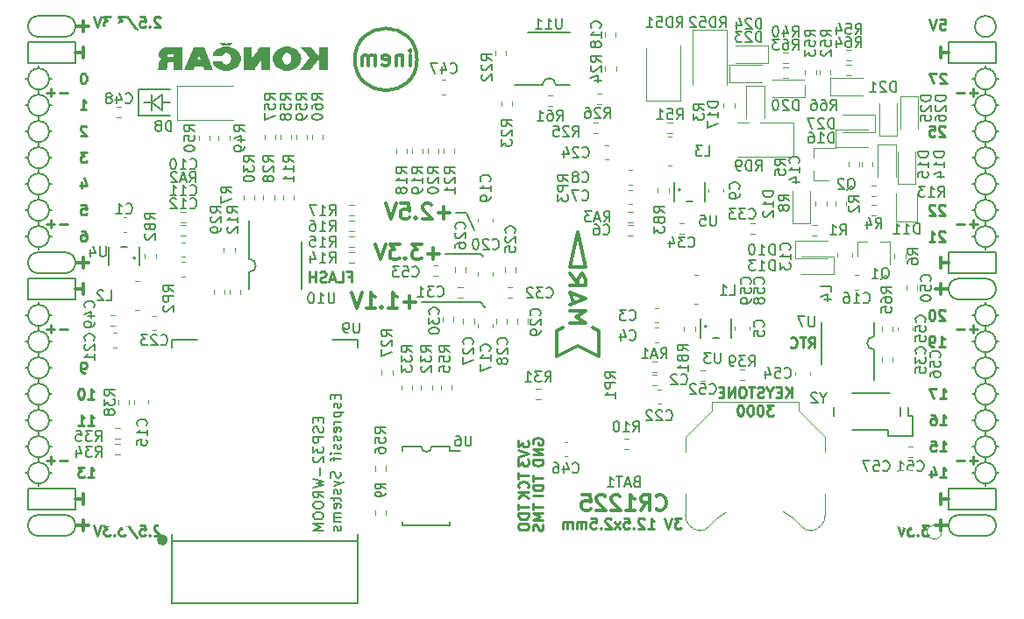
<source format=gbo>
G04 #@! TF.GenerationSoftware,KiCad,Pcbnew,5.0.0-rc2+dfsg1-3*
G04 #@! TF.CreationDate,2018-07-06T14:38:03+02:00*
G04 #@! TF.ProjectId,ulx3s,756C7833732E6B696361645F70636200,rev?*
G04 #@! TF.SameCoordinates,Original*
G04 #@! TF.FileFunction,Legend,Bot*
G04 #@! TF.FilePolarity,Positive*
%FSLAX46Y46*%
G04 Gerber Fmt 4.6, Leading zero omitted, Abs format (unit mm)*
G04 Created by KiCad (PCBNEW 5.0.0-rc2+dfsg1-3) date Fri Jul  6 14:38:03 2018*
%MOMM*%
%LPD*%
G01*
G04 APERTURE LIST*
%ADD10C,0.200000*%
%ADD11C,0.250000*%
%ADD12C,0.300000*%
%ADD13C,0.120000*%
%ADD14C,0.150000*%
%ADD15C,0.500000*%
%ADD16C,0.100000*%
%ADD17C,1.200000*%
%ADD18C,2.100000*%
%ADD19R,1.400000X1.295000*%
%ADD20R,2.500000X1.800000*%
%ADD21R,1.800000X2.500000*%
%ADD22R,3.700000X3.500000*%
%ADD23C,9.100000*%
%ADD24R,1.550000X0.600000*%
%ADD25O,1.650000X0.700000*%
%ADD26R,0.600000X2.100000*%
%ADD27O,0.700000X2.200000*%
%ADD28R,0.600000X1.550000*%
%ADD29O,0.700000X1.650000*%
%ADD30R,1.000000X0.400000*%
%ADD31R,0.700000X1.200000*%
%ADD32O,2.600000X1.000000*%
%ADD33O,1.000000X2.600000*%
%ADD34R,6.000000X6.000000*%
%ADD35O,1.827200X1.827200*%
%ADD36R,1.727200X1.727200*%
%ADD37C,5.600000*%
%ADD38R,1.727200X2.032000*%
%ADD39O,1.827200X2.132000*%
%ADD40C,1.800000*%
%ADD41R,1.800000X1.400000*%
%ADD42R,0.970000X1.500000*%
%ADD43R,0.670000X1.000000*%
%ADD44R,1.500000X0.970000*%
%ADD45R,1.000000X0.670000*%
%ADD46R,1.000000X1.000000*%
%ADD47C,0.400000*%
%ADD48R,1.700000X1.700000*%
%ADD49O,1.800000X1.800000*%
%ADD50R,1.500000X2.700000*%
%ADD51R,0.800000X0.900000*%
%ADD52R,0.900000X0.800000*%
%ADD53R,0.820000X1.000000*%
%ADD54R,1.000000X0.820000*%
%ADD55R,1.400000X1.120000*%
G04 APERTURE END LIST*
D10*
X136660000Y-80742000D02*
X135644000Y-80742000D01*
X137422000Y-82393000D02*
X136660000Y-80742000D01*
X138057000Y-84679000D02*
X134628000Y-84679000D01*
X138311000Y-84933000D02*
X138057000Y-84679000D01*
X138057000Y-89378000D02*
X138438000Y-89886000D01*
X132342000Y-89378000D02*
X138057000Y-89378000D01*
D11*
X99893476Y-96180380D02*
X99703000Y-96180380D01*
X99607761Y-96132761D01*
X99560142Y-96085142D01*
X99464904Y-95942285D01*
X99417285Y-95751809D01*
X99417285Y-95370857D01*
X99464904Y-95275619D01*
X99512523Y-95228000D01*
X99607761Y-95180380D01*
X99798238Y-95180380D01*
X99893476Y-95228000D01*
X99941095Y-95275619D01*
X99988714Y-95370857D01*
X99988714Y-95608952D01*
X99941095Y-95704190D01*
X99893476Y-95751809D01*
X99798238Y-95799428D01*
X99607761Y-95799428D01*
X99512523Y-95751809D01*
X99464904Y-95704190D01*
X99417285Y-95608952D01*
X100147476Y-101260380D02*
X100718904Y-101260380D01*
X100433190Y-101260380D02*
X100433190Y-100260380D01*
X100528428Y-100403238D01*
X100623666Y-100498476D01*
X100718904Y-100546095D01*
X99195095Y-101260380D02*
X99766523Y-101260380D01*
X99480809Y-101260380D02*
X99480809Y-100260380D01*
X99576047Y-100403238D01*
X99671285Y-100498476D01*
X99766523Y-100546095D01*
D10*
X105037000Y-68804000D02*
X108085000Y-68804000D01*
X105037000Y-71344000D02*
X105037000Y-68804000D01*
X108085000Y-71344000D02*
X105037000Y-71344000D01*
X107323000Y-70074000D02*
X108085000Y-70074000D01*
X106307000Y-70074000D02*
X105545000Y-70074000D01*
X106307000Y-70836000D02*
X106307000Y-70074000D01*
X106307000Y-69312000D02*
X106307000Y-70836000D01*
X107323000Y-69312000D02*
X107323000Y-70836000D01*
X106307000Y-70074000D02*
X107323000Y-69312000D01*
X107323000Y-70836000D02*
X106307000Y-70074000D01*
D11*
X182887904Y-72415619D02*
X182840285Y-72368000D01*
X182745047Y-72320380D01*
X182506952Y-72320380D01*
X182411714Y-72368000D01*
X182364095Y-72415619D01*
X182316476Y-72510857D01*
X182316476Y-72606095D01*
X182364095Y-72748952D01*
X182935523Y-73320380D01*
X182316476Y-73320380D01*
X181411714Y-72320380D02*
X181887904Y-72320380D01*
X181935523Y-72796571D01*
X181887904Y-72748952D01*
X181792666Y-72701333D01*
X181554571Y-72701333D01*
X181459333Y-72748952D01*
X181411714Y-72796571D01*
X181364095Y-72891809D01*
X181364095Y-73129904D01*
X181411714Y-73225142D01*
X181459333Y-73272761D01*
X181554571Y-73320380D01*
X181792666Y-73320380D01*
X181887904Y-73272761D01*
X181935523Y-73225142D01*
X182887904Y-80035619D02*
X182840285Y-79988000D01*
X182745047Y-79940380D01*
X182506952Y-79940380D01*
X182411714Y-79988000D01*
X182364095Y-80035619D01*
X182316476Y-80130857D01*
X182316476Y-80226095D01*
X182364095Y-80368952D01*
X182935523Y-80940380D01*
X182316476Y-80940380D01*
X181935523Y-80035619D02*
X181887904Y-79988000D01*
X181792666Y-79940380D01*
X181554571Y-79940380D01*
X181459333Y-79988000D01*
X181411714Y-80035619D01*
X181364095Y-80130857D01*
X181364095Y-80226095D01*
X181411714Y-80368952D01*
X181983142Y-80940380D01*
X181364095Y-80940380D01*
X182887904Y-82575619D02*
X182840285Y-82528000D01*
X182745047Y-82480380D01*
X182506952Y-82480380D01*
X182411714Y-82528000D01*
X182364095Y-82575619D01*
X182316476Y-82670857D01*
X182316476Y-82766095D01*
X182364095Y-82908952D01*
X182935523Y-83480380D01*
X182316476Y-83480380D01*
X181364095Y-83480380D02*
X181935523Y-83480380D01*
X181649809Y-83480380D02*
X181649809Y-82480380D01*
X181745047Y-82623238D01*
X181840285Y-82718476D01*
X181935523Y-82766095D01*
X182887904Y-90195619D02*
X182840285Y-90148000D01*
X182745047Y-90100380D01*
X182506952Y-90100380D01*
X182411714Y-90148000D01*
X182364095Y-90195619D01*
X182316476Y-90290857D01*
X182316476Y-90386095D01*
X182364095Y-90528952D01*
X182935523Y-91100380D01*
X182316476Y-91100380D01*
X181697428Y-90100380D02*
X181602190Y-90100380D01*
X181506952Y-90148000D01*
X181459333Y-90195619D01*
X181411714Y-90290857D01*
X181364095Y-90481333D01*
X181364095Y-90719428D01*
X181411714Y-90909904D01*
X181459333Y-91005142D01*
X181506952Y-91052761D01*
X181602190Y-91100380D01*
X181697428Y-91100380D01*
X181792666Y-91052761D01*
X181840285Y-91005142D01*
X181887904Y-90909904D01*
X181935523Y-90719428D01*
X181935523Y-90481333D01*
X181887904Y-90290857D01*
X181840285Y-90195619D01*
X181792666Y-90148000D01*
X181697428Y-90100380D01*
X182316476Y-93640380D02*
X182887904Y-93640380D01*
X182602190Y-93640380D02*
X182602190Y-92640380D01*
X182697428Y-92783238D01*
X182792666Y-92878476D01*
X182887904Y-92926095D01*
X181840285Y-93640380D02*
X181649809Y-93640380D01*
X181554571Y-93592761D01*
X181506952Y-93545142D01*
X181411714Y-93402285D01*
X181364095Y-93211809D01*
X181364095Y-92830857D01*
X181411714Y-92735619D01*
X181459333Y-92688000D01*
X181554571Y-92640380D01*
X181745047Y-92640380D01*
X181840285Y-92688000D01*
X181887904Y-92735619D01*
X181935523Y-92830857D01*
X181935523Y-93068952D01*
X181887904Y-93164190D01*
X181840285Y-93211809D01*
X181745047Y-93259428D01*
X181554571Y-93259428D01*
X181459333Y-93211809D01*
X181411714Y-93164190D01*
X181364095Y-93068952D01*
X125269476Y-86893571D02*
X125602809Y-86893571D01*
X125602809Y-87417380D02*
X125602809Y-86417380D01*
X125126619Y-86417380D01*
X124269476Y-87417380D02*
X124745666Y-87417380D01*
X124745666Y-86417380D01*
X123983761Y-87131666D02*
X123507571Y-87131666D01*
X124079000Y-87417380D02*
X123745666Y-86417380D01*
X123412333Y-87417380D01*
X123126619Y-87369761D02*
X122983761Y-87417380D01*
X122745666Y-87417380D01*
X122650428Y-87369761D01*
X122602809Y-87322142D01*
X122555190Y-87226904D01*
X122555190Y-87131666D01*
X122602809Y-87036428D01*
X122650428Y-86988809D01*
X122745666Y-86941190D01*
X122936142Y-86893571D01*
X123031380Y-86845952D01*
X123079000Y-86798333D01*
X123126619Y-86703095D01*
X123126619Y-86607857D01*
X123079000Y-86512619D01*
X123031380Y-86465000D01*
X122936142Y-86417380D01*
X122698047Y-86417380D01*
X122555190Y-86465000D01*
X122126619Y-87417380D02*
X122126619Y-86417380D01*
X122126619Y-86893571D02*
X121555190Y-86893571D01*
X121555190Y-87417380D02*
X121555190Y-86417380D01*
X157418095Y-110252380D02*
X156799047Y-110252380D01*
X157132380Y-110633333D01*
X156989523Y-110633333D01*
X156894285Y-110680952D01*
X156846666Y-110728571D01*
X156799047Y-110823809D01*
X156799047Y-111061904D01*
X156846666Y-111157142D01*
X156894285Y-111204761D01*
X156989523Y-111252380D01*
X157275238Y-111252380D01*
X157370476Y-111204761D01*
X157418095Y-111157142D01*
X156513333Y-110252380D02*
X156180000Y-111252380D01*
X155846666Y-110252380D01*
X154227619Y-111252380D02*
X154799047Y-111252380D01*
X154513333Y-111252380D02*
X154513333Y-110252380D01*
X154608571Y-110395238D01*
X154703809Y-110490476D01*
X154799047Y-110538095D01*
X153846666Y-110347619D02*
X153799047Y-110300000D01*
X153703809Y-110252380D01*
X153465714Y-110252380D01*
X153370476Y-110300000D01*
X153322857Y-110347619D01*
X153275238Y-110442857D01*
X153275238Y-110538095D01*
X153322857Y-110680952D01*
X153894285Y-111252380D01*
X153275238Y-111252380D01*
X152846666Y-111157142D02*
X152799047Y-111204761D01*
X152846666Y-111252380D01*
X152894285Y-111204761D01*
X152846666Y-111157142D01*
X152846666Y-111252380D01*
X151894285Y-110252380D02*
X152370476Y-110252380D01*
X152418095Y-110728571D01*
X152370476Y-110680952D01*
X152275238Y-110633333D01*
X152037142Y-110633333D01*
X151941904Y-110680952D01*
X151894285Y-110728571D01*
X151846666Y-110823809D01*
X151846666Y-111061904D01*
X151894285Y-111157142D01*
X151941904Y-111204761D01*
X152037142Y-111252380D01*
X152275238Y-111252380D01*
X152370476Y-111204761D01*
X152418095Y-111157142D01*
X151513333Y-111252380D02*
X150989523Y-110585714D01*
X151513333Y-110585714D02*
X150989523Y-111252380D01*
X150656190Y-110347619D02*
X150608571Y-110300000D01*
X150513333Y-110252380D01*
X150275238Y-110252380D01*
X150180000Y-110300000D01*
X150132380Y-110347619D01*
X150084761Y-110442857D01*
X150084761Y-110538095D01*
X150132380Y-110680952D01*
X150703809Y-111252380D01*
X150084761Y-111252380D01*
X149656190Y-111157142D02*
X149608571Y-111204761D01*
X149656190Y-111252380D01*
X149703809Y-111204761D01*
X149656190Y-111157142D01*
X149656190Y-111252380D01*
X148703809Y-110252380D02*
X149180000Y-110252380D01*
X149227619Y-110728571D01*
X149180000Y-110680952D01*
X149084761Y-110633333D01*
X148846666Y-110633333D01*
X148751428Y-110680952D01*
X148703809Y-110728571D01*
X148656190Y-110823809D01*
X148656190Y-111061904D01*
X148703809Y-111157142D01*
X148751428Y-111204761D01*
X148846666Y-111252380D01*
X149084761Y-111252380D01*
X149180000Y-111204761D01*
X149227619Y-111157142D01*
X148227619Y-111252380D02*
X148227619Y-110585714D01*
X148227619Y-110680952D02*
X148180000Y-110633333D01*
X148084761Y-110585714D01*
X147941904Y-110585714D01*
X147846666Y-110633333D01*
X147799047Y-110728571D01*
X147799047Y-111252380D01*
X147799047Y-110728571D02*
X147751428Y-110633333D01*
X147656190Y-110585714D01*
X147513333Y-110585714D01*
X147418095Y-110633333D01*
X147370476Y-110728571D01*
X147370476Y-111252380D01*
X146894285Y-111252380D02*
X146894285Y-110585714D01*
X146894285Y-110680952D02*
X146846666Y-110633333D01*
X146751428Y-110585714D01*
X146608571Y-110585714D01*
X146513333Y-110633333D01*
X146465714Y-110728571D01*
X146465714Y-111252380D01*
X146465714Y-110728571D02*
X146418095Y-110633333D01*
X146322857Y-110585714D01*
X146180000Y-110585714D01*
X146084761Y-110633333D01*
X146037142Y-110728571D01*
X146037142Y-111252380D01*
X168085000Y-98577380D02*
X168085000Y-97577380D01*
X167513571Y-98577380D02*
X167942142Y-98005952D01*
X167513571Y-97577380D02*
X168085000Y-98148809D01*
X167085000Y-98053571D02*
X166751666Y-98053571D01*
X166608809Y-98577380D02*
X167085000Y-98577380D01*
X167085000Y-97577380D01*
X166608809Y-97577380D01*
X165989761Y-98101190D02*
X165989761Y-98577380D01*
X166323095Y-97577380D02*
X165989761Y-98101190D01*
X165656428Y-97577380D01*
X165370714Y-98529761D02*
X165227857Y-98577380D01*
X164989761Y-98577380D01*
X164894523Y-98529761D01*
X164846904Y-98482142D01*
X164799285Y-98386904D01*
X164799285Y-98291666D01*
X164846904Y-98196428D01*
X164894523Y-98148809D01*
X164989761Y-98101190D01*
X165180238Y-98053571D01*
X165275476Y-98005952D01*
X165323095Y-97958333D01*
X165370714Y-97863095D01*
X165370714Y-97767857D01*
X165323095Y-97672619D01*
X165275476Y-97625000D01*
X165180238Y-97577380D01*
X164942142Y-97577380D01*
X164799285Y-97625000D01*
X164513571Y-97577380D02*
X163942142Y-97577380D01*
X164227857Y-98577380D02*
X164227857Y-97577380D01*
X163418333Y-97577380D02*
X163227857Y-97577380D01*
X163132619Y-97625000D01*
X163037380Y-97720238D01*
X162989761Y-97910714D01*
X162989761Y-98244047D01*
X163037380Y-98434523D01*
X163132619Y-98529761D01*
X163227857Y-98577380D01*
X163418333Y-98577380D01*
X163513571Y-98529761D01*
X163608809Y-98434523D01*
X163656428Y-98244047D01*
X163656428Y-97910714D01*
X163608809Y-97720238D01*
X163513571Y-97625000D01*
X163418333Y-97577380D01*
X162561190Y-98577380D02*
X162561190Y-97577380D01*
X161989761Y-98577380D01*
X161989761Y-97577380D01*
X161513571Y-98053571D02*
X161180238Y-98053571D01*
X161037380Y-98577380D02*
X161513571Y-98577380D01*
X161513571Y-97577380D01*
X161037380Y-97577380D01*
X166346904Y-99327380D02*
X165727857Y-99327380D01*
X166061190Y-99708333D01*
X165918333Y-99708333D01*
X165823095Y-99755952D01*
X165775476Y-99803571D01*
X165727857Y-99898809D01*
X165727857Y-100136904D01*
X165775476Y-100232142D01*
X165823095Y-100279761D01*
X165918333Y-100327380D01*
X166204047Y-100327380D01*
X166299285Y-100279761D01*
X166346904Y-100232142D01*
X165108809Y-99327380D02*
X165013571Y-99327380D01*
X164918333Y-99375000D01*
X164870714Y-99422619D01*
X164823095Y-99517857D01*
X164775476Y-99708333D01*
X164775476Y-99946428D01*
X164823095Y-100136904D01*
X164870714Y-100232142D01*
X164918333Y-100279761D01*
X165013571Y-100327380D01*
X165108809Y-100327380D01*
X165204047Y-100279761D01*
X165251666Y-100232142D01*
X165299285Y-100136904D01*
X165346904Y-99946428D01*
X165346904Y-99708333D01*
X165299285Y-99517857D01*
X165251666Y-99422619D01*
X165204047Y-99375000D01*
X165108809Y-99327380D01*
X164156428Y-99327380D02*
X164061190Y-99327380D01*
X163965952Y-99375000D01*
X163918333Y-99422619D01*
X163870714Y-99517857D01*
X163823095Y-99708333D01*
X163823095Y-99946428D01*
X163870714Y-100136904D01*
X163918333Y-100232142D01*
X163965952Y-100279761D01*
X164061190Y-100327380D01*
X164156428Y-100327380D01*
X164251666Y-100279761D01*
X164299285Y-100232142D01*
X164346904Y-100136904D01*
X164394523Y-99946428D01*
X164394523Y-99708333D01*
X164346904Y-99517857D01*
X164299285Y-99422619D01*
X164251666Y-99375000D01*
X164156428Y-99327380D01*
X163204047Y-99327380D02*
X163108809Y-99327380D01*
X163013571Y-99375000D01*
X162965952Y-99422619D01*
X162918333Y-99517857D01*
X162870714Y-99708333D01*
X162870714Y-99946428D01*
X162918333Y-100136904D01*
X162965952Y-100232142D01*
X163013571Y-100279761D01*
X163108809Y-100327380D01*
X163204047Y-100327380D01*
X163299285Y-100279761D01*
X163346904Y-100232142D01*
X163394523Y-100136904D01*
X163442142Y-99946428D01*
X163442142Y-99708333D01*
X163394523Y-99517857D01*
X163346904Y-99422619D01*
X163299285Y-99375000D01*
X163204047Y-99327380D01*
D12*
X182492000Y-87582000D02*
X182492000Y-88598000D01*
X183254000Y-88090000D02*
X181984000Y-88090000D01*
X182492000Y-110442000D02*
X182492000Y-111458000D01*
X183254000Y-110950000D02*
X181984000Y-110950000D01*
X99688000Y-62182000D02*
X99688000Y-63198000D01*
X98926000Y-62690000D02*
X100196000Y-62690000D01*
X99688000Y-110442000D02*
X99688000Y-111458000D01*
X98926000Y-110950000D02*
X100196000Y-110950000D01*
X99688000Y-85042000D02*
X99688000Y-86058000D01*
X98926000Y-85550000D02*
X100196000Y-85550000D01*
D10*
X187826000Y-62690000D02*
G75*
G03X187826000Y-62690000I-1016000J0D01*
G01*
X184270000Y-87074000D02*
X186810000Y-87074000D01*
X184270000Y-89106000D02*
X186810000Y-89106000D01*
X184270000Y-87074000D02*
G75*
G03X184270000Y-89106000I0J-1016000D01*
G01*
X186810000Y-89106000D02*
G75*
G03X186810000Y-87074000I0J1016000D01*
G01*
X184270000Y-111966000D02*
X186810000Y-111966000D01*
X184270000Y-109934000D02*
X186810000Y-109934000D01*
X184270000Y-109934000D02*
G75*
G03X184270000Y-111966000I0J-1016000D01*
G01*
X186810000Y-111966000D02*
G75*
G03X186810000Y-109934000I0J1016000D01*
G01*
X97910000Y-63706000D02*
G75*
G03X97910000Y-61674000I0J1016000D01*
G01*
X95370000Y-61674000D02*
X97910000Y-61674000D01*
X95370000Y-63706000D02*
X97910000Y-63706000D01*
X95370000Y-61674000D02*
G75*
G03X95370000Y-63706000I0J-1016000D01*
G01*
X95370000Y-86566000D02*
X97910000Y-86566000D01*
X95370000Y-84534000D02*
X97910000Y-84534000D01*
X95370000Y-84534000D02*
G75*
G03X95370000Y-86566000I0J-1016000D01*
G01*
X97910000Y-86566000D02*
G75*
G03X97910000Y-84534000I0J1016000D01*
G01*
X95370000Y-111966000D02*
X97910000Y-111966000D01*
X95370000Y-109934000D02*
X97910000Y-109934000D01*
X95370000Y-109934000D02*
G75*
G03X95370000Y-111966000I0J-1016000D01*
G01*
X97910000Y-111966000D02*
G75*
G03X97910000Y-109934000I0J1016000D01*
G01*
X98926000Y-107394000D02*
X94354000Y-107394000D01*
X98926000Y-109426000D02*
X98926000Y-107394000D01*
X94354000Y-109426000D02*
X98926000Y-109426000D01*
X94354000Y-107394000D02*
X94354000Y-109426000D01*
X187826000Y-107394000D02*
X183254000Y-107394000D01*
X187826000Y-109426000D02*
X187826000Y-107394000D01*
X183254000Y-109426000D02*
X187826000Y-109426000D01*
X183254000Y-107394000D02*
X183254000Y-109426000D01*
X187826000Y-84534000D02*
X183254000Y-84534000D01*
X187826000Y-86566000D02*
X187826000Y-84534000D01*
X183254000Y-86566000D02*
X187826000Y-86566000D01*
X183254000Y-84534000D02*
X183254000Y-86566000D01*
X187826000Y-64214000D02*
X183254000Y-64214000D01*
X187826000Y-66246000D02*
X187826000Y-64214000D01*
X183254000Y-66246000D02*
X187826000Y-66246000D01*
X183254000Y-64214000D02*
X183254000Y-66246000D01*
X98926000Y-64214000D02*
X94354000Y-64214000D01*
X98926000Y-66246000D02*
X98926000Y-64214000D01*
X94354000Y-66246000D02*
X98926000Y-66246000D01*
X94354000Y-64214000D02*
X94354000Y-66246000D01*
X98926000Y-87074000D02*
X94354000Y-87074000D01*
X98926000Y-89106000D02*
X98926000Y-87074000D01*
X94354000Y-89106000D02*
X98926000Y-89106000D01*
X94354000Y-87074000D02*
X94354000Y-89106000D01*
D11*
X186032000Y-91971428D02*
X185270095Y-91971428D01*
X185651047Y-92352380D02*
X185651047Y-91590476D01*
X184793904Y-91971428D02*
X184032000Y-91971428D01*
X186032000Y-69111428D02*
X185270095Y-69111428D01*
X185651047Y-69492380D02*
X185651047Y-68730476D01*
X184793904Y-69111428D02*
X184032000Y-69111428D01*
X186032000Y-81811428D02*
X185270095Y-81811428D01*
X185651047Y-82192380D02*
X185651047Y-81430476D01*
X184793904Y-81811428D02*
X184032000Y-81811428D01*
X186032000Y-104671428D02*
X185270095Y-104671428D01*
X185651047Y-105052380D02*
X185651047Y-104290476D01*
X184793904Y-104671428D02*
X184032000Y-104671428D01*
X98148000Y-104671428D02*
X97386095Y-104671428D01*
X96909904Y-104671428D02*
X96148000Y-104671428D01*
X96528952Y-105052380D02*
X96528952Y-104290476D01*
X98148000Y-91971428D02*
X97386095Y-91971428D01*
X96909904Y-91971428D02*
X96148000Y-91971428D01*
X96528952Y-92352380D02*
X96528952Y-91590476D01*
X98148000Y-81811428D02*
X97386095Y-81811428D01*
X96909904Y-81811428D02*
X96148000Y-81811428D01*
X96528952Y-82192380D02*
X96528952Y-81430476D01*
X98148000Y-69111428D02*
X97386095Y-69111428D01*
X96909904Y-69111428D02*
X96148000Y-69111428D01*
X96528952Y-69492380D02*
X96528952Y-68730476D01*
D12*
X182492000Y-107902000D02*
X182492000Y-108918000D01*
X183254000Y-108410000D02*
X182492000Y-108410000D01*
D10*
X95370000Y-96726000D02*
X95370000Y-97234000D01*
X96386000Y-95710000D02*
X96640000Y-95710000D01*
X94354000Y-95710000D02*
X94100000Y-95710000D01*
X187826000Y-98250000D02*
X188080000Y-98250000D01*
X187826000Y-83010000D02*
X188080000Y-83010000D01*
X95370000Y-107140000D02*
X95370000Y-106886000D01*
X96386000Y-105870000D02*
X96640000Y-105870000D01*
X94354000Y-105870000D02*
X94100000Y-105870000D01*
X94354000Y-103330000D02*
X94100000Y-103330000D01*
X95370000Y-104346000D02*
X95370000Y-104854000D01*
X96386000Y-103330000D02*
X96640000Y-103330000D01*
X94354000Y-100790000D02*
X94100000Y-100790000D01*
X95370000Y-102314000D02*
X95370000Y-101806000D01*
X96386000Y-100790000D02*
X96640000Y-100790000D01*
X95370000Y-99266000D02*
X95370000Y-99774000D01*
X94354000Y-98250000D02*
X94100000Y-98250000D01*
X96386000Y-98250000D02*
X96640000Y-98250000D01*
X95370000Y-94186000D02*
X95370000Y-94694000D01*
X96386000Y-93170000D02*
X96640000Y-93170000D01*
X94354000Y-93170000D02*
X94100000Y-93170000D01*
X94354000Y-90630000D02*
X94100000Y-90630000D01*
X95370000Y-91646000D02*
X95370000Y-92154000D01*
X96640000Y-90630000D02*
X96386000Y-90630000D01*
X95370000Y-89360000D02*
X95370000Y-89614000D01*
X94354000Y-83010000D02*
X94100000Y-83010000D01*
X95370000Y-84280000D02*
X95370000Y-84026000D01*
X96386000Y-83010000D02*
X96640000Y-83010000D01*
X95370000Y-81486000D02*
X95370000Y-81994000D01*
X94354000Y-80470000D02*
X94100000Y-80470000D01*
X96640000Y-80470000D02*
X96386000Y-80470000D01*
X95370000Y-78946000D02*
X95370000Y-79454000D01*
X96386000Y-77930000D02*
X96640000Y-77930000D01*
X94354000Y-77930000D02*
X94100000Y-77930000D01*
X95370000Y-76406000D02*
X95370000Y-76914000D01*
X94354000Y-75390000D02*
X94100000Y-75390000D01*
X96386000Y-75390000D02*
X96640000Y-75390000D01*
X95370000Y-73866000D02*
X95370000Y-74374000D01*
X96386000Y-72850000D02*
X96640000Y-72850000D01*
X94100000Y-72850000D02*
X94354000Y-72850000D01*
X94354000Y-70310000D02*
X94100000Y-70310000D01*
X96640000Y-70310000D02*
X96386000Y-70310000D01*
X95370000Y-71326000D02*
X95370000Y-71834000D01*
X95370000Y-68786000D02*
X95370000Y-69294000D01*
X96386000Y-67770000D02*
X96640000Y-67770000D01*
X94354000Y-67770000D02*
X94100000Y-67770000D01*
X95370000Y-66500000D02*
X95370000Y-66754000D01*
X187826000Y-105870000D02*
X188080000Y-105870000D01*
X186810000Y-107140000D02*
X186810000Y-106886000D01*
X185540000Y-105870000D02*
X185794000Y-105870000D01*
X186810000Y-104346000D02*
X186810000Y-104854000D01*
X187826000Y-103330000D02*
X188080000Y-103330000D01*
X185540000Y-103330000D02*
X185794000Y-103330000D01*
X186810000Y-101806000D02*
X186810000Y-102314000D01*
X187826000Y-100790000D02*
X188080000Y-100790000D01*
X185540000Y-100790000D02*
X185794000Y-100790000D01*
X186810000Y-99266000D02*
X186810000Y-99774000D01*
X185540000Y-98250000D02*
X185794000Y-98250000D01*
X186810000Y-97234000D02*
X186810000Y-96726000D01*
X187826000Y-95710000D02*
X188080000Y-95710000D01*
X185540000Y-95710000D02*
X185794000Y-95710000D01*
X186810000Y-94694000D02*
X186810000Y-94186000D01*
X187826000Y-93170000D02*
X188080000Y-93170000D01*
X185540000Y-93170000D02*
X185794000Y-93170000D01*
X186810000Y-92154000D02*
X186810000Y-91646000D01*
X187826000Y-90630000D02*
X188080000Y-90630000D01*
X185540000Y-90630000D02*
X185794000Y-90630000D01*
X186810000Y-89360000D02*
X186810000Y-89614000D01*
X186810000Y-84280000D02*
X186810000Y-84026000D01*
X185540000Y-83010000D02*
X185794000Y-83010000D01*
X186810000Y-81994000D02*
X186810000Y-81486000D01*
X185794000Y-80470000D02*
X185540000Y-80470000D01*
X187826000Y-80470000D02*
X188080000Y-80470000D01*
X186810000Y-78946000D02*
X186810000Y-79454000D01*
X185794000Y-77930000D02*
X185540000Y-77930000D01*
X187826000Y-77930000D02*
X188080000Y-77930000D01*
X186810000Y-76406000D02*
X186810000Y-76914000D01*
X186810000Y-73866000D02*
X186810000Y-74374000D01*
X185794000Y-75390000D02*
X185540000Y-75390000D01*
X187826000Y-75390000D02*
X188080000Y-75390000D01*
X187826000Y-72850000D02*
X188080000Y-72850000D01*
X185540000Y-72850000D02*
X185794000Y-72850000D01*
X186810000Y-71834000D02*
X186810000Y-71326000D01*
X187826000Y-70310000D02*
X188080000Y-70310000D01*
X185540000Y-70310000D02*
X185794000Y-70310000D01*
X187826000Y-67770000D02*
X188080000Y-67770000D01*
X186810000Y-68786000D02*
X186810000Y-69294000D01*
X185540000Y-67770000D02*
X185794000Y-67770000D01*
X186810000Y-66500000D02*
X186810000Y-66754000D01*
X187826000Y-67770000D02*
G75*
G03X187826000Y-67770000I-1016000J0D01*
G01*
X187826000Y-70310000D02*
G75*
G03X187826000Y-70310000I-1016000J0D01*
G01*
X187826000Y-72850000D02*
G75*
G03X187826000Y-72850000I-1016000J0D01*
G01*
X187826000Y-75390000D02*
G75*
G03X187826000Y-75390000I-1016000J0D01*
G01*
X187826000Y-77930000D02*
G75*
G03X187826000Y-77930000I-1016000J0D01*
G01*
X187826000Y-80470000D02*
G75*
G03X187826000Y-80470000I-1016000J0D01*
G01*
X187826000Y-83010000D02*
G75*
G03X187826000Y-83010000I-1016000J0D01*
G01*
X187826000Y-90630000D02*
G75*
G03X187826000Y-90630000I-1016000J0D01*
G01*
X187826000Y-93170000D02*
G75*
G03X187826000Y-93170000I-1016000J0D01*
G01*
X187826000Y-95710000D02*
G75*
G03X187826000Y-95710000I-1016000J0D01*
G01*
X187826000Y-98250000D02*
G75*
G03X187826000Y-98250000I-1016000J0D01*
G01*
X187826000Y-100790000D02*
G75*
G03X187826000Y-100790000I-1016000J0D01*
G01*
X187826000Y-103330000D02*
G75*
G03X187826000Y-103330000I-1016000J0D01*
G01*
X187826000Y-105870000D02*
G75*
G03X187826000Y-105870000I-1016000J0D01*
G01*
X96386000Y-105870000D02*
G75*
G03X96386000Y-105870000I-1016000J0D01*
G01*
X96386000Y-103330000D02*
G75*
G03X96386000Y-103330000I-1016000J0D01*
G01*
X96386000Y-100790000D02*
G75*
G03X96386000Y-100790000I-1016000J0D01*
G01*
X96386000Y-98250000D02*
G75*
G03X96386000Y-98250000I-1016000J0D01*
G01*
X96386000Y-95710000D02*
G75*
G03X96386000Y-95710000I-1016000J0D01*
G01*
X96386000Y-93170000D02*
G75*
G03X96386000Y-93170000I-1016000J0D01*
G01*
X96386000Y-90630000D02*
G75*
G03X96386000Y-90630000I-1016000J0D01*
G01*
X96386000Y-83010000D02*
G75*
G03X96386000Y-83010000I-1016000J0D01*
G01*
X96386000Y-80470000D02*
G75*
G03X96386000Y-80470000I-1016000J0D01*
G01*
X96386000Y-77930000D02*
G75*
G03X96386000Y-77930000I-1016000J0D01*
G01*
X96386000Y-75390000D02*
G75*
G03X96386000Y-75390000I-1016000J0D01*
G01*
X96386000Y-72850000D02*
G75*
G03X96386000Y-72850000I-1016000J0D01*
G01*
X96386000Y-70310000D02*
G75*
G03X96386000Y-70310000I-1016000J0D01*
G01*
X96386000Y-67770000D02*
G75*
G03X96386000Y-67770000I-1016000J0D01*
G01*
D11*
X182428476Y-62015380D02*
X182904666Y-62015380D01*
X182952285Y-62491571D01*
X182904666Y-62443952D01*
X182809428Y-62396333D01*
X182571333Y-62396333D01*
X182476095Y-62443952D01*
X182428476Y-62491571D01*
X182380857Y-62586809D01*
X182380857Y-62824904D01*
X182428476Y-62920142D01*
X182476095Y-62967761D01*
X182571333Y-63015380D01*
X182809428Y-63015380D01*
X182904666Y-62967761D01*
X182952285Y-62920142D01*
X182095142Y-62015380D02*
X181761809Y-63015380D01*
X181428476Y-62015380D01*
D12*
X182492000Y-64722000D02*
X182492000Y-65738000D01*
X183254000Y-65230000D02*
X182492000Y-65230000D01*
D11*
X182999904Y-67317619D02*
X182952285Y-67270000D01*
X182857047Y-67222380D01*
X182618952Y-67222380D01*
X182523714Y-67270000D01*
X182476095Y-67317619D01*
X182428476Y-67412857D01*
X182428476Y-67508095D01*
X182476095Y-67650952D01*
X183047523Y-68222380D01*
X182428476Y-68222380D01*
X182095142Y-67222380D02*
X181428476Y-67222380D01*
X181857047Y-68222380D01*
D12*
X182492000Y-85042000D02*
X182492000Y-86058000D01*
X183254000Y-85550000D02*
X182492000Y-85550000D01*
D11*
X182428476Y-98702380D02*
X182999904Y-98702380D01*
X182714190Y-98702380D02*
X182714190Y-97702380D01*
X182809428Y-97845238D01*
X182904666Y-97940476D01*
X182999904Y-97988095D01*
X182095142Y-97702380D02*
X181428476Y-97702380D01*
X181857047Y-98702380D01*
X182428476Y-101242380D02*
X182999904Y-101242380D01*
X182714190Y-101242380D02*
X182714190Y-100242380D01*
X182809428Y-100385238D01*
X182904666Y-100480476D01*
X182999904Y-100528095D01*
X181571333Y-100242380D02*
X181761809Y-100242380D01*
X181857047Y-100290000D01*
X181904666Y-100337619D01*
X181999904Y-100480476D01*
X182047523Y-100670952D01*
X182047523Y-101051904D01*
X181999904Y-101147142D01*
X181952285Y-101194761D01*
X181857047Y-101242380D01*
X181666571Y-101242380D01*
X181571333Y-101194761D01*
X181523714Y-101147142D01*
X181476095Y-101051904D01*
X181476095Y-100813809D01*
X181523714Y-100718571D01*
X181571333Y-100670952D01*
X181666571Y-100623333D01*
X181857047Y-100623333D01*
X181952285Y-100670952D01*
X181999904Y-100718571D01*
X182047523Y-100813809D01*
X182428476Y-103782380D02*
X182999904Y-103782380D01*
X182714190Y-103782380D02*
X182714190Y-102782380D01*
X182809428Y-102925238D01*
X182904666Y-103020476D01*
X182999904Y-103068095D01*
X181523714Y-102782380D02*
X181999904Y-102782380D01*
X182047523Y-103258571D01*
X181999904Y-103210952D01*
X181904666Y-103163333D01*
X181666571Y-103163333D01*
X181571333Y-103210952D01*
X181523714Y-103258571D01*
X181476095Y-103353809D01*
X181476095Y-103591904D01*
X181523714Y-103687142D01*
X181571333Y-103734761D01*
X181666571Y-103782380D01*
X181904666Y-103782380D01*
X181999904Y-103734761D01*
X182047523Y-103687142D01*
X182428476Y-106322380D02*
X182999904Y-106322380D01*
X182714190Y-106322380D02*
X182714190Y-105322380D01*
X182809428Y-105465238D01*
X182904666Y-105560476D01*
X182999904Y-105608095D01*
X181571333Y-105655714D02*
X181571333Y-106322380D01*
X181809428Y-105274761D02*
X182047523Y-105989047D01*
X181428476Y-105989047D01*
X181312642Y-110928380D02*
X180693595Y-110928380D01*
X181026928Y-111309333D01*
X180884071Y-111309333D01*
X180788833Y-111356952D01*
X180741214Y-111404571D01*
X180693595Y-111499809D01*
X180693595Y-111737904D01*
X180741214Y-111833142D01*
X180788833Y-111880761D01*
X180884071Y-111928380D01*
X181169785Y-111928380D01*
X181265023Y-111880761D01*
X181312642Y-111833142D01*
X180265023Y-111833142D02*
X180217404Y-111880761D01*
X180265023Y-111928380D01*
X180312642Y-111880761D01*
X180265023Y-111833142D01*
X180265023Y-111928380D01*
X179884071Y-110928380D02*
X179265023Y-110928380D01*
X179598357Y-111309333D01*
X179455500Y-111309333D01*
X179360261Y-111356952D01*
X179312642Y-111404571D01*
X179265023Y-111499809D01*
X179265023Y-111737904D01*
X179312642Y-111833142D01*
X179360261Y-111880761D01*
X179455500Y-111928380D01*
X179741214Y-111928380D01*
X179836452Y-111880761D01*
X179884071Y-111833142D01*
X178979309Y-110928380D02*
X178645976Y-111928380D01*
X178312642Y-110928380D01*
D12*
X99688000Y-108918000D02*
X99688000Y-107902000D01*
X98926000Y-108410000D02*
X99688000Y-108410000D01*
X99688000Y-88598000D02*
X99688000Y-87582000D01*
X98926000Y-88090000D02*
X99688000Y-88090000D01*
X99688000Y-64722000D02*
X99688000Y-65738000D01*
X98926000Y-65230000D02*
X99688000Y-65230000D01*
D11*
X107103690Y-111023619D02*
X107056071Y-110976000D01*
X106960833Y-110928380D01*
X106722738Y-110928380D01*
X106627500Y-110976000D01*
X106579880Y-111023619D01*
X106532261Y-111118857D01*
X106532261Y-111214095D01*
X106579880Y-111356952D01*
X107151309Y-111928380D01*
X106532261Y-111928380D01*
X106103690Y-111833142D02*
X106056071Y-111880761D01*
X106103690Y-111928380D01*
X106151309Y-111880761D01*
X106103690Y-111833142D01*
X106103690Y-111928380D01*
X105151309Y-110928380D02*
X105627500Y-110928380D01*
X105675119Y-111404571D01*
X105627500Y-111356952D01*
X105532261Y-111309333D01*
X105294166Y-111309333D01*
X105198928Y-111356952D01*
X105151309Y-111404571D01*
X105103690Y-111499809D01*
X105103690Y-111737904D01*
X105151309Y-111833142D01*
X105198928Y-111880761D01*
X105294166Y-111928380D01*
X105532261Y-111928380D01*
X105627500Y-111880761D01*
X105675119Y-111833142D01*
X103960833Y-110880761D02*
X104817976Y-112166476D01*
X103722738Y-110928380D02*
X103103690Y-110928380D01*
X103437023Y-111309333D01*
X103294166Y-111309333D01*
X103198928Y-111356952D01*
X103151309Y-111404571D01*
X103103690Y-111499809D01*
X103103690Y-111737904D01*
X103151309Y-111833142D01*
X103198928Y-111880761D01*
X103294166Y-111928380D01*
X103579880Y-111928380D01*
X103675119Y-111880761D01*
X103722738Y-111833142D01*
X102675119Y-111833142D02*
X102627500Y-111880761D01*
X102675119Y-111928380D01*
X102722738Y-111880761D01*
X102675119Y-111833142D01*
X102675119Y-111928380D01*
X102294166Y-110928380D02*
X101675119Y-110928380D01*
X102008452Y-111309333D01*
X101865595Y-111309333D01*
X101770357Y-111356952D01*
X101722738Y-111404571D01*
X101675119Y-111499809D01*
X101675119Y-111737904D01*
X101722738Y-111833142D01*
X101770357Y-111880761D01*
X101865595Y-111928380D01*
X102151309Y-111928380D01*
X102246547Y-111880761D01*
X102294166Y-111833142D01*
X101389404Y-110928380D02*
X101056071Y-111928380D01*
X100722738Y-110928380D01*
X100132476Y-106322380D02*
X100703904Y-106322380D01*
X100418190Y-106322380D02*
X100418190Y-105322380D01*
X100513428Y-105465238D01*
X100608666Y-105560476D01*
X100703904Y-105608095D01*
X99799142Y-105322380D02*
X99180095Y-105322380D01*
X99513428Y-105703333D01*
X99370571Y-105703333D01*
X99275333Y-105750952D01*
X99227714Y-105798571D01*
X99180095Y-105893809D01*
X99180095Y-106131904D01*
X99227714Y-106227142D01*
X99275333Y-106274761D01*
X99370571Y-106322380D01*
X99656285Y-106322380D01*
X99751523Y-106274761D01*
X99799142Y-106227142D01*
X100147476Y-98720380D02*
X100718904Y-98720380D01*
X100433190Y-98720380D02*
X100433190Y-97720380D01*
X100528428Y-97863238D01*
X100623666Y-97958476D01*
X100718904Y-98006095D01*
X99528428Y-97720380D02*
X99433190Y-97720380D01*
X99337952Y-97768000D01*
X99290333Y-97815619D01*
X99242714Y-97910857D01*
X99195095Y-98101333D01*
X99195095Y-98339428D01*
X99242714Y-98529904D01*
X99290333Y-98625142D01*
X99337952Y-98672761D01*
X99433190Y-98720380D01*
X99528428Y-98720380D01*
X99623666Y-98672761D01*
X99671285Y-98625142D01*
X99718904Y-98529904D01*
X99766523Y-98339428D01*
X99766523Y-98101333D01*
X99718904Y-97910857D01*
X99671285Y-97815619D01*
X99623666Y-97768000D01*
X99528428Y-97720380D01*
X99512523Y-82462380D02*
X99703000Y-82462380D01*
X99798238Y-82510000D01*
X99845857Y-82557619D01*
X99941095Y-82700476D01*
X99988714Y-82890952D01*
X99988714Y-83271904D01*
X99941095Y-83367142D01*
X99893476Y-83414761D01*
X99798238Y-83462380D01*
X99607761Y-83462380D01*
X99512523Y-83414761D01*
X99464904Y-83367142D01*
X99417285Y-83271904D01*
X99417285Y-83033809D01*
X99464904Y-82938571D01*
X99512523Y-82890952D01*
X99607761Y-82843333D01*
X99798238Y-82843333D01*
X99893476Y-82890952D01*
X99941095Y-82938571D01*
X99988714Y-83033809D01*
X99464904Y-79922380D02*
X99941095Y-79922380D01*
X99988714Y-80398571D01*
X99941095Y-80350952D01*
X99845857Y-80303333D01*
X99607761Y-80303333D01*
X99512523Y-80350952D01*
X99464904Y-80398571D01*
X99417285Y-80493809D01*
X99417285Y-80731904D01*
X99464904Y-80827142D01*
X99512523Y-80874761D01*
X99607761Y-80922380D01*
X99845857Y-80922380D01*
X99941095Y-80874761D01*
X99988714Y-80827142D01*
X99512523Y-77715714D02*
X99512523Y-78382380D01*
X99750619Y-77334761D02*
X99988714Y-78049047D01*
X99369666Y-78049047D01*
X100021333Y-74842380D02*
X99402285Y-74842380D01*
X99735619Y-75223333D01*
X99592761Y-75223333D01*
X99497523Y-75270952D01*
X99449904Y-75318571D01*
X99402285Y-75413809D01*
X99402285Y-75651904D01*
X99449904Y-75747142D01*
X99497523Y-75794761D01*
X99592761Y-75842380D01*
X99878476Y-75842380D01*
X99973714Y-75794761D01*
X100021333Y-75747142D01*
X99973714Y-72397619D02*
X99926095Y-72350000D01*
X99830857Y-72302380D01*
X99592761Y-72302380D01*
X99497523Y-72350000D01*
X99449904Y-72397619D01*
X99402285Y-72492857D01*
X99402285Y-72588095D01*
X99449904Y-72730952D01*
X100021333Y-73302380D01*
X99402285Y-73302380D01*
X99402285Y-70762380D02*
X99973714Y-70762380D01*
X99688000Y-70762380D02*
X99688000Y-69762380D01*
X99783238Y-69905238D01*
X99878476Y-70000476D01*
X99973714Y-70048095D01*
X99750619Y-67222380D02*
X99655380Y-67222380D01*
X99560142Y-67270000D01*
X99512523Y-67317619D01*
X99464904Y-67412857D01*
X99417285Y-67603333D01*
X99417285Y-67841428D01*
X99464904Y-68031904D01*
X99512523Y-68127142D01*
X99560142Y-68174761D01*
X99655380Y-68222380D01*
X99750619Y-68222380D01*
X99845857Y-68174761D01*
X99893476Y-68127142D01*
X99941095Y-68031904D01*
X99988714Y-67841428D01*
X99988714Y-67603333D01*
X99941095Y-67412857D01*
X99893476Y-67317619D01*
X99845857Y-67270000D01*
X99750619Y-67222380D01*
X107103690Y-61874619D02*
X107056071Y-61827000D01*
X106960833Y-61779380D01*
X106722738Y-61779380D01*
X106627500Y-61827000D01*
X106579880Y-61874619D01*
X106532261Y-61969857D01*
X106532261Y-62065095D01*
X106579880Y-62207952D01*
X107151309Y-62779380D01*
X106532261Y-62779380D01*
X106103690Y-62684142D02*
X106056071Y-62731761D01*
X106103690Y-62779380D01*
X106151309Y-62731761D01*
X106103690Y-62684142D01*
X106103690Y-62779380D01*
X105151309Y-61779380D02*
X105627500Y-61779380D01*
X105675119Y-62255571D01*
X105627500Y-62207952D01*
X105532261Y-62160333D01*
X105294166Y-62160333D01*
X105198928Y-62207952D01*
X105151309Y-62255571D01*
X105103690Y-62350809D01*
X105103690Y-62588904D01*
X105151309Y-62684142D01*
X105198928Y-62731761D01*
X105294166Y-62779380D01*
X105532261Y-62779380D01*
X105627500Y-62731761D01*
X105675119Y-62684142D01*
X103960833Y-61731761D02*
X104817976Y-63017476D01*
X103722738Y-61779380D02*
X103103690Y-61779380D01*
X103437023Y-62160333D01*
X103294166Y-62160333D01*
X103198928Y-62207952D01*
X103151309Y-62255571D01*
X103103690Y-62350809D01*
X103103690Y-62588904D01*
X103151309Y-62684142D01*
X103198928Y-62731761D01*
X103294166Y-62779380D01*
X103579880Y-62779380D01*
X103675119Y-62731761D01*
X103722738Y-62684142D01*
X102675119Y-62684142D02*
X102627500Y-62731761D01*
X102675119Y-62779380D01*
X102722738Y-62731761D01*
X102675119Y-62684142D01*
X102675119Y-62779380D01*
X102294166Y-61779380D02*
X101675119Y-61779380D01*
X102008452Y-62160333D01*
X101865595Y-62160333D01*
X101770357Y-62207952D01*
X101722738Y-62255571D01*
X101675119Y-62350809D01*
X101675119Y-62588904D01*
X101722738Y-62684142D01*
X101770357Y-62731761D01*
X101865595Y-62779380D01*
X102151309Y-62779380D01*
X102246547Y-62731761D01*
X102294166Y-62684142D01*
X101389404Y-61779380D02*
X101056071Y-62779380D01*
X100722738Y-61779380D01*
D12*
X155027857Y-109335714D02*
X155099285Y-109407142D01*
X155313571Y-109478571D01*
X155456428Y-109478571D01*
X155670714Y-109407142D01*
X155813571Y-109264285D01*
X155885000Y-109121428D01*
X155956428Y-108835714D01*
X155956428Y-108621428D01*
X155885000Y-108335714D01*
X155813571Y-108192857D01*
X155670714Y-108050000D01*
X155456428Y-107978571D01*
X155313571Y-107978571D01*
X155099285Y-108050000D01*
X155027857Y-108121428D01*
X153527857Y-109478571D02*
X154027857Y-108764285D01*
X154385000Y-109478571D02*
X154385000Y-107978571D01*
X153813571Y-107978571D01*
X153670714Y-108050000D01*
X153599285Y-108121428D01*
X153527857Y-108264285D01*
X153527857Y-108478571D01*
X153599285Y-108621428D01*
X153670714Y-108692857D01*
X153813571Y-108764285D01*
X154385000Y-108764285D01*
X152099285Y-109478571D02*
X152956428Y-109478571D01*
X152527857Y-109478571D02*
X152527857Y-107978571D01*
X152670714Y-108192857D01*
X152813571Y-108335714D01*
X152956428Y-108407142D01*
X151527857Y-108121428D02*
X151456428Y-108050000D01*
X151313571Y-107978571D01*
X150956428Y-107978571D01*
X150813571Y-108050000D01*
X150742142Y-108121428D01*
X150670714Y-108264285D01*
X150670714Y-108407142D01*
X150742142Y-108621428D01*
X151599285Y-109478571D01*
X150670714Y-109478571D01*
X150099285Y-108121428D02*
X150027857Y-108050000D01*
X149885000Y-107978571D01*
X149527857Y-107978571D01*
X149385000Y-108050000D01*
X149313571Y-108121428D01*
X149242142Y-108264285D01*
X149242142Y-108407142D01*
X149313571Y-108621428D01*
X150170714Y-109478571D01*
X149242142Y-109478571D01*
X147885000Y-107978571D02*
X148599285Y-107978571D01*
X148670714Y-108692857D01*
X148599285Y-108621428D01*
X148456428Y-108550000D01*
X148099285Y-108550000D01*
X147956428Y-108621428D01*
X147885000Y-108692857D01*
X147813571Y-108835714D01*
X147813571Y-109192857D01*
X147885000Y-109335714D01*
X147956428Y-109407142D01*
X148099285Y-109478571D01*
X148456428Y-109478571D01*
X148599285Y-109407142D01*
X148670714Y-109335714D01*
X135088000Y-80722142D02*
X133945142Y-80722142D01*
X134516571Y-81293571D02*
X134516571Y-80150714D01*
X133302285Y-79936428D02*
X133230857Y-79865000D01*
X133088000Y-79793571D01*
X132730857Y-79793571D01*
X132588000Y-79865000D01*
X132516571Y-79936428D01*
X132445142Y-80079285D01*
X132445142Y-80222142D01*
X132516571Y-80436428D01*
X133373714Y-81293571D01*
X132445142Y-81293571D01*
X131802285Y-81150714D02*
X131730857Y-81222142D01*
X131802285Y-81293571D01*
X131873714Y-81222142D01*
X131802285Y-81150714D01*
X131802285Y-81293571D01*
X130373714Y-79793571D02*
X131088000Y-79793571D01*
X131159428Y-80507857D01*
X131088000Y-80436428D01*
X130945142Y-80365000D01*
X130588000Y-80365000D01*
X130445142Y-80436428D01*
X130373714Y-80507857D01*
X130302285Y-80650714D01*
X130302285Y-81007857D01*
X130373714Y-81150714D01*
X130445142Y-81222142D01*
X130588000Y-81293571D01*
X130945142Y-81293571D01*
X131088000Y-81222142D01*
X131159428Y-81150714D01*
X129873714Y-79793571D02*
X129373714Y-81293571D01*
X128873714Y-79793571D01*
X134072000Y-84659142D02*
X132929142Y-84659142D01*
X133500571Y-85230571D02*
X133500571Y-84087714D01*
X132357714Y-83730571D02*
X131429142Y-83730571D01*
X131929142Y-84302000D01*
X131714857Y-84302000D01*
X131572000Y-84373428D01*
X131500571Y-84444857D01*
X131429142Y-84587714D01*
X131429142Y-84944857D01*
X131500571Y-85087714D01*
X131572000Y-85159142D01*
X131714857Y-85230571D01*
X132143428Y-85230571D01*
X132286285Y-85159142D01*
X132357714Y-85087714D01*
X130786285Y-85087714D02*
X130714857Y-85159142D01*
X130786285Y-85230571D01*
X130857714Y-85159142D01*
X130786285Y-85087714D01*
X130786285Y-85230571D01*
X130214857Y-83730571D02*
X129286285Y-83730571D01*
X129786285Y-84302000D01*
X129572000Y-84302000D01*
X129429142Y-84373428D01*
X129357714Y-84444857D01*
X129286285Y-84587714D01*
X129286285Y-84944857D01*
X129357714Y-85087714D01*
X129429142Y-85159142D01*
X129572000Y-85230571D01*
X130000571Y-85230571D01*
X130143428Y-85159142D01*
X130214857Y-85087714D01*
X128857714Y-83730571D02*
X128357714Y-85230571D01*
X127857714Y-83730571D01*
X131786000Y-89358142D02*
X130643142Y-89358142D01*
X131214571Y-89929571D02*
X131214571Y-88786714D01*
X129143142Y-89929571D02*
X130000285Y-89929571D01*
X129571714Y-89929571D02*
X129571714Y-88429571D01*
X129714571Y-88643857D01*
X129857428Y-88786714D01*
X130000285Y-88858142D01*
X128500285Y-89786714D02*
X128428857Y-89858142D01*
X128500285Y-89929571D01*
X128571714Y-89858142D01*
X128500285Y-89786714D01*
X128500285Y-89929571D01*
X127000285Y-89929571D02*
X127857428Y-89929571D01*
X127428857Y-89929571D02*
X127428857Y-88429571D01*
X127571714Y-88643857D01*
X127714571Y-88786714D01*
X127857428Y-88858142D01*
X126571714Y-88429571D02*
X126071714Y-89929571D01*
X125571714Y-88429571D01*
D11*
X141685380Y-105854285D02*
X141685380Y-106425714D01*
X142685380Y-106140000D02*
X141685380Y-106140000D01*
X142590142Y-107330476D02*
X142637761Y-107282857D01*
X142685380Y-107140000D01*
X142685380Y-107044761D01*
X142637761Y-106901904D01*
X142542523Y-106806666D01*
X142447285Y-106759047D01*
X142256809Y-106711428D01*
X142113952Y-106711428D01*
X141923476Y-106759047D01*
X141828238Y-106806666D01*
X141733000Y-106901904D01*
X141685380Y-107044761D01*
X141685380Y-107140000D01*
X141733000Y-107282857D01*
X141780619Y-107330476D01*
X142685380Y-107759047D02*
X141685380Y-107759047D01*
X142685380Y-108330476D02*
X142113952Y-107901904D01*
X141685380Y-108330476D02*
X142256809Y-107759047D01*
X141685380Y-102726904D02*
X141685380Y-103345952D01*
X142066333Y-103012619D01*
X142066333Y-103155476D01*
X142113952Y-103250714D01*
X142161571Y-103298333D01*
X142256809Y-103345952D01*
X142494904Y-103345952D01*
X142590142Y-103298333D01*
X142637761Y-103250714D01*
X142685380Y-103155476D01*
X142685380Y-102869761D01*
X142637761Y-102774523D01*
X142590142Y-102726904D01*
X141685380Y-103631666D02*
X142685380Y-103965000D01*
X141685380Y-104298333D01*
X141685380Y-104536428D02*
X141685380Y-105155476D01*
X142066333Y-104822142D01*
X142066333Y-104965000D01*
X142113952Y-105060238D01*
X142161571Y-105107857D01*
X142256809Y-105155476D01*
X142494904Y-105155476D01*
X142590142Y-105107857D01*
X142637761Y-105060238D01*
X142685380Y-104965000D01*
X142685380Y-104679285D01*
X142637761Y-104584047D01*
X142590142Y-104536428D01*
X141685380Y-108878476D02*
X141685380Y-109449904D01*
X142685380Y-109164190D02*
X141685380Y-109164190D01*
X142685380Y-109783238D02*
X141685380Y-109783238D01*
X141685380Y-110021333D01*
X141733000Y-110164190D01*
X141828238Y-110259428D01*
X141923476Y-110307047D01*
X142113952Y-110354666D01*
X142256809Y-110354666D01*
X142447285Y-110307047D01*
X142542523Y-110259428D01*
X142637761Y-110164190D01*
X142685380Y-110021333D01*
X142685380Y-109783238D01*
X141685380Y-110973714D02*
X141685380Y-111164190D01*
X141733000Y-111259428D01*
X141828238Y-111354666D01*
X142018714Y-111402285D01*
X142352047Y-111402285D01*
X142542523Y-111354666D01*
X142637761Y-111259428D01*
X142685380Y-111164190D01*
X142685380Y-110973714D01*
X142637761Y-110878476D01*
X142542523Y-110783238D01*
X142352047Y-110735619D01*
X142018714Y-110735619D01*
X141828238Y-110783238D01*
X141733000Y-110878476D01*
X141685380Y-110973714D01*
X143130000Y-103076095D02*
X143082380Y-102980857D01*
X143082380Y-102838000D01*
X143130000Y-102695142D01*
X143225238Y-102599904D01*
X143320476Y-102552285D01*
X143510952Y-102504666D01*
X143653809Y-102504666D01*
X143844285Y-102552285D01*
X143939523Y-102599904D01*
X144034761Y-102695142D01*
X144082380Y-102838000D01*
X144082380Y-102933238D01*
X144034761Y-103076095D01*
X143987142Y-103123714D01*
X143653809Y-103123714D01*
X143653809Y-102933238D01*
X144082380Y-103552285D02*
X143082380Y-103552285D01*
X144082380Y-104123714D01*
X143082380Y-104123714D01*
X144082380Y-104599904D02*
X143082380Y-104599904D01*
X143082380Y-104838000D01*
X143130000Y-104980857D01*
X143225238Y-105076095D01*
X143320476Y-105123714D01*
X143510952Y-105171333D01*
X143653809Y-105171333D01*
X143844285Y-105123714D01*
X143939523Y-105076095D01*
X144034761Y-104980857D01*
X144082380Y-104838000D01*
X144082380Y-104599904D01*
X143082380Y-106116190D02*
X143082380Y-106687619D01*
X144082380Y-106401904D02*
X143082380Y-106401904D01*
X144082380Y-107020952D02*
X143082380Y-107020952D01*
X143082380Y-107259047D01*
X143130000Y-107401904D01*
X143225238Y-107497142D01*
X143320476Y-107544761D01*
X143510952Y-107592380D01*
X143653809Y-107592380D01*
X143844285Y-107544761D01*
X143939523Y-107497142D01*
X144034761Y-107401904D01*
X144082380Y-107259047D01*
X144082380Y-107020952D01*
X144082380Y-108020952D02*
X143082380Y-108020952D01*
X143082380Y-108854666D02*
X143082380Y-109426095D01*
X144082380Y-109140380D02*
X143082380Y-109140380D01*
X144082380Y-109759428D02*
X143082380Y-109759428D01*
X143796666Y-110092761D01*
X143082380Y-110426095D01*
X144082380Y-110426095D01*
X144034761Y-110854666D02*
X144082380Y-110997523D01*
X144082380Y-111235619D01*
X144034761Y-111330857D01*
X143987142Y-111378476D01*
X143891904Y-111426095D01*
X143796666Y-111426095D01*
X143701428Y-111378476D01*
X143653809Y-111330857D01*
X143606190Y-111235619D01*
X143558571Y-111045142D01*
X143510952Y-110949904D01*
X143463333Y-110902285D01*
X143368095Y-110854666D01*
X143272857Y-110854666D01*
X143177619Y-110902285D01*
X143130000Y-110949904D01*
X143082380Y-111045142D01*
X143082380Y-111283238D01*
X143130000Y-111426095D01*
X169743428Y-93767380D02*
X170076761Y-93291190D01*
X170314857Y-93767380D02*
X170314857Y-92767380D01*
X169933904Y-92767380D01*
X169838666Y-92815000D01*
X169791047Y-92862619D01*
X169743428Y-92957857D01*
X169743428Y-93100714D01*
X169791047Y-93195952D01*
X169838666Y-93243571D01*
X169933904Y-93291190D01*
X170314857Y-93291190D01*
X169457714Y-92767380D02*
X168886285Y-92767380D01*
X169172000Y-93767380D02*
X169172000Y-92767380D01*
X167981523Y-93672142D02*
X168029142Y-93719761D01*
X168172000Y-93767380D01*
X168267238Y-93767380D01*
X168410095Y-93719761D01*
X168505333Y-93624523D01*
X168552952Y-93529285D01*
X168600571Y-93338809D01*
X168600571Y-93195952D01*
X168552952Y-93005476D01*
X168505333Y-92910238D01*
X168410095Y-92815000D01*
X168267238Y-92767380D01*
X168172000Y-92767380D01*
X168029142Y-92815000D01*
X167981523Y-92862619D01*
D13*
G04 #@! TO.C,RD9*
X168254000Y-71980000D02*
X162854000Y-71980000D01*
X168254000Y-75280000D02*
X162854000Y-75280000D01*
X168254000Y-71980000D02*
X168254000Y-75280000D01*
G04 #@! TO.C,RD52*
X158505000Y-62991000D02*
X158505000Y-68391000D01*
X161805000Y-62991000D02*
X161805000Y-68391000D01*
X158505000Y-62991000D02*
X161805000Y-62991000D01*
G04 #@! TO.C,RD51*
X157360000Y-69918000D02*
X157360000Y-64518000D01*
X154060000Y-69918000D02*
X154060000Y-64518000D01*
X157360000Y-69918000D02*
X154060000Y-69918000D01*
G04 #@! TO.C,BAT1*
X160091264Y-111074552D02*
G75*
G02X161785000Y-109670000I4493736J-3695448D01*
G01*
X167317553Y-109624793D02*
G75*
G02X169085000Y-111070000I-2732553J-5145207D01*
G01*
X159170385Y-111454160D02*
G75*
G03X160085000Y-111070000I124615J984160D01*
G01*
X169999615Y-111454160D02*
G75*
G02X169085000Y-111070000I-124615J984160D01*
G01*
X157835000Y-109920000D02*
G75*
G03X159285000Y-111470000I1500000J-50000D01*
G01*
X171335000Y-109920000D02*
G75*
G02X169885000Y-111470000I-1500000J-50000D01*
G01*
X157835000Y-107870000D02*
X157835000Y-109970000D01*
X171335000Y-107870000D02*
X171335000Y-109970000D01*
X171335000Y-103870000D02*
X171335000Y-102420000D01*
X171335000Y-102420000D02*
X168735000Y-99820000D01*
X168735000Y-99820000D02*
X168735000Y-99020000D01*
X168735000Y-99020000D02*
X160435000Y-99020000D01*
X160435000Y-99020000D02*
X160435000Y-99820000D01*
X160435000Y-99820000D02*
X157835000Y-102420000D01*
X157835000Y-102420000D02*
X157835000Y-103870000D01*
D14*
G04 #@! TO.C,U11*
X144045000Y-68341500D02*
X141378000Y-68341500D01*
X145315000Y-68341500D02*
X146712000Y-68341500D01*
X146712000Y-63261500D02*
X142648000Y-63261500D01*
X145315000Y-68341500D02*
G75*
G03X144045000Y-68341500I-635000J0D01*
G01*
G04 #@! TO.C,U10*
X115705000Y-86457000D02*
X115705000Y-88108000D01*
X115705000Y-85187000D02*
X115705000Y-81504000D01*
X120785000Y-88108000D02*
X120785000Y-83536000D01*
X115705000Y-86457000D02*
G75*
G03X115705000Y-85187000I0J635000D01*
G01*
G04 #@! TO.C,U7*
X176030000Y-92680000D02*
X176030000Y-91283000D01*
X170950000Y-95347000D02*
X170950000Y-91283000D01*
X176030000Y-93950000D02*
X176030000Y-96871000D01*
X176030000Y-92680000D02*
G75*
G03X176030000Y-93950000I0J-635000D01*
G01*
G04 #@! TO.C,U6*
X130549000Y-110950000D02*
X130549000Y-110569000D01*
X135121000Y-110950000D02*
X130549000Y-110950000D01*
X135121000Y-110569000D02*
X135121000Y-110950000D01*
X135121000Y-103711000D02*
X136137000Y-103711000D01*
X135121000Y-103330000D02*
X135121000Y-103711000D01*
X133343000Y-103330000D02*
X135121000Y-103330000D01*
X130549000Y-103330000D02*
X130549000Y-103711000D01*
X132327000Y-103330000D02*
X130549000Y-103330000D01*
X132327000Y-103330000D02*
G75*
G03X133343000Y-103330000I508000J0D01*
G01*
G04 #@! TO.C,U5*
X157346803Y-78492000D02*
G75*
G03X157346803Y-78492000I-111803J0D01*
G01*
X157935000Y-79592000D02*
X158535000Y-79592000D01*
X159735000Y-79592000D02*
X159735000Y-77792000D01*
X156735000Y-77792000D02*
X156735000Y-79592000D01*
G04 #@! TO.C,U3*
X159886803Y-91700000D02*
G75*
G03X159886803Y-91700000I-111803J0D01*
G01*
X160475000Y-92800000D02*
X161075000Y-92800000D01*
X162275000Y-92800000D02*
X162275000Y-91000000D01*
X159275000Y-91000000D02*
X159275000Y-92800000D01*
G04 #@! TO.C,U4*
X104736803Y-85115000D02*
G75*
G03X104736803Y-85115000I-111803J0D01*
G01*
X103925000Y-84015000D02*
X103325000Y-84015000D01*
X102125000Y-84015000D02*
X102125000Y-85815000D01*
X105125000Y-85815000D02*
X105125000Y-84015000D01*
D15*
G04 #@! TO.C,U9*
X107607981Y-112354000D02*
G75*
G03X107607981Y-112354000I-283981J0D01*
G01*
D14*
X126230000Y-112500000D02*
X108230000Y-112500000D01*
X108230000Y-118500000D02*
X108230000Y-111750000D01*
X126230000Y-118500000D02*
X126230000Y-111750000D01*
X126230000Y-118500000D02*
X108230000Y-118500000D01*
X126230000Y-93750000D02*
X126230000Y-93000000D01*
X126230000Y-93000000D02*
X123730000Y-93000000D01*
X110730000Y-93000000D02*
X108230000Y-93000000D01*
X108230000Y-93000000D02*
X108230000Y-93750000D01*
D12*
G04 #@! TO.C,REF\002A\002A*
X131913000Y-65883000D02*
G75*
G03X131913000Y-65883000I-3000000J0D01*
G01*
D14*
G04 #@! TO.C,Y2*
X179776000Y-100322000D02*
X179376000Y-100322000D01*
X179776000Y-102322000D02*
X179776000Y-100322000D01*
X177376000Y-102322000D02*
X179776000Y-102322000D01*
X177376000Y-101722000D02*
X177376000Y-102322000D01*
X172176000Y-99522000D02*
X172176000Y-100322000D01*
X177576000Y-98122000D02*
X173976000Y-98122000D01*
X177376000Y-101722000D02*
X173976000Y-101722000D01*
X178576000Y-99522000D02*
X178576000Y-100322000D01*
X179376000Y-99522000D02*
X179376000Y-100322000D01*
D12*
G04 #@! TO.C,REF\002A\002A*
X148240000Y-90179000D02*
X146640000Y-90179000D01*
X147240000Y-90779000D02*
X148240000Y-90179000D01*
X148240000Y-91379000D02*
X147240000Y-90779000D01*
X146640000Y-91379000D02*
X148240000Y-91379000D01*
X145440000Y-92179000D02*
X146040000Y-91779000D01*
X149440000Y-92179000D02*
X148840000Y-91779000D01*
X149440000Y-94579000D02*
X149440000Y-92179000D01*
X147440000Y-82579000D02*
X148240000Y-85979000D01*
X146640000Y-85979000D02*
X147440000Y-82579000D01*
X148240000Y-85979000D02*
X146640000Y-85979000D01*
X147440000Y-87579000D02*
X146640000Y-86579000D01*
X147440000Y-87179000D02*
X147440000Y-87779000D01*
X147840000Y-86579000D02*
X147440000Y-87179000D01*
X148240000Y-87179000D02*
X147840000Y-86579000D01*
X148240000Y-87779000D02*
X148240000Y-87179000D01*
X148240000Y-87779000D02*
X146640000Y-87779000D01*
X146640000Y-88379000D02*
X147040000Y-89379000D01*
X148240000Y-88979000D02*
X146640000Y-88379000D01*
X146640000Y-89579000D02*
X148240000Y-88979000D01*
X145440000Y-94579000D02*
X145440000Y-92179000D01*
X147440000Y-93579000D02*
X145440000Y-94579000D01*
X149440000Y-94579000D02*
X147440000Y-93579000D01*
D13*
G04 #@! TO.C,C47*
X134351000Y-69260000D02*
X134651000Y-69260000D01*
X134351000Y-67840000D02*
X134651000Y-67840000D01*
G04 #@! TO.C,C1*
X103553500Y-82595000D02*
X103853500Y-82595000D01*
X103553500Y-81175000D02*
X103853500Y-81175000D01*
G04 #@! TO.C,C2*
X154640000Y-97420000D02*
X155080000Y-97420000D01*
X154640000Y-96400000D02*
X155080000Y-96400000D01*
G04 #@! TO.C,C3*
X154910000Y-89920000D02*
X155210000Y-89920000D01*
X154910000Y-91340000D02*
X155210000Y-91340000D01*
G04 #@! TO.C,C4*
X154910000Y-93245000D02*
X155210000Y-93245000D01*
X154910000Y-91825000D02*
X155210000Y-91825000D01*
G04 #@! TO.C,C5*
X162605000Y-92050000D02*
X162605000Y-91750000D01*
X164025000Y-92050000D02*
X164025000Y-91750000D01*
G04 #@! TO.C,C6*
X152300000Y-82885000D02*
X152740000Y-82885000D01*
X152300000Y-81865000D02*
X152740000Y-81865000D01*
G04 #@! TO.C,C7*
X152370000Y-78490000D02*
X152670000Y-78490000D01*
X152370000Y-79910000D02*
X152670000Y-79910000D01*
G04 #@! TO.C,C8*
X152370000Y-76585000D02*
X152670000Y-76585000D01*
X152370000Y-78005000D02*
X152670000Y-78005000D01*
G04 #@! TO.C,C9*
X161485000Y-78715000D02*
X161485000Y-78415000D01*
X160065000Y-78715000D02*
X160065000Y-78415000D01*
G04 #@! TO.C,C10*
X109560000Y-81615000D02*
X109120000Y-81615000D01*
X109560000Y-80595000D02*
X109120000Y-80595000D01*
G04 #@! TO.C,C11*
X109490000Y-84990000D02*
X109190000Y-84990000D01*
X109490000Y-83570000D02*
X109190000Y-83570000D01*
G04 #@! TO.C,C12*
X109490000Y-85475000D02*
X109190000Y-85475000D01*
X109490000Y-86895000D02*
X109190000Y-86895000D01*
G04 #@! TO.C,C13*
X172511000Y-84938000D02*
X172511000Y-84638000D01*
X173931000Y-84938000D02*
X173931000Y-84638000D01*
G04 #@! TO.C,C14*
X175890000Y-75805000D02*
X175890000Y-76245000D01*
X174870000Y-75805000D02*
X174870000Y-76245000D01*
G04 #@! TO.C,C15*
X105986000Y-99162000D02*
X105986000Y-98862000D01*
X104566000Y-99162000D02*
X104566000Y-98862000D01*
G04 #@! TO.C,C16*
X174229000Y-88183000D02*
X174529000Y-88183000D01*
X174229000Y-86763000D02*
X174529000Y-86763000D01*
G04 #@! TO.C,C17*
X137790000Y-91470000D02*
X137790000Y-91770000D01*
X139210000Y-91470000D02*
X139210000Y-91770000D01*
G04 #@! TO.C,C18*
X151099600Y-63704000D02*
X151099600Y-63264000D01*
X150079600Y-63704000D02*
X150079600Y-63264000D01*
G04 #@! TO.C,C19*
X139210000Y-81570000D02*
X139210000Y-81270000D01*
X137790000Y-81570000D02*
X137790000Y-81270000D01*
G04 #@! TO.C,C20*
X139210000Y-86470000D02*
X139210000Y-86770000D01*
X137790000Y-86470000D02*
X137790000Y-86770000D01*
G04 #@! TO.C,C21*
X102601000Y-92351000D02*
X102901000Y-92351000D01*
X102601000Y-93771000D02*
X102901000Y-93771000D01*
G04 #@! TO.C,C22*
X155164000Y-99214000D02*
X155464000Y-99214000D01*
X155164000Y-97794000D02*
X155464000Y-97794000D01*
G04 #@! TO.C,C23*
X106696000Y-92102000D02*
X106396000Y-92102000D01*
X106696000Y-90682000D02*
X106396000Y-90682000D01*
G04 #@! TO.C,C24*
X150384000Y-74172000D02*
X150084000Y-74172000D01*
X150384000Y-75592000D02*
X150084000Y-75592000D01*
G04 #@! TO.C,C25*
X141410000Y-86000000D02*
X141410000Y-86440000D01*
X140390000Y-86000000D02*
X140390000Y-86440000D01*
G04 #@! TO.C,C26*
X136610000Y-86000000D02*
X136610000Y-86440000D01*
X135590000Y-86000000D02*
X135590000Y-86440000D01*
G04 #@! TO.C,C27*
X137410000Y-91000000D02*
X137410000Y-91440000D01*
X136390000Y-91000000D02*
X136390000Y-91440000D01*
G04 #@! TO.C,C28*
X139590000Y-91000000D02*
X139590000Y-91440000D01*
X140610000Y-91000000D02*
X140610000Y-91440000D01*
G04 #@! TO.C,C29*
X142610000Y-91000000D02*
X142610000Y-91440000D01*
X141590000Y-91000000D02*
X141590000Y-91440000D01*
G04 #@! TO.C,C30*
X134390000Y-90800000D02*
X134390000Y-91240000D01*
X135410000Y-90800000D02*
X135410000Y-91240000D01*
G04 #@! TO.C,C31*
X135880000Y-88930000D02*
X136320000Y-88930000D01*
X135880000Y-87910000D02*
X136320000Y-87910000D01*
G04 #@! TO.C,C32*
X141120000Y-88930000D02*
X140680000Y-88930000D01*
X141120000Y-87910000D02*
X140680000Y-87910000D01*
G04 #@! TO.C,C33*
X164080000Y-82730000D02*
X164520000Y-82730000D01*
X164080000Y-81710000D02*
X164520000Y-81710000D01*
G04 #@! TO.C,C34*
X157720000Y-81710000D02*
X157280000Y-81710000D01*
X157720000Y-82730000D02*
X157280000Y-82730000D01*
G04 #@! TO.C,C35*
X176790000Y-94680000D02*
X176790000Y-95120000D01*
X177810000Y-94680000D02*
X177810000Y-95120000D01*
G04 #@! TO.C,C46*
X146147000Y-104294000D02*
X146447000Y-104294000D01*
X146147000Y-102874000D02*
X146447000Y-102874000D01*
G04 #@! TO.C,C48*
X102900000Y-70453000D02*
X103340000Y-70453000D01*
X102900000Y-71473000D02*
X103340000Y-71473000D01*
G04 #@! TO.C,C49*
X102277000Y-90646000D02*
X102717000Y-90646000D01*
X102277000Y-91666000D02*
X102717000Y-91666000D01*
G04 #@! TO.C,C50*
X180223000Y-88201000D02*
X180223000Y-87761000D01*
X179203000Y-88201000D02*
X179203000Y-87761000D01*
G04 #@! TO.C,C51*
X179818000Y-103346000D02*
X179378000Y-103346000D01*
X179818000Y-104366000D02*
X179378000Y-104366000D01*
G04 #@! TO.C,C52*
X159740000Y-97000000D02*
X159300000Y-97000000D01*
X159740000Y-95980000D02*
X159300000Y-95980000D01*
G04 #@! TO.C,C53*
X133922200Y-86840000D02*
X133482200Y-86840000D01*
X133922200Y-85820000D02*
X133482200Y-85820000D01*
G04 #@! TO.C,C54*
X168462000Y-96386000D02*
X168462000Y-96086000D01*
X169882000Y-96386000D02*
X169882000Y-96086000D01*
G04 #@! TO.C,D11*
X180200000Y-78835000D02*
X180200000Y-81535000D01*
X180200000Y-81535000D02*
X178180000Y-81535000D01*
X178180000Y-81535000D02*
X178180000Y-78835000D01*
G04 #@! TO.C,D10*
X168400000Y-85130000D02*
X168400000Y-83430000D01*
X168400000Y-83430000D02*
X171550000Y-83430000D01*
X168400000Y-85130000D02*
X171550000Y-85130000D01*
G04 #@! TO.C,D12*
X169880000Y-81735000D02*
X169880000Y-78585000D01*
X168180000Y-81735000D02*
X168180000Y-78585000D01*
X169880000Y-81735000D02*
X168180000Y-81735000D01*
G04 #@! TO.C,D13*
X172200000Y-84954000D02*
X172200000Y-86654000D01*
X172200000Y-86654000D02*
X169050000Y-86654000D01*
X172200000Y-84954000D02*
X169050000Y-84954000D01*
G04 #@! TO.C,D14*
X180040000Y-77925000D02*
X180040000Y-74775000D01*
X178340000Y-77925000D02*
X178340000Y-74775000D01*
X180040000Y-77925000D02*
X178340000Y-77925000D01*
G04 #@! TO.C,D15*
X176435000Y-74125000D02*
X176435000Y-77275000D01*
X178135000Y-74125000D02*
X178135000Y-77275000D01*
X176435000Y-74125000D02*
X178135000Y-74125000D01*
G04 #@! TO.C,D16*
X172337000Y-74353000D02*
X172337000Y-72653000D01*
X172337000Y-72653000D02*
X175487000Y-72653000D01*
X172337000Y-74353000D02*
X175487000Y-74353000D01*
G04 #@! TO.C,D17*
X163735000Y-68410000D02*
X165435000Y-68410000D01*
X165435000Y-68410000D02*
X165435000Y-71560000D01*
X163735000Y-68410000D02*
X163735000Y-71560000D01*
G04 #@! TO.C,D20*
X169406000Y-67809000D02*
X169406000Y-69509000D01*
X169406000Y-69509000D02*
X166256000Y-69509000D01*
X169406000Y-67809000D02*
X166256000Y-67809000D01*
G04 #@! TO.C,D21*
X171829000Y-69400000D02*
X174979000Y-69400000D01*
X171829000Y-67700000D02*
X174979000Y-67700000D01*
X171829000Y-69400000D02*
X171829000Y-67700000D01*
G04 #@! TO.C,D23*
X162050000Y-68112000D02*
X165200000Y-68112000D01*
X162050000Y-66412000D02*
X165200000Y-66412000D01*
X162050000Y-68112000D02*
X162050000Y-66412000D01*
G04 #@! TO.C,D24*
X165850000Y-64507000D02*
X162700000Y-64507000D01*
X165850000Y-66207000D02*
X162700000Y-66207000D01*
X165850000Y-64507000D02*
X165850000Y-66207000D01*
G04 #@! TO.C,D25*
X178262000Y-73244000D02*
X176562000Y-73244000D01*
X176562000Y-73244000D02*
X176562000Y-70094000D01*
X178262000Y-73244000D02*
X178262000Y-70094000D01*
G04 #@! TO.C,D26*
X178594000Y-69444000D02*
X180294000Y-69444000D01*
X180294000Y-69444000D02*
X180294000Y-72594000D01*
X178594000Y-69444000D02*
X178594000Y-72594000D01*
G04 #@! TO.C,AE1*
X182572000Y-111603000D02*
G75*
G03X182572000Y-111603000I-700000J0D01*
G01*
G04 #@! TO.C,R49*
X113787000Y-73705000D02*
X113787000Y-73265000D01*
X112767000Y-73705000D02*
X112767000Y-73265000D01*
G04 #@! TO.C,R50*
X110862000Y-73705000D02*
X110862000Y-73265000D01*
X111882000Y-73705000D02*
X111882000Y-73265000D01*
G04 #@! TO.C,R51*
X156550000Y-72997000D02*
X156110000Y-72997000D01*
X156550000Y-71977000D02*
X156110000Y-71977000D01*
G04 #@! TO.C,R52*
X170821000Y-67373000D02*
X170821000Y-66933000D01*
X171841000Y-67373000D02*
X171841000Y-66933000D01*
G04 #@! TO.C,R53*
X170429000Y-67373000D02*
X170429000Y-66933000D01*
X169409000Y-67373000D02*
X169409000Y-66933000D01*
G04 #@! TO.C,R54*
X173382000Y-64992000D02*
X173822000Y-64992000D01*
X173382000Y-66012000D02*
X173822000Y-66012000D01*
G04 #@! TO.C,R56*
X128900000Y-105666000D02*
X128900000Y-105226000D01*
X127880000Y-105666000D02*
X127880000Y-105226000D01*
G04 #@! TO.C,R57*
X117212000Y-73578000D02*
X117212000Y-73138000D01*
X118232000Y-73578000D02*
X118232000Y-73138000D01*
G04 #@! TO.C,R58*
X119756000Y-73578000D02*
X119756000Y-73138000D01*
X118736000Y-73578000D02*
X118736000Y-73138000D01*
G04 #@! TO.C,R59*
X120260000Y-73578000D02*
X120260000Y-73138000D01*
X121280000Y-73578000D02*
X121280000Y-73138000D01*
G04 #@! TO.C,R60*
X122804000Y-73578000D02*
X122804000Y-73138000D01*
X121784000Y-73578000D02*
X121784000Y-73138000D01*
G04 #@! TO.C,R61*
X145000000Y-69390000D02*
X144560000Y-69390000D01*
X145000000Y-70410000D02*
X144560000Y-70410000D01*
G04 #@! TO.C,R40*
X167286000Y-66248000D02*
X167726000Y-66248000D01*
X167286000Y-65228000D02*
X167726000Y-65228000D01*
G04 #@! TO.C,R55*
X134230000Y-97395000D02*
X134230000Y-97835000D01*
X135250000Y-97395000D02*
X135250000Y-97835000D01*
G04 #@! TO.C,C55*
X178368000Y-91768000D02*
X178368000Y-92068000D01*
X179788000Y-91768000D02*
X179788000Y-92068000D01*
G04 #@! TO.C,R65*
X177810000Y-92138000D02*
X177810000Y-91698000D01*
X176790000Y-92138000D02*
X176790000Y-91698000D01*
G04 #@! TO.C,L1*
X159070000Y-86690000D02*
X158670000Y-86690000D01*
X159070000Y-89490000D02*
X158670000Y-89490000D01*
G04 #@! TO.C,L2*
X104695000Y-90125000D02*
X105095000Y-90125000D01*
X104695000Y-87325000D02*
X105095000Y-87325000D01*
G04 #@! TO.C,L3*
X156530000Y-76155000D02*
X156130000Y-76155000D01*
X156530000Y-73355000D02*
X156130000Y-73355000D01*
G04 #@! TO.C,R1*
X170080000Y-81865000D02*
X170520000Y-81865000D01*
X170080000Y-82885000D02*
X170520000Y-82885000D01*
G04 #@! TO.C,R2*
X172330000Y-80055000D02*
X172330000Y-79615000D01*
X173350000Y-80055000D02*
X173350000Y-79615000D01*
G04 #@! TO.C,R3*
X162555000Y-70530000D02*
X162555000Y-70090000D01*
X161535000Y-70530000D02*
X161535000Y-70090000D01*
G04 #@! TO.C,R4*
X176235000Y-79960000D02*
X175795000Y-79960000D01*
X176235000Y-80980000D02*
X175795000Y-80980000D01*
G04 #@! TO.C,R5*
X173600000Y-75805000D02*
X173600000Y-76245000D01*
X174620000Y-75805000D02*
X174620000Y-76245000D01*
G04 #@! TO.C,R6*
X179065000Y-84695000D02*
X179065000Y-85135000D01*
X178045000Y-84695000D02*
X178045000Y-85135000D01*
G04 #@! TO.C,R7*
X114295000Y-84060000D02*
X114295000Y-84500000D01*
X113275000Y-84060000D02*
X113275000Y-84500000D01*
G04 #@! TO.C,R8*
X171445000Y-80055000D02*
X171445000Y-79615000D01*
X170425000Y-80055000D02*
X170425000Y-79615000D01*
G04 #@! TO.C,R9*
X128900000Y-109460000D02*
X128900000Y-109900000D01*
X127880000Y-109460000D02*
X127880000Y-109900000D01*
G04 #@! TO.C,R10*
X152359000Y-103586000D02*
X151919000Y-103586000D01*
X152359000Y-102566000D02*
X151919000Y-102566000D01*
G04 #@! TO.C,R11*
X120025000Y-78998000D02*
X120025000Y-79438000D01*
X119005000Y-78998000D02*
X119005000Y-79438000D01*
G04 #@! TO.C,R12*
X114818000Y-88564000D02*
X114818000Y-88124000D01*
X113798000Y-88564000D02*
X113798000Y-88124000D01*
G04 #@! TO.C,R13*
X176235000Y-79075000D02*
X175795000Y-79075000D01*
X176235000Y-78055000D02*
X175795000Y-78055000D01*
G04 #@! TO.C,R14*
X125816000Y-85570000D02*
X125376000Y-85570000D01*
X125816000Y-84550000D02*
X125376000Y-84550000D01*
G04 #@! TO.C,R15*
X125816000Y-83026000D02*
X125376000Y-83026000D01*
X125816000Y-84046000D02*
X125376000Y-84046000D01*
G04 #@! TO.C,R16*
X125816000Y-82522000D02*
X125376000Y-82522000D01*
X125816000Y-81502000D02*
X125376000Y-81502000D01*
G04 #@! TO.C,R17*
X125816000Y-79960000D02*
X125376000Y-79960000D01*
X125816000Y-80980000D02*
X125376000Y-80980000D01*
G04 #@! TO.C,R18*
X129912000Y-74993000D02*
X129912000Y-74553000D01*
X130932000Y-74993000D02*
X130932000Y-74553000D01*
G04 #@! TO.C,R19*
X131451000Y-74993000D02*
X131451000Y-74553000D01*
X132471000Y-74993000D02*
X132471000Y-74553000D01*
G04 #@! TO.C,R20*
X132975000Y-74993000D02*
X132975000Y-74553000D01*
X133995000Y-74993000D02*
X133995000Y-74553000D01*
G04 #@! TO.C,R21*
X135519000Y-74993000D02*
X135519000Y-74553000D01*
X134499000Y-74993000D02*
X134499000Y-74553000D01*
G04 #@! TO.C,R22*
X140535500Y-65450000D02*
X140535500Y-65010000D01*
X139515500Y-65450000D02*
X139515500Y-65010000D01*
G04 #@! TO.C,R23*
X141107000Y-69981000D02*
X141107000Y-70421000D01*
X140087000Y-69981000D02*
X140087000Y-70421000D01*
G04 #@! TO.C,R24*
X151125000Y-66992000D02*
X151125000Y-66552000D01*
X150105000Y-66992000D02*
X150105000Y-66552000D01*
G04 #@! TO.C,R25*
X149395000Y-72997000D02*
X148955000Y-72997000D01*
X149395000Y-71977000D02*
X148955000Y-71977000D01*
G04 #@! TO.C,R26*
X149707000Y-69183000D02*
X149267000Y-69183000D01*
X149707000Y-70203000D02*
X149267000Y-70203000D01*
G04 #@! TO.C,R27*
X128515000Y-96395000D02*
X128515000Y-95955000D01*
X129535000Y-96395000D02*
X129535000Y-95955000D01*
G04 #@! TO.C,R28*
X117085000Y-78998000D02*
X117085000Y-79438000D01*
X118105000Y-78998000D02*
X118105000Y-79438000D01*
G04 #@! TO.C,R29*
X113294000Y-88564000D02*
X113294000Y-88124000D01*
X112274000Y-88564000D02*
X112274000Y-88124000D01*
G04 #@! TO.C,R30*
X115180000Y-78998000D02*
X115180000Y-79438000D01*
X116200000Y-78998000D02*
X116200000Y-79438000D01*
G04 #@! TO.C,R31*
X143850000Y-98760000D02*
X143410000Y-98760000D01*
X143850000Y-97740000D02*
X143410000Y-97740000D01*
G04 #@! TO.C,R32*
X133345000Y-97835000D02*
X133345000Y-97395000D01*
X132325000Y-97835000D02*
X132325000Y-97395000D01*
G04 #@! TO.C,R33*
X130420000Y-97835000D02*
X130420000Y-97395000D01*
X131440000Y-97835000D02*
X131440000Y-97395000D01*
G04 #@! TO.C,R34*
X102770000Y-104110000D02*
X103210000Y-104110000D01*
X102770000Y-103090000D02*
X103210000Y-103090000D01*
G04 #@! TO.C,R35*
X103210000Y-102570000D02*
X102770000Y-102570000D01*
X103210000Y-101550000D02*
X102770000Y-101550000D01*
G04 #@! TO.C,R38*
X104086500Y-99250000D02*
X104086500Y-98810000D01*
X103066500Y-99250000D02*
X103066500Y-98810000D01*
G04 #@! TO.C,R39*
X163535000Y-95835000D02*
X163095000Y-95835000D01*
X163535000Y-96855000D02*
X163095000Y-96855000D01*
G04 #@! TO.C,R63*
X167286000Y-66625000D02*
X167726000Y-66625000D01*
X167286000Y-67645000D02*
X167726000Y-67645000D01*
G04 #@! TO.C,R64*
X173820000Y-66389000D02*
X173380000Y-66389000D01*
X173820000Y-67409000D02*
X173380000Y-67409000D01*
G04 #@! TO.C,RA1*
X154640000Y-96150000D02*
X155080000Y-96150000D01*
X154640000Y-95130000D02*
X155080000Y-95130000D01*
G04 #@! TO.C,RA2*
X109560000Y-81865000D02*
X109120000Y-81865000D01*
X109560000Y-82885000D02*
X109120000Y-82885000D01*
G04 #@! TO.C,RA3*
X152300000Y-81615000D02*
X152740000Y-81615000D01*
X152300000Y-80595000D02*
X152740000Y-80595000D01*
G04 #@! TO.C,RB1*
X158745000Y-91680000D02*
X158745000Y-92120000D01*
X157725000Y-91680000D02*
X157725000Y-92120000D01*
G04 #@! TO.C,RB2*
X106675000Y-85135000D02*
X106675000Y-84695000D01*
X105655000Y-85135000D02*
X105655000Y-84695000D01*
G04 #@! TO.C,RB3*
X156205000Y-78345000D02*
X156205000Y-78785000D01*
X155185000Y-78345000D02*
X155185000Y-78785000D01*
G04 #@! TO.C,D8*
X108749000Y-71724000D02*
X108749000Y-68424000D01*
X108749000Y-68424000D02*
X114149000Y-68424000D01*
X108749000Y-71724000D02*
X114149000Y-71724000D01*
G04 #@! TO.C,Q1*
X174435000Y-83520000D02*
X174435000Y-84980000D01*
X177595000Y-83520000D02*
X177595000Y-85680000D01*
X177595000Y-83520000D02*
X176665000Y-83520000D01*
X174435000Y-83520000D02*
X175365000Y-83520000D01*
G04 #@! TO.C,Q2*
X170175000Y-77605000D02*
X170175000Y-76675000D01*
X170175000Y-74445000D02*
X170175000Y-75375000D01*
X170175000Y-74445000D02*
X172335000Y-74445000D01*
X170175000Y-77605000D02*
X171635000Y-77605000D01*
D16*
G04 #@! TO.C,svg2mod*
G36*
X113355225Y-64269303D02*
X112917348Y-64269303D01*
X113131250Y-64544530D01*
X113861438Y-64544530D01*
X114155782Y-64269303D01*
X113671925Y-64269303D01*
X113510924Y-64342793D01*
X113355225Y-64269303D01*
X113355225Y-64269303D01*
G37*
G36*
X113988996Y-65822663D02*
X113950212Y-66045256D01*
X113845602Y-66223766D01*
X113692777Y-66342431D01*
X113509351Y-66385489D01*
X113347398Y-66356788D01*
X113221812Y-66270204D01*
X113145553Y-66125019D01*
X113134184Y-66082751D01*
X112206588Y-66084695D01*
X112211802Y-66146344D01*
X112255953Y-66340579D01*
X112348470Y-66510184D01*
X112482035Y-66654768D01*
X112649329Y-66773941D01*
X112843035Y-66867310D01*
X113055834Y-66934487D01*
X113280408Y-66975079D01*
X113509440Y-66988697D01*
X113733801Y-66973587D01*
X113947537Y-66929758D01*
X114147589Y-66859461D01*
X114330896Y-66764946D01*
X114494399Y-66648466D01*
X114635036Y-66512271D01*
X114749747Y-66358611D01*
X114835473Y-66189739D01*
X114889152Y-66007904D01*
X114907725Y-65815359D01*
X114889152Y-65622784D01*
X114835473Y-65440933D01*
X114749747Y-65272054D01*
X114635036Y-65118395D01*
X114494399Y-64982207D01*
X114330896Y-64865737D01*
X114147589Y-64771234D01*
X113947537Y-64700948D01*
X113733801Y-64657127D01*
X113509440Y-64642020D01*
X113273520Y-64656603D01*
X113045592Y-64699928D01*
X112831932Y-64771364D01*
X112638817Y-64870278D01*
X112472524Y-64996036D01*
X112339329Y-65148007D01*
X112245508Y-65325558D01*
X112197339Y-65528055D01*
X112190535Y-65591295D01*
X113122078Y-65589881D01*
X113133094Y-65547112D01*
X113210573Y-65393715D01*
X113341366Y-65294875D01*
X113509351Y-65259868D01*
X113692777Y-65302925D01*
X113845602Y-65421586D01*
X113950212Y-65600087D01*
X113988996Y-65822663D01*
X113988996Y-65822663D01*
G37*
G36*
X111011886Y-65925267D02*
X109435840Y-66911271D01*
X110335276Y-66911271D01*
X110468059Y-66558931D01*
X111255214Y-66558931D01*
X111393976Y-66911271D01*
X112259274Y-66911271D01*
X111368910Y-64722739D01*
X110356543Y-64722739D01*
X109435840Y-66911271D01*
X111011886Y-65925267D01*
X110720606Y-65925267D01*
X110863875Y-65543737D01*
X111011886Y-65925267D01*
X111011886Y-65925267D01*
G37*
G36*
X107946789Y-65649071D02*
X109215149Y-66911274D01*
X109215149Y-64722742D01*
X107749205Y-64722742D01*
X107530090Y-64743566D01*
X107333084Y-64812465D01*
X107144760Y-64961887D01*
X107019139Y-65169631D01*
X106985777Y-65358931D01*
X107009945Y-65546037D01*
X107097102Y-65734313D01*
X107149767Y-65785830D01*
X107197573Y-65827008D01*
X107161785Y-65857612D01*
X107100990Y-65924327D01*
X107035511Y-66031573D01*
X106992448Y-66203221D01*
X106980490Y-66443795D01*
X106967478Y-66572303D01*
X106935954Y-66696371D01*
X106888031Y-66832129D01*
X106854688Y-66911274D01*
X107566584Y-66911274D01*
X107667144Y-66896606D01*
X107754831Y-66788005D01*
X107783432Y-66681879D01*
X107806701Y-66539582D01*
X107826532Y-66395032D01*
X107843137Y-66283619D01*
X107910618Y-66184444D01*
X107982871Y-66169275D01*
X108086170Y-66166211D01*
X108314298Y-66165652D01*
X108367936Y-66165475D01*
X108367936Y-66911274D01*
X109215149Y-66911274D01*
X107946789Y-65649071D01*
X107844779Y-65611059D01*
X107811119Y-65510308D01*
X107852154Y-65405265D01*
X107964874Y-65359823D01*
X108367936Y-65359823D01*
X108367936Y-65648982D01*
X107946789Y-65649071D01*
X107946789Y-65649071D01*
G37*
G36*
X118920182Y-65822663D02*
X117957948Y-65815359D01*
X117976395Y-66007847D01*
X118029714Y-66189648D01*
X118114867Y-66358507D01*
X118228819Y-66512169D01*
X118368535Y-66648378D01*
X118530979Y-66764879D01*
X118713113Y-66859416D01*
X118911904Y-66929735D01*
X119124314Y-66973580D01*
X119347309Y-66988697D01*
X119570333Y-66973580D01*
X119782762Y-66929735D01*
X119981562Y-66859416D01*
X120163700Y-66764879D01*
X120326141Y-66648378D01*
X120465851Y-66512169D01*
X120579796Y-66358507D01*
X120664941Y-66189648D01*
X120718254Y-66007847D01*
X120736699Y-65815359D01*
X120718254Y-65622870D01*
X120664941Y-65441069D01*
X120579796Y-65272210D01*
X120465851Y-65118548D01*
X120326141Y-64982339D01*
X120163700Y-64865838D01*
X119981562Y-64771301D01*
X119782762Y-64700982D01*
X119570333Y-64657137D01*
X119347309Y-64642020D01*
X119124314Y-64657137D01*
X118911904Y-64700982D01*
X118713113Y-64771301D01*
X118530979Y-64865838D01*
X118368535Y-64982339D01*
X118228819Y-65118548D01*
X118114867Y-65272210D01*
X118029714Y-65441069D01*
X117976395Y-65622870D01*
X117957948Y-65815359D01*
X118920182Y-65822663D01*
X118955187Y-65597192D01*
X119048654Y-65419013D01*
X119183260Y-65301960D01*
X119341683Y-65259868D01*
X119500075Y-65301960D01*
X119634642Y-65419013D01*
X119728075Y-65597192D01*
X119763065Y-65822663D01*
X119728075Y-66048152D01*
X119634642Y-66226340D01*
X119500075Y-66343396D01*
X119341683Y-66385489D01*
X119183260Y-66343396D01*
X119048654Y-66226340D01*
X118955187Y-66048152D01*
X118920182Y-65822663D01*
X118920182Y-65822663D01*
G37*
G36*
X115973538Y-64722736D02*
X115144234Y-64722736D01*
X115144234Y-66911268D01*
X116169561Y-66911268D01*
X116245659Y-66798414D01*
X116372965Y-66610468D01*
X116529415Y-66381056D01*
X116692944Y-66143802D01*
X116841487Y-65932333D01*
X116914801Y-65829653D01*
X116914801Y-66911268D01*
X117744105Y-66911268D01*
X117744105Y-64722736D01*
X116705288Y-64722736D01*
X116628900Y-64837901D01*
X116501795Y-65029516D01*
X116347164Y-65262509D01*
X116188198Y-65501806D01*
X116048089Y-65712334D01*
X115973892Y-65823468D01*
X115974068Y-65689830D01*
X115974132Y-65492212D01*
X115974047Y-65267123D01*
X115973877Y-65044134D01*
X115973687Y-64852815D01*
X115973538Y-64722736D01*
X115973538Y-64722736D01*
G37*
G36*
X123285312Y-64722736D02*
X122439779Y-64722736D01*
X122439779Y-65637430D01*
X121663405Y-64722736D01*
X120655810Y-64722736D01*
X120766190Y-64840789D01*
X120911311Y-64996570D01*
X121074015Y-65172097D01*
X121237144Y-65349389D01*
X121383539Y-65510464D01*
X121496042Y-65637342D01*
X121533803Y-65699020D01*
X121540872Y-65717783D01*
X121544937Y-65733424D01*
X121537161Y-65747444D01*
X121500372Y-65797812D01*
X121395488Y-65924764D01*
X121258146Y-66087555D01*
X121101635Y-66271104D01*
X120939244Y-66460331D01*
X120784262Y-66640154D01*
X120649979Y-66795494D01*
X120549684Y-66911268D01*
X121579075Y-66911268D01*
X122439779Y-65800286D01*
X122439779Y-66911268D01*
X123285312Y-66911268D01*
X123285312Y-64722736D01*
X123285312Y-64722736D01*
G37*
D13*
G04 #@! TO.C,D27*
X176152000Y-71256000D02*
X176152000Y-72956000D01*
X176152000Y-72956000D02*
X173002000Y-72956000D01*
X176152000Y-71256000D02*
X173002000Y-71256000D01*
G04 #@! TO.C,RP3*
D14*
X146510380Y-77644333D02*
X146034190Y-77311000D01*
X146510380Y-77072904D02*
X145510380Y-77072904D01*
X145510380Y-77453857D01*
X145558000Y-77549095D01*
X145605619Y-77596714D01*
X145700857Y-77644333D01*
X145843714Y-77644333D01*
X145938952Y-77596714D01*
X145986571Y-77549095D01*
X146034190Y-77453857D01*
X146034190Y-77072904D01*
X146510380Y-78072904D02*
X145510380Y-78072904D01*
X145510380Y-78453857D01*
X145558000Y-78549095D01*
X145605619Y-78596714D01*
X145700857Y-78644333D01*
X145843714Y-78644333D01*
X145938952Y-78596714D01*
X145986571Y-78549095D01*
X146034190Y-78453857D01*
X146034190Y-78072904D01*
X145510380Y-78977666D02*
X145510380Y-79596714D01*
X145891333Y-79263380D01*
X145891333Y-79406238D01*
X145938952Y-79501476D01*
X145986571Y-79549095D01*
X146081809Y-79596714D01*
X146319904Y-79596714D01*
X146415142Y-79549095D01*
X146462761Y-79501476D01*
X146510380Y-79406238D01*
X146510380Y-79120523D01*
X146462761Y-79025285D01*
X146415142Y-78977666D01*
G04 #@! TO.C,RP2*
X108410380Y-88330333D02*
X107934190Y-87997000D01*
X108410380Y-87758904D02*
X107410380Y-87758904D01*
X107410380Y-88139857D01*
X107458000Y-88235095D01*
X107505619Y-88282714D01*
X107600857Y-88330333D01*
X107743714Y-88330333D01*
X107838952Y-88282714D01*
X107886571Y-88235095D01*
X107934190Y-88139857D01*
X107934190Y-87758904D01*
X108410380Y-88758904D02*
X107410380Y-88758904D01*
X107410380Y-89139857D01*
X107458000Y-89235095D01*
X107505619Y-89282714D01*
X107600857Y-89330333D01*
X107743714Y-89330333D01*
X107838952Y-89282714D01*
X107886571Y-89235095D01*
X107934190Y-89139857D01*
X107934190Y-88758904D01*
X107505619Y-89711285D02*
X107458000Y-89758904D01*
X107410380Y-89854142D01*
X107410380Y-90092238D01*
X107458000Y-90187476D01*
X107505619Y-90235095D01*
X107600857Y-90282714D01*
X107696095Y-90282714D01*
X107838952Y-90235095D01*
X108410380Y-89663666D01*
X108410380Y-90282714D01*
G04 #@! TO.C,RP1*
X151083380Y-96694333D02*
X150607190Y-96361000D01*
X151083380Y-96122904D02*
X150083380Y-96122904D01*
X150083380Y-96503857D01*
X150131000Y-96599095D01*
X150178619Y-96646714D01*
X150273857Y-96694333D01*
X150416714Y-96694333D01*
X150511952Y-96646714D01*
X150559571Y-96599095D01*
X150607190Y-96503857D01*
X150607190Y-96122904D01*
X151083380Y-97122904D02*
X150083380Y-97122904D01*
X150083380Y-97503857D01*
X150131000Y-97599095D01*
X150178619Y-97646714D01*
X150273857Y-97694333D01*
X150416714Y-97694333D01*
X150511952Y-97646714D01*
X150559571Y-97599095D01*
X150607190Y-97503857D01*
X150607190Y-97122904D01*
X151083380Y-98646714D02*
X151083380Y-98075285D01*
X151083380Y-98361000D02*
X150083380Y-98361000D01*
X150226238Y-98265761D01*
X150321476Y-98170523D01*
X150369095Y-98075285D01*
G04 #@! TO.C,RD9*
X164631666Y-76622380D02*
X164965000Y-76146190D01*
X165203095Y-76622380D02*
X165203095Y-75622380D01*
X164822142Y-75622380D01*
X164726904Y-75670000D01*
X164679285Y-75717619D01*
X164631666Y-75812857D01*
X164631666Y-75955714D01*
X164679285Y-76050952D01*
X164726904Y-76098571D01*
X164822142Y-76146190D01*
X165203095Y-76146190D01*
X164203095Y-76622380D02*
X164203095Y-75622380D01*
X163965000Y-75622380D01*
X163822142Y-75670000D01*
X163726904Y-75765238D01*
X163679285Y-75860476D01*
X163631666Y-76050952D01*
X163631666Y-76193809D01*
X163679285Y-76384285D01*
X163726904Y-76479523D01*
X163822142Y-76574761D01*
X163965000Y-76622380D01*
X164203095Y-76622380D01*
X163155476Y-76622380D02*
X162965000Y-76622380D01*
X162869761Y-76574761D01*
X162822142Y-76527142D01*
X162726904Y-76384285D01*
X162679285Y-76193809D01*
X162679285Y-75812857D01*
X162726904Y-75717619D01*
X162774523Y-75670000D01*
X162869761Y-75622380D01*
X163060238Y-75622380D01*
X163155476Y-75670000D01*
X163203095Y-75717619D01*
X163250714Y-75812857D01*
X163250714Y-76050952D01*
X163203095Y-76146190D01*
X163155476Y-76193809D01*
X163060238Y-76241428D01*
X162869761Y-76241428D01*
X162774523Y-76193809D01*
X162726904Y-76146190D01*
X162679285Y-76050952D01*
G04 #@! TO.C,RD52*
X161170857Y-62779380D02*
X161504190Y-62303190D01*
X161742285Y-62779380D02*
X161742285Y-61779380D01*
X161361333Y-61779380D01*
X161266095Y-61827000D01*
X161218476Y-61874619D01*
X161170857Y-61969857D01*
X161170857Y-62112714D01*
X161218476Y-62207952D01*
X161266095Y-62255571D01*
X161361333Y-62303190D01*
X161742285Y-62303190D01*
X160742285Y-62779380D02*
X160742285Y-61779380D01*
X160504190Y-61779380D01*
X160361333Y-61827000D01*
X160266095Y-61922238D01*
X160218476Y-62017476D01*
X160170857Y-62207952D01*
X160170857Y-62350809D01*
X160218476Y-62541285D01*
X160266095Y-62636523D01*
X160361333Y-62731761D01*
X160504190Y-62779380D01*
X160742285Y-62779380D01*
X159266095Y-61779380D02*
X159742285Y-61779380D01*
X159789904Y-62255571D01*
X159742285Y-62207952D01*
X159647047Y-62160333D01*
X159408952Y-62160333D01*
X159313714Y-62207952D01*
X159266095Y-62255571D01*
X159218476Y-62350809D01*
X159218476Y-62588904D01*
X159266095Y-62684142D01*
X159313714Y-62731761D01*
X159408952Y-62779380D01*
X159647047Y-62779380D01*
X159742285Y-62731761D01*
X159789904Y-62684142D01*
X158837523Y-61874619D02*
X158789904Y-61827000D01*
X158694666Y-61779380D01*
X158456571Y-61779380D01*
X158361333Y-61827000D01*
X158313714Y-61874619D01*
X158266095Y-61969857D01*
X158266095Y-62065095D01*
X158313714Y-62207952D01*
X158885142Y-62779380D01*
X158266095Y-62779380D01*
G04 #@! TO.C,RD51*
X156979857Y-62779380D02*
X157313190Y-62303190D01*
X157551285Y-62779380D02*
X157551285Y-61779380D01*
X157170333Y-61779380D01*
X157075095Y-61827000D01*
X157027476Y-61874619D01*
X156979857Y-61969857D01*
X156979857Y-62112714D01*
X157027476Y-62207952D01*
X157075095Y-62255571D01*
X157170333Y-62303190D01*
X157551285Y-62303190D01*
X156551285Y-62779380D02*
X156551285Y-61779380D01*
X156313190Y-61779380D01*
X156170333Y-61827000D01*
X156075095Y-61922238D01*
X156027476Y-62017476D01*
X155979857Y-62207952D01*
X155979857Y-62350809D01*
X156027476Y-62541285D01*
X156075095Y-62636523D01*
X156170333Y-62731761D01*
X156313190Y-62779380D01*
X156551285Y-62779380D01*
X155075095Y-61779380D02*
X155551285Y-61779380D01*
X155598904Y-62255571D01*
X155551285Y-62207952D01*
X155456047Y-62160333D01*
X155217952Y-62160333D01*
X155122714Y-62207952D01*
X155075095Y-62255571D01*
X155027476Y-62350809D01*
X155027476Y-62588904D01*
X155075095Y-62684142D01*
X155122714Y-62731761D01*
X155217952Y-62779380D01*
X155456047Y-62779380D01*
X155551285Y-62731761D01*
X155598904Y-62684142D01*
X154075095Y-62779380D02*
X154646523Y-62779380D01*
X154360809Y-62779380D02*
X154360809Y-61779380D01*
X154456047Y-61922238D01*
X154551285Y-62017476D01*
X154646523Y-62065095D01*
G04 #@! TO.C,BAT1*
X153114285Y-106705571D02*
X152971428Y-106753190D01*
X152923809Y-106800809D01*
X152876190Y-106896047D01*
X152876190Y-107038904D01*
X152923809Y-107134142D01*
X152971428Y-107181761D01*
X153066666Y-107229380D01*
X153447619Y-107229380D01*
X153447619Y-106229380D01*
X153114285Y-106229380D01*
X153019047Y-106277000D01*
X152971428Y-106324619D01*
X152923809Y-106419857D01*
X152923809Y-106515095D01*
X152971428Y-106610333D01*
X153019047Y-106657952D01*
X153114285Y-106705571D01*
X153447619Y-106705571D01*
X152495238Y-106943666D02*
X152019047Y-106943666D01*
X152590476Y-107229380D02*
X152257142Y-106229380D01*
X151923809Y-107229380D01*
X151733333Y-106229380D02*
X151161904Y-106229380D01*
X151447619Y-107229380D02*
X151447619Y-106229380D01*
X150304761Y-107229380D02*
X150876190Y-107229380D01*
X150590476Y-107229380D02*
X150590476Y-106229380D01*
X150685714Y-106372238D01*
X150780952Y-106467476D01*
X150876190Y-106515095D01*
G04 #@! TO.C,U11*
X145899095Y-61906380D02*
X145899095Y-62715904D01*
X145851476Y-62811142D01*
X145803857Y-62858761D01*
X145708619Y-62906380D01*
X145518142Y-62906380D01*
X145422904Y-62858761D01*
X145375285Y-62811142D01*
X145327666Y-62715904D01*
X145327666Y-61906380D01*
X144327666Y-62906380D02*
X144899095Y-62906380D01*
X144613380Y-62906380D02*
X144613380Y-61906380D01*
X144708619Y-62049238D01*
X144803857Y-62144476D01*
X144899095Y-62192095D01*
X143375285Y-62906380D02*
X143946714Y-62906380D01*
X143661000Y-62906380D02*
X143661000Y-61906380D01*
X143756238Y-62049238D01*
X143851476Y-62144476D01*
X143946714Y-62192095D01*
G04 #@! TO.C,U10*
X123928095Y-88449380D02*
X123928095Y-89258904D01*
X123880476Y-89354142D01*
X123832857Y-89401761D01*
X123737619Y-89449380D01*
X123547142Y-89449380D01*
X123451904Y-89401761D01*
X123404285Y-89354142D01*
X123356666Y-89258904D01*
X123356666Y-88449380D01*
X122356666Y-89449380D02*
X122928095Y-89449380D01*
X122642380Y-89449380D02*
X122642380Y-88449380D01*
X122737619Y-88592238D01*
X122832857Y-88687476D01*
X122928095Y-88735095D01*
X121737619Y-88449380D02*
X121642380Y-88449380D01*
X121547142Y-88497000D01*
X121499523Y-88544619D01*
X121451904Y-88639857D01*
X121404285Y-88830333D01*
X121404285Y-89068428D01*
X121451904Y-89258904D01*
X121499523Y-89354142D01*
X121547142Y-89401761D01*
X121642380Y-89449380D01*
X121737619Y-89449380D01*
X121832857Y-89401761D01*
X121880476Y-89354142D01*
X121928095Y-89258904D01*
X121975714Y-89068428D01*
X121975714Y-88830333D01*
X121928095Y-88639857D01*
X121880476Y-88544619D01*
X121832857Y-88497000D01*
X121737619Y-88449380D01*
G04 #@! TO.C,U7*
X170314904Y-90735380D02*
X170314904Y-91544904D01*
X170267285Y-91640142D01*
X170219666Y-91687761D01*
X170124428Y-91735380D01*
X169933952Y-91735380D01*
X169838714Y-91687761D01*
X169791095Y-91640142D01*
X169743476Y-91544904D01*
X169743476Y-90735380D01*
X169362523Y-90735380D02*
X168695857Y-90735380D01*
X169124428Y-91735380D01*
G04 #@! TO.C,U6*
X137152904Y-102274380D02*
X137152904Y-103083904D01*
X137105285Y-103179142D01*
X137057666Y-103226761D01*
X136962428Y-103274380D01*
X136771952Y-103274380D01*
X136676714Y-103226761D01*
X136629095Y-103179142D01*
X136581476Y-103083904D01*
X136581476Y-102274380D01*
X135676714Y-102274380D02*
X135867190Y-102274380D01*
X135962428Y-102322000D01*
X136010047Y-102369619D01*
X136105285Y-102512476D01*
X136152904Y-102702952D01*
X136152904Y-103083904D01*
X136105285Y-103179142D01*
X136057666Y-103226761D01*
X135962428Y-103274380D01*
X135771952Y-103274380D01*
X135676714Y-103226761D01*
X135629095Y-103179142D01*
X135581476Y-103083904D01*
X135581476Y-102845809D01*
X135629095Y-102750571D01*
X135676714Y-102702952D01*
X135771952Y-102655333D01*
X135962428Y-102655333D01*
X136057666Y-102702952D01*
X136105285Y-102750571D01*
X136152904Y-102845809D01*
G04 #@! TO.C,U5*
D10*
X160789904Y-80956380D02*
X160789904Y-81765904D01*
X160742285Y-81861142D01*
X160694666Y-81908761D01*
X160599428Y-81956380D01*
X160408952Y-81956380D01*
X160313714Y-81908761D01*
X160266095Y-81861142D01*
X160218476Y-81765904D01*
X160218476Y-80956380D01*
X159266095Y-80956380D02*
X159742285Y-80956380D01*
X159789904Y-81432571D01*
X159742285Y-81384952D01*
X159647047Y-81337333D01*
X159408952Y-81337333D01*
X159313714Y-81384952D01*
X159266095Y-81432571D01*
X159218476Y-81527809D01*
X159218476Y-81765904D01*
X159266095Y-81861142D01*
X159313714Y-81908761D01*
X159408952Y-81956380D01*
X159647047Y-81956380D01*
X159742285Y-81908761D01*
X159789904Y-81861142D01*
G04 #@! TO.C,U3*
X161241904Y-94252380D02*
X161241904Y-95061904D01*
X161194285Y-95157142D01*
X161146666Y-95204761D01*
X161051428Y-95252380D01*
X160860952Y-95252380D01*
X160765714Y-95204761D01*
X160718095Y-95157142D01*
X160670476Y-95061904D01*
X160670476Y-94252380D01*
X160289523Y-94252380D02*
X159670476Y-94252380D01*
X160003809Y-94633333D01*
X159860952Y-94633333D01*
X159765714Y-94680952D01*
X159718095Y-94728571D01*
X159670476Y-94823809D01*
X159670476Y-95061904D01*
X159718095Y-95157142D01*
X159765714Y-95204761D01*
X159860952Y-95252380D01*
X160146666Y-95252380D01*
X160241904Y-95204761D01*
X160289523Y-95157142D01*
G04 #@! TO.C,U4*
X101861904Y-83940880D02*
X101861904Y-84750404D01*
X101814285Y-84845642D01*
X101766666Y-84893261D01*
X101671428Y-84940880D01*
X101480952Y-84940880D01*
X101385714Y-84893261D01*
X101338095Y-84845642D01*
X101290476Y-84750404D01*
X101290476Y-83940880D01*
X100385714Y-84274214D02*
X100385714Y-84940880D01*
X100623809Y-83893261D02*
X100861904Y-84607547D01*
X100242857Y-84607547D01*
G04 #@! TO.C,U9*
D14*
X126357904Y-91352380D02*
X126357904Y-92161904D01*
X126310285Y-92257142D01*
X126262666Y-92304761D01*
X126167428Y-92352380D01*
X125976952Y-92352380D01*
X125881714Y-92304761D01*
X125834095Y-92257142D01*
X125786476Y-92161904D01*
X125786476Y-91352380D01*
X125262666Y-92352380D02*
X125072190Y-92352380D01*
X124976952Y-92304761D01*
X124929333Y-92257142D01*
X124834095Y-92114285D01*
X124786476Y-91923809D01*
X124786476Y-91542857D01*
X124834095Y-91447619D01*
X124881714Y-91400000D01*
X124976952Y-91352380D01*
X125167428Y-91352380D01*
X125262666Y-91400000D01*
X125310285Y-91447619D01*
X125357904Y-91542857D01*
X125357904Y-91780952D01*
X125310285Y-91876190D01*
X125262666Y-91923809D01*
X125167428Y-91971428D01*
X124976952Y-91971428D01*
X124881714Y-91923809D01*
X124834095Y-91876190D01*
X124786476Y-91780952D01*
X124016571Y-98289571D02*
X124016571Y-98622904D01*
X124540380Y-98765761D02*
X124540380Y-98289571D01*
X123540380Y-98289571D01*
X123540380Y-98765761D01*
X124492761Y-99146714D02*
X124540380Y-99241952D01*
X124540380Y-99432428D01*
X124492761Y-99527666D01*
X124397523Y-99575285D01*
X124349904Y-99575285D01*
X124254666Y-99527666D01*
X124207047Y-99432428D01*
X124207047Y-99289571D01*
X124159428Y-99194333D01*
X124064190Y-99146714D01*
X124016571Y-99146714D01*
X123921333Y-99194333D01*
X123873714Y-99289571D01*
X123873714Y-99432428D01*
X123921333Y-99527666D01*
X123873714Y-100003857D02*
X124873714Y-100003857D01*
X123921333Y-100003857D02*
X123873714Y-100099095D01*
X123873714Y-100289571D01*
X123921333Y-100384809D01*
X123968952Y-100432428D01*
X124064190Y-100480047D01*
X124349904Y-100480047D01*
X124445142Y-100432428D01*
X124492761Y-100384809D01*
X124540380Y-100289571D01*
X124540380Y-100099095D01*
X124492761Y-100003857D01*
X124540380Y-100908619D02*
X123873714Y-100908619D01*
X124064190Y-100908619D02*
X123968952Y-100956238D01*
X123921333Y-101003857D01*
X123873714Y-101099095D01*
X123873714Y-101194333D01*
X124492761Y-101908619D02*
X124540380Y-101813380D01*
X124540380Y-101622904D01*
X124492761Y-101527666D01*
X124397523Y-101480047D01*
X124016571Y-101480047D01*
X123921333Y-101527666D01*
X123873714Y-101622904D01*
X123873714Y-101813380D01*
X123921333Y-101908619D01*
X124016571Y-101956238D01*
X124111809Y-101956238D01*
X124207047Y-101480047D01*
X124492761Y-102337190D02*
X124540380Y-102432428D01*
X124540380Y-102622904D01*
X124492761Y-102718142D01*
X124397523Y-102765761D01*
X124349904Y-102765761D01*
X124254666Y-102718142D01*
X124207047Y-102622904D01*
X124207047Y-102480047D01*
X124159428Y-102384809D01*
X124064190Y-102337190D01*
X124016571Y-102337190D01*
X123921333Y-102384809D01*
X123873714Y-102480047D01*
X123873714Y-102622904D01*
X123921333Y-102718142D01*
X124492761Y-103146714D02*
X124540380Y-103241952D01*
X124540380Y-103432428D01*
X124492761Y-103527666D01*
X124397523Y-103575285D01*
X124349904Y-103575285D01*
X124254666Y-103527666D01*
X124207047Y-103432428D01*
X124207047Y-103289571D01*
X124159428Y-103194333D01*
X124064190Y-103146714D01*
X124016571Y-103146714D01*
X123921333Y-103194333D01*
X123873714Y-103289571D01*
X123873714Y-103432428D01*
X123921333Y-103527666D01*
X124540380Y-104003857D02*
X123873714Y-104003857D01*
X123540380Y-104003857D02*
X123588000Y-103956238D01*
X123635619Y-104003857D01*
X123588000Y-104051476D01*
X123540380Y-104003857D01*
X123635619Y-104003857D01*
X123873714Y-104337190D02*
X123873714Y-104718142D01*
X124540380Y-104480047D02*
X123683238Y-104480047D01*
X123588000Y-104527666D01*
X123540380Y-104622904D01*
X123540380Y-104718142D01*
X124492761Y-105765761D02*
X124540380Y-105908619D01*
X124540380Y-106146714D01*
X124492761Y-106241952D01*
X124445142Y-106289571D01*
X124349904Y-106337190D01*
X124254666Y-106337190D01*
X124159428Y-106289571D01*
X124111809Y-106241952D01*
X124064190Y-106146714D01*
X124016571Y-105956238D01*
X123968952Y-105861000D01*
X123921333Y-105813380D01*
X123826095Y-105765761D01*
X123730857Y-105765761D01*
X123635619Y-105813380D01*
X123588000Y-105861000D01*
X123540380Y-105956238D01*
X123540380Y-106194333D01*
X123588000Y-106337190D01*
X123873714Y-106670523D02*
X124540380Y-106908619D01*
X123873714Y-107146714D02*
X124540380Y-106908619D01*
X124778476Y-106813380D01*
X124826095Y-106765761D01*
X124873714Y-106670523D01*
X124492761Y-107480047D02*
X124540380Y-107575285D01*
X124540380Y-107765761D01*
X124492761Y-107861000D01*
X124397523Y-107908619D01*
X124349904Y-107908619D01*
X124254666Y-107861000D01*
X124207047Y-107765761D01*
X124207047Y-107622904D01*
X124159428Y-107527666D01*
X124064190Y-107480047D01*
X124016571Y-107480047D01*
X123921333Y-107527666D01*
X123873714Y-107622904D01*
X123873714Y-107765761D01*
X123921333Y-107861000D01*
X123873714Y-108194333D02*
X123873714Y-108575285D01*
X123540380Y-108337190D02*
X124397523Y-108337190D01*
X124492761Y-108384809D01*
X124540380Y-108480047D01*
X124540380Y-108575285D01*
X124492761Y-109289571D02*
X124540380Y-109194333D01*
X124540380Y-109003857D01*
X124492761Y-108908619D01*
X124397523Y-108861000D01*
X124016571Y-108861000D01*
X123921333Y-108908619D01*
X123873714Y-109003857D01*
X123873714Y-109194333D01*
X123921333Y-109289571D01*
X124016571Y-109337190D01*
X124111809Y-109337190D01*
X124207047Y-108861000D01*
X124540380Y-109765761D02*
X123873714Y-109765761D01*
X123968952Y-109765761D02*
X123921333Y-109813380D01*
X123873714Y-109908619D01*
X123873714Y-110051476D01*
X123921333Y-110146714D01*
X124016571Y-110194333D01*
X124540380Y-110194333D01*
X124016571Y-110194333D02*
X123921333Y-110241952D01*
X123873714Y-110337190D01*
X123873714Y-110480047D01*
X123921333Y-110575285D01*
X124016571Y-110622904D01*
X124540380Y-110622904D01*
X124492761Y-111051476D02*
X124540380Y-111146714D01*
X124540380Y-111337190D01*
X124492761Y-111432428D01*
X124397523Y-111480047D01*
X124349904Y-111480047D01*
X124254666Y-111432428D01*
X124207047Y-111337190D01*
X124207047Y-111194333D01*
X124159428Y-111099095D01*
X124064190Y-111051476D01*
X124016571Y-111051476D01*
X123921333Y-111099095D01*
X123873714Y-111194333D01*
X123873714Y-111337190D01*
X123921333Y-111432428D01*
X122365571Y-100551619D02*
X122365571Y-100884952D01*
X122889380Y-101027809D02*
X122889380Y-100551619D01*
X121889380Y-100551619D01*
X121889380Y-101027809D01*
X122841761Y-101408761D02*
X122889380Y-101551619D01*
X122889380Y-101789714D01*
X122841761Y-101884952D01*
X122794142Y-101932571D01*
X122698904Y-101980190D01*
X122603666Y-101980190D01*
X122508428Y-101932571D01*
X122460809Y-101884952D01*
X122413190Y-101789714D01*
X122365571Y-101599238D01*
X122317952Y-101504000D01*
X122270333Y-101456380D01*
X122175095Y-101408761D01*
X122079857Y-101408761D01*
X121984619Y-101456380D01*
X121937000Y-101504000D01*
X121889380Y-101599238D01*
X121889380Y-101837333D01*
X121937000Y-101980190D01*
X122889380Y-102408761D02*
X121889380Y-102408761D01*
X121889380Y-102789714D01*
X121937000Y-102884952D01*
X121984619Y-102932571D01*
X122079857Y-102980190D01*
X122222714Y-102980190D01*
X122317952Y-102932571D01*
X122365571Y-102884952D01*
X122413190Y-102789714D01*
X122413190Y-102408761D01*
X121889380Y-103313523D02*
X121889380Y-103932571D01*
X122270333Y-103599238D01*
X122270333Y-103742095D01*
X122317952Y-103837333D01*
X122365571Y-103884952D01*
X122460809Y-103932571D01*
X122698904Y-103932571D01*
X122794142Y-103884952D01*
X122841761Y-103837333D01*
X122889380Y-103742095D01*
X122889380Y-103456380D01*
X122841761Y-103361142D01*
X122794142Y-103313523D01*
X121984619Y-104313523D02*
X121937000Y-104361142D01*
X121889380Y-104456380D01*
X121889380Y-104694476D01*
X121937000Y-104789714D01*
X121984619Y-104837333D01*
X122079857Y-104884952D01*
X122175095Y-104884952D01*
X122317952Y-104837333D01*
X122889380Y-104265904D01*
X122889380Y-104884952D01*
X122508428Y-105313523D02*
X122508428Y-106075428D01*
X121889380Y-106456380D02*
X122889380Y-106694476D01*
X122175095Y-106884952D01*
X122889380Y-107075428D01*
X121889380Y-107313523D01*
X122889380Y-108265904D02*
X122413190Y-107932571D01*
X122889380Y-107694476D02*
X121889380Y-107694476D01*
X121889380Y-108075428D01*
X121937000Y-108170666D01*
X121984619Y-108218285D01*
X122079857Y-108265904D01*
X122222714Y-108265904D01*
X122317952Y-108218285D01*
X122365571Y-108170666D01*
X122413190Y-108075428D01*
X122413190Y-107694476D01*
X121889380Y-108884952D02*
X121889380Y-109075428D01*
X121937000Y-109170666D01*
X122032238Y-109265904D01*
X122222714Y-109313523D01*
X122556047Y-109313523D01*
X122746523Y-109265904D01*
X122841761Y-109170666D01*
X122889380Y-109075428D01*
X122889380Y-108884952D01*
X122841761Y-108789714D01*
X122746523Y-108694476D01*
X122556047Y-108646857D01*
X122222714Y-108646857D01*
X122032238Y-108694476D01*
X121937000Y-108789714D01*
X121889380Y-108884952D01*
X121889380Y-109932571D02*
X121889380Y-110123047D01*
X121937000Y-110218285D01*
X122032238Y-110313523D01*
X122222714Y-110361142D01*
X122556047Y-110361142D01*
X122746523Y-110313523D01*
X122841761Y-110218285D01*
X122889380Y-110123047D01*
X122889380Y-109932571D01*
X122841761Y-109837333D01*
X122746523Y-109742095D01*
X122556047Y-109694476D01*
X122222714Y-109694476D01*
X122032238Y-109742095D01*
X121937000Y-109837333D01*
X121889380Y-109932571D01*
X122889380Y-110789714D02*
X121889380Y-110789714D01*
X122603666Y-111123047D01*
X121889380Y-111456380D01*
X122889380Y-111456380D01*
G04 #@! TO.C,REF\002A\002A*
D12*
X131234428Y-66461571D02*
X131234428Y-65461571D01*
X131234428Y-64961571D02*
X131305857Y-65033000D01*
X131234428Y-65104428D01*
X131163000Y-65033000D01*
X131234428Y-64961571D01*
X131234428Y-65104428D01*
X130520142Y-65461571D02*
X130520142Y-66461571D01*
X130520142Y-65604428D02*
X130448714Y-65533000D01*
X130305857Y-65461571D01*
X130091571Y-65461571D01*
X129948714Y-65533000D01*
X129877285Y-65675857D01*
X129877285Y-66461571D01*
X128591571Y-66390142D02*
X128734428Y-66461571D01*
X129020142Y-66461571D01*
X129163000Y-66390142D01*
X129234428Y-66247285D01*
X129234428Y-65675857D01*
X129163000Y-65533000D01*
X129020142Y-65461571D01*
X128734428Y-65461571D01*
X128591571Y-65533000D01*
X128520142Y-65675857D01*
X128520142Y-65818714D01*
X129234428Y-65961571D01*
X127877285Y-66461571D02*
X127877285Y-65461571D01*
X127877285Y-65604428D02*
X127805857Y-65533000D01*
X127663000Y-65461571D01*
X127448714Y-65461571D01*
X127305857Y-65533000D01*
X127234428Y-65675857D01*
X127234428Y-66461571D01*
X127234428Y-65675857D02*
X127163000Y-65533000D01*
X127020142Y-65461571D01*
X126805857Y-65461571D01*
X126663000Y-65533000D01*
X126591571Y-65675857D01*
X126591571Y-66461571D01*
G04 #@! TO.C,Y2*
D14*
X171172190Y-98625190D02*
X171172190Y-99101380D01*
X171505523Y-98101380D02*
X171172190Y-98625190D01*
X170838857Y-98101380D01*
X170553142Y-98196619D02*
X170505523Y-98149000D01*
X170410285Y-98101380D01*
X170172190Y-98101380D01*
X170076952Y-98149000D01*
X170029333Y-98196619D01*
X169981714Y-98291857D01*
X169981714Y-98387095D01*
X170029333Y-98529952D01*
X170600761Y-99101380D01*
X169981714Y-99101380D01*
G04 #@! TO.C,C47*
X135143857Y-67129142D02*
X135191476Y-67176761D01*
X135334333Y-67224380D01*
X135429571Y-67224380D01*
X135572428Y-67176761D01*
X135667666Y-67081523D01*
X135715285Y-66986285D01*
X135762904Y-66795809D01*
X135762904Y-66652952D01*
X135715285Y-66462476D01*
X135667666Y-66367238D01*
X135572428Y-66272000D01*
X135429571Y-66224380D01*
X135334333Y-66224380D01*
X135191476Y-66272000D01*
X135143857Y-66319619D01*
X134286714Y-66557714D02*
X134286714Y-67224380D01*
X134524809Y-66176761D02*
X134762904Y-66891047D01*
X134143857Y-66891047D01*
X133858142Y-66224380D02*
X133191476Y-66224380D01*
X133620047Y-67224380D01*
G04 #@! TO.C,C1*
X103806666Y-80718142D02*
X103854285Y-80765761D01*
X103997142Y-80813380D01*
X104092380Y-80813380D01*
X104235238Y-80765761D01*
X104330476Y-80670523D01*
X104378095Y-80575285D01*
X104425714Y-80384809D01*
X104425714Y-80241952D01*
X104378095Y-80051476D01*
X104330476Y-79956238D01*
X104235238Y-79861000D01*
X104092380Y-79813380D01*
X103997142Y-79813380D01*
X103854285Y-79861000D01*
X103806666Y-79908619D01*
X102854285Y-80813380D02*
X103425714Y-80813380D01*
X103140000Y-80813380D02*
X103140000Y-79813380D01*
X103235238Y-79956238D01*
X103330476Y-80051476D01*
X103425714Y-80099095D01*
G04 #@! TO.C,C2*
X157400666Y-97228142D02*
X157448285Y-97275761D01*
X157591142Y-97323380D01*
X157686380Y-97323380D01*
X157829238Y-97275761D01*
X157924476Y-97180523D01*
X157972095Y-97085285D01*
X158019714Y-96894809D01*
X158019714Y-96751952D01*
X157972095Y-96561476D01*
X157924476Y-96466238D01*
X157829238Y-96371000D01*
X157686380Y-96323380D01*
X157591142Y-96323380D01*
X157448285Y-96371000D01*
X157400666Y-96418619D01*
X157019714Y-96418619D02*
X156972095Y-96371000D01*
X156876857Y-96323380D01*
X156638761Y-96323380D01*
X156543523Y-96371000D01*
X156495904Y-96418619D01*
X156448285Y-96513857D01*
X156448285Y-96609095D01*
X156495904Y-96751952D01*
X157067333Y-97323380D01*
X156448285Y-97323380D01*
G04 #@! TO.C,C3*
X152446666Y-91005142D02*
X152494285Y-91052761D01*
X152637142Y-91100380D01*
X152732380Y-91100380D01*
X152875238Y-91052761D01*
X152970476Y-90957523D01*
X153018095Y-90862285D01*
X153065714Y-90671809D01*
X153065714Y-90528952D01*
X153018095Y-90338476D01*
X152970476Y-90243238D01*
X152875238Y-90148000D01*
X152732380Y-90100380D01*
X152637142Y-90100380D01*
X152494285Y-90148000D01*
X152446666Y-90195619D01*
X152113333Y-90100380D02*
X151494285Y-90100380D01*
X151827619Y-90481333D01*
X151684761Y-90481333D01*
X151589523Y-90528952D01*
X151541904Y-90576571D01*
X151494285Y-90671809D01*
X151494285Y-90909904D01*
X151541904Y-91005142D01*
X151589523Y-91052761D01*
X151684761Y-91100380D01*
X151970476Y-91100380D01*
X152065714Y-91052761D01*
X152113333Y-91005142D01*
G04 #@! TO.C,C4*
X152446666Y-92957142D02*
X152494285Y-93004761D01*
X152637142Y-93052380D01*
X152732380Y-93052380D01*
X152875238Y-93004761D01*
X152970476Y-92909523D01*
X153018095Y-92814285D01*
X153065714Y-92623809D01*
X153065714Y-92480952D01*
X153018095Y-92290476D01*
X152970476Y-92195238D01*
X152875238Y-92100000D01*
X152732380Y-92052380D01*
X152637142Y-92052380D01*
X152494285Y-92100000D01*
X152446666Y-92147619D01*
X151589523Y-92385714D02*
X151589523Y-93052380D01*
X151827619Y-92004761D02*
X152065714Y-92719047D01*
X151446666Y-92719047D01*
G04 #@! TO.C,C5*
X165338142Y-91733333D02*
X165385761Y-91685714D01*
X165433380Y-91542857D01*
X165433380Y-91447619D01*
X165385761Y-91304761D01*
X165290523Y-91209523D01*
X165195285Y-91161904D01*
X165004809Y-91114285D01*
X164861952Y-91114285D01*
X164671476Y-91161904D01*
X164576238Y-91209523D01*
X164481000Y-91304761D01*
X164433380Y-91447619D01*
X164433380Y-91542857D01*
X164481000Y-91685714D01*
X164528619Y-91733333D01*
X164433380Y-92638095D02*
X164433380Y-92161904D01*
X164909571Y-92114285D01*
X164861952Y-92161904D01*
X164814333Y-92257142D01*
X164814333Y-92495238D01*
X164861952Y-92590476D01*
X164909571Y-92638095D01*
X165004809Y-92685714D01*
X165242904Y-92685714D01*
X165338142Y-92638095D01*
X165385761Y-92590476D01*
X165433380Y-92495238D01*
X165433380Y-92257142D01*
X165385761Y-92161904D01*
X165338142Y-92114285D01*
G04 #@! TO.C,C6*
X149907666Y-82750142D02*
X149955285Y-82797761D01*
X150098142Y-82845380D01*
X150193380Y-82845380D01*
X150336238Y-82797761D01*
X150431476Y-82702523D01*
X150479095Y-82607285D01*
X150526714Y-82416809D01*
X150526714Y-82273952D01*
X150479095Y-82083476D01*
X150431476Y-81988238D01*
X150336238Y-81893000D01*
X150193380Y-81845380D01*
X150098142Y-81845380D01*
X149955285Y-81893000D01*
X149907666Y-81940619D01*
X149050523Y-81845380D02*
X149241000Y-81845380D01*
X149336238Y-81893000D01*
X149383857Y-81940619D01*
X149479095Y-82083476D01*
X149526714Y-82273952D01*
X149526714Y-82654904D01*
X149479095Y-82750142D01*
X149431476Y-82797761D01*
X149336238Y-82845380D01*
X149145761Y-82845380D01*
X149050523Y-82797761D01*
X149002904Y-82750142D01*
X148955285Y-82654904D01*
X148955285Y-82416809D01*
X149002904Y-82321571D01*
X149050523Y-82273952D01*
X149145761Y-82226333D01*
X149336238Y-82226333D01*
X149431476Y-82273952D01*
X149479095Y-82321571D01*
X149526714Y-82416809D01*
G04 #@! TO.C,C7*
X147875666Y-79448142D02*
X147923285Y-79495761D01*
X148066142Y-79543380D01*
X148161380Y-79543380D01*
X148304238Y-79495761D01*
X148399476Y-79400523D01*
X148447095Y-79305285D01*
X148494714Y-79114809D01*
X148494714Y-78971952D01*
X148447095Y-78781476D01*
X148399476Y-78686238D01*
X148304238Y-78591000D01*
X148161380Y-78543380D01*
X148066142Y-78543380D01*
X147923285Y-78591000D01*
X147875666Y-78638619D01*
X147542333Y-78543380D02*
X146875666Y-78543380D01*
X147304238Y-79543380D01*
G04 #@! TO.C,C8*
X147875666Y-77670142D02*
X147923285Y-77717761D01*
X148066142Y-77765380D01*
X148161380Y-77765380D01*
X148304238Y-77717761D01*
X148399476Y-77622523D01*
X148447095Y-77527285D01*
X148494714Y-77336809D01*
X148494714Y-77193952D01*
X148447095Y-77003476D01*
X148399476Y-76908238D01*
X148304238Y-76813000D01*
X148161380Y-76765380D01*
X148066142Y-76765380D01*
X147923285Y-76813000D01*
X147875666Y-76860619D01*
X147304238Y-77193952D02*
X147399476Y-77146333D01*
X147447095Y-77098714D01*
X147494714Y-77003476D01*
X147494714Y-76955857D01*
X147447095Y-76860619D01*
X147399476Y-76813000D01*
X147304238Y-76765380D01*
X147113761Y-76765380D01*
X147018523Y-76813000D01*
X146970904Y-76860619D01*
X146923285Y-76955857D01*
X146923285Y-77003476D01*
X146970904Y-77098714D01*
X147018523Y-77146333D01*
X147113761Y-77193952D01*
X147304238Y-77193952D01*
X147399476Y-77241571D01*
X147447095Y-77289190D01*
X147494714Y-77384428D01*
X147494714Y-77574904D01*
X147447095Y-77670142D01*
X147399476Y-77717761D01*
X147304238Y-77765380D01*
X147113761Y-77765380D01*
X147018523Y-77717761D01*
X146970904Y-77670142D01*
X146923285Y-77574904D01*
X146923285Y-77384428D01*
X146970904Y-77289190D01*
X147018523Y-77241571D01*
X147113761Y-77193952D01*
G04 #@! TO.C,C9*
X162982142Y-78398333D02*
X163029761Y-78350714D01*
X163077380Y-78207857D01*
X163077380Y-78112619D01*
X163029761Y-77969761D01*
X162934523Y-77874523D01*
X162839285Y-77826904D01*
X162648809Y-77779285D01*
X162505952Y-77779285D01*
X162315476Y-77826904D01*
X162220238Y-77874523D01*
X162125000Y-77969761D01*
X162077380Y-78112619D01*
X162077380Y-78207857D01*
X162125000Y-78350714D01*
X162172619Y-78398333D01*
X163077380Y-78874523D02*
X163077380Y-79065000D01*
X163029761Y-79160238D01*
X162982142Y-79207857D01*
X162839285Y-79303095D01*
X162648809Y-79350714D01*
X162267857Y-79350714D01*
X162172619Y-79303095D01*
X162125000Y-79255476D01*
X162077380Y-79160238D01*
X162077380Y-78969761D01*
X162125000Y-78874523D01*
X162172619Y-78826904D01*
X162267857Y-78779285D01*
X162505952Y-78779285D01*
X162601190Y-78826904D01*
X162648809Y-78874523D01*
X162696428Y-78969761D01*
X162696428Y-79160238D01*
X162648809Y-79255476D01*
X162601190Y-79303095D01*
X162505952Y-79350714D01*
G04 #@! TO.C,C10*
X109997857Y-76400142D02*
X110045476Y-76447761D01*
X110188333Y-76495380D01*
X110283571Y-76495380D01*
X110426428Y-76447761D01*
X110521666Y-76352523D01*
X110569285Y-76257285D01*
X110616904Y-76066809D01*
X110616904Y-75923952D01*
X110569285Y-75733476D01*
X110521666Y-75638238D01*
X110426428Y-75543000D01*
X110283571Y-75495380D01*
X110188333Y-75495380D01*
X110045476Y-75543000D01*
X109997857Y-75590619D01*
X109045476Y-76495380D02*
X109616904Y-76495380D01*
X109331190Y-76495380D02*
X109331190Y-75495380D01*
X109426428Y-75638238D01*
X109521666Y-75733476D01*
X109616904Y-75781095D01*
X108426428Y-75495380D02*
X108331190Y-75495380D01*
X108235952Y-75543000D01*
X108188333Y-75590619D01*
X108140714Y-75685857D01*
X108093095Y-75876333D01*
X108093095Y-76114428D01*
X108140714Y-76304904D01*
X108188333Y-76400142D01*
X108235952Y-76447761D01*
X108331190Y-76495380D01*
X108426428Y-76495380D01*
X108521666Y-76447761D01*
X108569285Y-76400142D01*
X108616904Y-76304904D01*
X108664523Y-76114428D01*
X108664523Y-75876333D01*
X108616904Y-75685857D01*
X108569285Y-75590619D01*
X108521666Y-75543000D01*
X108426428Y-75495380D01*
G04 #@! TO.C,C11*
X109997857Y-78940142D02*
X110045476Y-78987761D01*
X110188333Y-79035380D01*
X110283571Y-79035380D01*
X110426428Y-78987761D01*
X110521666Y-78892523D01*
X110569285Y-78797285D01*
X110616904Y-78606809D01*
X110616904Y-78463952D01*
X110569285Y-78273476D01*
X110521666Y-78178238D01*
X110426428Y-78083000D01*
X110283571Y-78035380D01*
X110188333Y-78035380D01*
X110045476Y-78083000D01*
X109997857Y-78130619D01*
X109045476Y-79035380D02*
X109616904Y-79035380D01*
X109331190Y-79035380D02*
X109331190Y-78035380D01*
X109426428Y-78178238D01*
X109521666Y-78273476D01*
X109616904Y-78321095D01*
X108093095Y-79035380D02*
X108664523Y-79035380D01*
X108378809Y-79035380D02*
X108378809Y-78035380D01*
X108474047Y-78178238D01*
X108569285Y-78273476D01*
X108664523Y-78321095D01*
G04 #@! TO.C,C12*
X109997857Y-80210142D02*
X110045476Y-80257761D01*
X110188333Y-80305380D01*
X110283571Y-80305380D01*
X110426428Y-80257761D01*
X110521666Y-80162523D01*
X110569285Y-80067285D01*
X110616904Y-79876809D01*
X110616904Y-79733952D01*
X110569285Y-79543476D01*
X110521666Y-79448238D01*
X110426428Y-79353000D01*
X110283571Y-79305380D01*
X110188333Y-79305380D01*
X110045476Y-79353000D01*
X109997857Y-79400619D01*
X109045476Y-80305380D02*
X109616904Y-80305380D01*
X109331190Y-80305380D02*
X109331190Y-79305380D01*
X109426428Y-79448238D01*
X109521666Y-79543476D01*
X109616904Y-79591095D01*
X108664523Y-79400619D02*
X108616904Y-79353000D01*
X108521666Y-79305380D01*
X108283571Y-79305380D01*
X108188333Y-79353000D01*
X108140714Y-79400619D01*
X108093095Y-79495857D01*
X108093095Y-79591095D01*
X108140714Y-79733952D01*
X108712142Y-80305380D01*
X108093095Y-80305380D01*
G04 #@! TO.C,C13*
X167878142Y-84290142D02*
X167925761Y-84242523D01*
X167973380Y-84099666D01*
X167973380Y-84004428D01*
X167925761Y-83861571D01*
X167830523Y-83766333D01*
X167735285Y-83718714D01*
X167544809Y-83671095D01*
X167401952Y-83671095D01*
X167211476Y-83718714D01*
X167116238Y-83766333D01*
X167021000Y-83861571D01*
X166973380Y-84004428D01*
X166973380Y-84099666D01*
X167021000Y-84242523D01*
X167068619Y-84290142D01*
X167973380Y-85242523D02*
X167973380Y-84671095D01*
X167973380Y-84956809D02*
X166973380Y-84956809D01*
X167116238Y-84861571D01*
X167211476Y-84766333D01*
X167259095Y-84671095D01*
X166973380Y-85575857D02*
X166973380Y-86194904D01*
X167354333Y-85861571D01*
X167354333Y-86004428D01*
X167401952Y-86099666D01*
X167449571Y-86147285D01*
X167544809Y-86194904D01*
X167782904Y-86194904D01*
X167878142Y-86147285D01*
X167925761Y-86099666D01*
X167973380Y-86004428D01*
X167973380Y-85718714D01*
X167925761Y-85623476D01*
X167878142Y-85575857D01*
G04 #@! TO.C,C14*
X168767142Y-75908142D02*
X168814761Y-75860523D01*
X168862380Y-75717666D01*
X168862380Y-75622428D01*
X168814761Y-75479571D01*
X168719523Y-75384333D01*
X168624285Y-75336714D01*
X168433809Y-75289095D01*
X168290952Y-75289095D01*
X168100476Y-75336714D01*
X168005238Y-75384333D01*
X167910000Y-75479571D01*
X167862380Y-75622428D01*
X167862380Y-75717666D01*
X167910000Y-75860523D01*
X167957619Y-75908142D01*
X168862380Y-76860523D02*
X168862380Y-76289095D01*
X168862380Y-76574809D02*
X167862380Y-76574809D01*
X168005238Y-76479571D01*
X168100476Y-76384333D01*
X168148095Y-76289095D01*
X168195714Y-77717666D02*
X168862380Y-77717666D01*
X167814761Y-77479571D02*
X168529047Y-77241476D01*
X168529047Y-77860523D01*
G04 #@! TO.C,C15*
X105775142Y-101308142D02*
X105822761Y-101260523D01*
X105870380Y-101117666D01*
X105870380Y-101022428D01*
X105822761Y-100879571D01*
X105727523Y-100784333D01*
X105632285Y-100736714D01*
X105441809Y-100689095D01*
X105298952Y-100689095D01*
X105108476Y-100736714D01*
X105013238Y-100784333D01*
X104918000Y-100879571D01*
X104870380Y-101022428D01*
X104870380Y-101117666D01*
X104918000Y-101260523D01*
X104965619Y-101308142D01*
X105870380Y-102260523D02*
X105870380Y-101689095D01*
X105870380Y-101974809D02*
X104870380Y-101974809D01*
X105013238Y-101879571D01*
X105108476Y-101784333D01*
X105156095Y-101689095D01*
X104870380Y-103165285D02*
X104870380Y-102689095D01*
X105346571Y-102641476D01*
X105298952Y-102689095D01*
X105251333Y-102784333D01*
X105251333Y-103022428D01*
X105298952Y-103117666D01*
X105346571Y-103165285D01*
X105441809Y-103212904D01*
X105679904Y-103212904D01*
X105775142Y-103165285D01*
X105822761Y-103117666D01*
X105870380Y-103022428D01*
X105870380Y-102784333D01*
X105822761Y-102689095D01*
X105775142Y-102641476D01*
G04 #@! TO.C,C16*
X175021857Y-89354142D02*
X175069476Y-89401761D01*
X175212333Y-89449380D01*
X175307571Y-89449380D01*
X175450428Y-89401761D01*
X175545666Y-89306523D01*
X175593285Y-89211285D01*
X175640904Y-89020809D01*
X175640904Y-88877952D01*
X175593285Y-88687476D01*
X175545666Y-88592238D01*
X175450428Y-88497000D01*
X175307571Y-88449380D01*
X175212333Y-88449380D01*
X175069476Y-88497000D01*
X175021857Y-88544619D01*
X174069476Y-89449380D02*
X174640904Y-89449380D01*
X174355190Y-89449380D02*
X174355190Y-88449380D01*
X174450428Y-88592238D01*
X174545666Y-88687476D01*
X174640904Y-88735095D01*
X173212333Y-88449380D02*
X173402809Y-88449380D01*
X173498047Y-88497000D01*
X173545666Y-88544619D01*
X173640904Y-88687476D01*
X173688523Y-88877952D01*
X173688523Y-89258904D01*
X173640904Y-89354142D01*
X173593285Y-89401761D01*
X173498047Y-89449380D01*
X173307571Y-89449380D01*
X173212333Y-89401761D01*
X173164714Y-89354142D01*
X173117095Y-89258904D01*
X173117095Y-89020809D01*
X173164714Y-88925571D01*
X173212333Y-88877952D01*
X173307571Y-88830333D01*
X173498047Y-88830333D01*
X173593285Y-88877952D01*
X173640904Y-88925571D01*
X173688523Y-89020809D01*
G04 #@! TO.C,C17*
X138922142Y-94069142D02*
X138969761Y-94021523D01*
X139017380Y-93878666D01*
X139017380Y-93783428D01*
X138969761Y-93640571D01*
X138874523Y-93545333D01*
X138779285Y-93497714D01*
X138588809Y-93450095D01*
X138445952Y-93450095D01*
X138255476Y-93497714D01*
X138160238Y-93545333D01*
X138065000Y-93640571D01*
X138017380Y-93783428D01*
X138017380Y-93878666D01*
X138065000Y-94021523D01*
X138112619Y-94069142D01*
X139017380Y-95021523D02*
X139017380Y-94450095D01*
X139017380Y-94735809D02*
X138017380Y-94735809D01*
X138160238Y-94640571D01*
X138255476Y-94545333D01*
X138303095Y-94450095D01*
X138017380Y-95354857D02*
X138017380Y-96021523D01*
X139017380Y-95592952D01*
G04 #@! TO.C,C18*
X149590142Y-62827142D02*
X149637761Y-62779523D01*
X149685380Y-62636666D01*
X149685380Y-62541428D01*
X149637761Y-62398571D01*
X149542523Y-62303333D01*
X149447285Y-62255714D01*
X149256809Y-62208095D01*
X149113952Y-62208095D01*
X148923476Y-62255714D01*
X148828238Y-62303333D01*
X148733000Y-62398571D01*
X148685380Y-62541428D01*
X148685380Y-62636666D01*
X148733000Y-62779523D01*
X148780619Y-62827142D01*
X149685380Y-63779523D02*
X149685380Y-63208095D01*
X149685380Y-63493809D02*
X148685380Y-63493809D01*
X148828238Y-63398571D01*
X148923476Y-63303333D01*
X148971095Y-63208095D01*
X149113952Y-64350952D02*
X149066333Y-64255714D01*
X149018714Y-64208095D01*
X148923476Y-64160476D01*
X148875857Y-64160476D01*
X148780619Y-64208095D01*
X148733000Y-64255714D01*
X148685380Y-64350952D01*
X148685380Y-64541428D01*
X148733000Y-64636666D01*
X148780619Y-64684285D01*
X148875857Y-64731904D01*
X148923476Y-64731904D01*
X149018714Y-64684285D01*
X149066333Y-64636666D01*
X149113952Y-64541428D01*
X149113952Y-64350952D01*
X149161571Y-64255714D01*
X149209190Y-64208095D01*
X149304428Y-64160476D01*
X149494904Y-64160476D01*
X149590142Y-64208095D01*
X149637761Y-64255714D01*
X149685380Y-64350952D01*
X149685380Y-64541428D01*
X149637761Y-64636666D01*
X149590142Y-64684285D01*
X149494904Y-64731904D01*
X149304428Y-64731904D01*
X149209190Y-64684285D01*
X149161571Y-64636666D01*
X149113952Y-64541428D01*
G04 #@! TO.C,C19*
X138922142Y-77686142D02*
X138969761Y-77638523D01*
X139017380Y-77495666D01*
X139017380Y-77400428D01*
X138969761Y-77257571D01*
X138874523Y-77162333D01*
X138779285Y-77114714D01*
X138588809Y-77067095D01*
X138445952Y-77067095D01*
X138255476Y-77114714D01*
X138160238Y-77162333D01*
X138065000Y-77257571D01*
X138017380Y-77400428D01*
X138017380Y-77495666D01*
X138065000Y-77638523D01*
X138112619Y-77686142D01*
X139017380Y-78638523D02*
X139017380Y-78067095D01*
X139017380Y-78352809D02*
X138017380Y-78352809D01*
X138160238Y-78257571D01*
X138255476Y-78162333D01*
X138303095Y-78067095D01*
X139017380Y-79114714D02*
X139017380Y-79305190D01*
X138969761Y-79400428D01*
X138922142Y-79448047D01*
X138779285Y-79543285D01*
X138588809Y-79590904D01*
X138207857Y-79590904D01*
X138112619Y-79543285D01*
X138065000Y-79495666D01*
X138017380Y-79400428D01*
X138017380Y-79209952D01*
X138065000Y-79114714D01*
X138112619Y-79067095D01*
X138207857Y-79019476D01*
X138445952Y-79019476D01*
X138541190Y-79067095D01*
X138588809Y-79114714D01*
X138636428Y-79209952D01*
X138636428Y-79400428D01*
X138588809Y-79495666D01*
X138541190Y-79543285D01*
X138445952Y-79590904D01*
G04 #@! TO.C,C20*
X139207857Y-84147142D02*
X139255476Y-84194761D01*
X139398333Y-84242380D01*
X139493571Y-84242380D01*
X139636428Y-84194761D01*
X139731666Y-84099523D01*
X139779285Y-84004285D01*
X139826904Y-83813809D01*
X139826904Y-83670952D01*
X139779285Y-83480476D01*
X139731666Y-83385238D01*
X139636428Y-83290000D01*
X139493571Y-83242380D01*
X139398333Y-83242380D01*
X139255476Y-83290000D01*
X139207857Y-83337619D01*
X138826904Y-83337619D02*
X138779285Y-83290000D01*
X138684047Y-83242380D01*
X138445952Y-83242380D01*
X138350714Y-83290000D01*
X138303095Y-83337619D01*
X138255476Y-83432857D01*
X138255476Y-83528095D01*
X138303095Y-83670952D01*
X138874523Y-84242380D01*
X138255476Y-84242380D01*
X137636428Y-83242380D02*
X137541190Y-83242380D01*
X137445952Y-83290000D01*
X137398333Y-83337619D01*
X137350714Y-83432857D01*
X137303095Y-83623333D01*
X137303095Y-83861428D01*
X137350714Y-84051904D01*
X137398333Y-84147142D01*
X137445952Y-84194761D01*
X137541190Y-84242380D01*
X137636428Y-84242380D01*
X137731666Y-84194761D01*
X137779285Y-84147142D01*
X137826904Y-84051904D01*
X137874523Y-83861428D01*
X137874523Y-83623333D01*
X137826904Y-83432857D01*
X137779285Y-83337619D01*
X137731666Y-83290000D01*
X137636428Y-83242380D01*
G04 #@! TO.C,C21*
X100695142Y-93053142D02*
X100742761Y-93005523D01*
X100790380Y-92862666D01*
X100790380Y-92767428D01*
X100742761Y-92624571D01*
X100647523Y-92529333D01*
X100552285Y-92481714D01*
X100361809Y-92434095D01*
X100218952Y-92434095D01*
X100028476Y-92481714D01*
X99933238Y-92529333D01*
X99838000Y-92624571D01*
X99790380Y-92767428D01*
X99790380Y-92862666D01*
X99838000Y-93005523D01*
X99885619Y-93053142D01*
X99885619Y-93434095D02*
X99838000Y-93481714D01*
X99790380Y-93576952D01*
X99790380Y-93815047D01*
X99838000Y-93910285D01*
X99885619Y-93957904D01*
X99980857Y-94005523D01*
X100076095Y-94005523D01*
X100218952Y-93957904D01*
X100790380Y-93386476D01*
X100790380Y-94005523D01*
X100790380Y-94957904D02*
X100790380Y-94386476D01*
X100790380Y-94672190D02*
X99790380Y-94672190D01*
X99933238Y-94576952D01*
X100028476Y-94481714D01*
X100076095Y-94386476D01*
G04 #@! TO.C,C22*
X155956857Y-100711142D02*
X156004476Y-100758761D01*
X156147333Y-100806380D01*
X156242571Y-100806380D01*
X156385428Y-100758761D01*
X156480666Y-100663523D01*
X156528285Y-100568285D01*
X156575904Y-100377809D01*
X156575904Y-100234952D01*
X156528285Y-100044476D01*
X156480666Y-99949238D01*
X156385428Y-99854000D01*
X156242571Y-99806380D01*
X156147333Y-99806380D01*
X156004476Y-99854000D01*
X155956857Y-99901619D01*
X155575904Y-99901619D02*
X155528285Y-99854000D01*
X155433047Y-99806380D01*
X155194952Y-99806380D01*
X155099714Y-99854000D01*
X155052095Y-99901619D01*
X155004476Y-99996857D01*
X155004476Y-100092095D01*
X155052095Y-100234952D01*
X155623523Y-100806380D01*
X155004476Y-100806380D01*
X154623523Y-99901619D02*
X154575904Y-99854000D01*
X154480666Y-99806380D01*
X154242571Y-99806380D01*
X154147333Y-99854000D01*
X154099714Y-99901619D01*
X154052095Y-99996857D01*
X154052095Y-100092095D01*
X154099714Y-100234952D01*
X154671142Y-100806380D01*
X154052095Y-100806380D01*
G04 #@! TO.C,C23*
X107188857Y-93418142D02*
X107236476Y-93465761D01*
X107379333Y-93513380D01*
X107474571Y-93513380D01*
X107617428Y-93465761D01*
X107712666Y-93370523D01*
X107760285Y-93275285D01*
X107807904Y-93084809D01*
X107807904Y-92941952D01*
X107760285Y-92751476D01*
X107712666Y-92656238D01*
X107617428Y-92561000D01*
X107474571Y-92513380D01*
X107379333Y-92513380D01*
X107236476Y-92561000D01*
X107188857Y-92608619D01*
X106807904Y-92608619D02*
X106760285Y-92561000D01*
X106665047Y-92513380D01*
X106426952Y-92513380D01*
X106331714Y-92561000D01*
X106284095Y-92608619D01*
X106236476Y-92703857D01*
X106236476Y-92799095D01*
X106284095Y-92941952D01*
X106855523Y-93513380D01*
X106236476Y-93513380D01*
X105903142Y-92513380D02*
X105284095Y-92513380D01*
X105617428Y-92894333D01*
X105474571Y-92894333D01*
X105379333Y-92941952D01*
X105331714Y-92989571D01*
X105284095Y-93084809D01*
X105284095Y-93322904D01*
X105331714Y-93418142D01*
X105379333Y-93465761D01*
X105474571Y-93513380D01*
X105760285Y-93513380D01*
X105855523Y-93465761D01*
X105903142Y-93418142D01*
G04 #@! TO.C,C24*
X147894657Y-75257142D02*
X147942276Y-75304761D01*
X148085133Y-75352380D01*
X148180371Y-75352380D01*
X148323228Y-75304761D01*
X148418466Y-75209523D01*
X148466085Y-75114285D01*
X148513704Y-74923809D01*
X148513704Y-74780952D01*
X148466085Y-74590476D01*
X148418466Y-74495238D01*
X148323228Y-74400000D01*
X148180371Y-74352380D01*
X148085133Y-74352380D01*
X147942276Y-74400000D01*
X147894657Y-74447619D01*
X147513704Y-74447619D02*
X147466085Y-74400000D01*
X147370847Y-74352380D01*
X147132752Y-74352380D01*
X147037514Y-74400000D01*
X146989895Y-74447619D01*
X146942276Y-74542857D01*
X146942276Y-74638095D01*
X146989895Y-74780952D01*
X147561323Y-75352380D01*
X146942276Y-75352380D01*
X146085133Y-74685714D02*
X146085133Y-75352380D01*
X146323228Y-74304761D02*
X146561323Y-75019047D01*
X145942276Y-75019047D01*
G04 #@! TO.C,C25*
X141335142Y-82639142D02*
X141382761Y-82591523D01*
X141430380Y-82448666D01*
X141430380Y-82353428D01*
X141382761Y-82210571D01*
X141287523Y-82115333D01*
X141192285Y-82067714D01*
X141001809Y-82020095D01*
X140858952Y-82020095D01*
X140668476Y-82067714D01*
X140573238Y-82115333D01*
X140478000Y-82210571D01*
X140430380Y-82353428D01*
X140430380Y-82448666D01*
X140478000Y-82591523D01*
X140525619Y-82639142D01*
X140525619Y-83020095D02*
X140478000Y-83067714D01*
X140430380Y-83162952D01*
X140430380Y-83401047D01*
X140478000Y-83496285D01*
X140525619Y-83543904D01*
X140620857Y-83591523D01*
X140716095Y-83591523D01*
X140858952Y-83543904D01*
X141430380Y-82972476D01*
X141430380Y-83591523D01*
X140430380Y-84496285D02*
X140430380Y-84020095D01*
X140906571Y-83972476D01*
X140858952Y-84020095D01*
X140811333Y-84115333D01*
X140811333Y-84353428D01*
X140858952Y-84448666D01*
X140906571Y-84496285D01*
X141001809Y-84543904D01*
X141239904Y-84543904D01*
X141335142Y-84496285D01*
X141382761Y-84448666D01*
X141430380Y-84353428D01*
X141430380Y-84115333D01*
X141382761Y-84020095D01*
X141335142Y-83972476D01*
G04 #@! TO.C,C26*
X136509142Y-82258142D02*
X136556761Y-82210523D01*
X136604380Y-82067666D01*
X136604380Y-81972428D01*
X136556761Y-81829571D01*
X136461523Y-81734333D01*
X136366285Y-81686714D01*
X136175809Y-81639095D01*
X136032952Y-81639095D01*
X135842476Y-81686714D01*
X135747238Y-81734333D01*
X135652000Y-81829571D01*
X135604380Y-81972428D01*
X135604380Y-82067666D01*
X135652000Y-82210523D01*
X135699619Y-82258142D01*
X135699619Y-82639095D02*
X135652000Y-82686714D01*
X135604380Y-82781952D01*
X135604380Y-83020047D01*
X135652000Y-83115285D01*
X135699619Y-83162904D01*
X135794857Y-83210523D01*
X135890095Y-83210523D01*
X136032952Y-83162904D01*
X136604380Y-82591476D01*
X136604380Y-83210523D01*
X135604380Y-84067666D02*
X135604380Y-83877190D01*
X135652000Y-83781952D01*
X135699619Y-83734333D01*
X135842476Y-83639095D01*
X136032952Y-83591476D01*
X136413904Y-83591476D01*
X136509142Y-83639095D01*
X136556761Y-83686714D01*
X136604380Y-83781952D01*
X136604380Y-83972428D01*
X136556761Y-84067666D01*
X136509142Y-84115285D01*
X136413904Y-84162904D01*
X136175809Y-84162904D01*
X136080571Y-84115285D01*
X136032952Y-84067666D01*
X135985333Y-83972428D01*
X135985333Y-83781952D01*
X136032952Y-83686714D01*
X136080571Y-83639095D01*
X136175809Y-83591476D01*
G04 #@! TO.C,C27*
X137271142Y-93434142D02*
X137318761Y-93386523D01*
X137366380Y-93243666D01*
X137366380Y-93148428D01*
X137318761Y-93005571D01*
X137223523Y-92910333D01*
X137128285Y-92862714D01*
X136937809Y-92815095D01*
X136794952Y-92815095D01*
X136604476Y-92862714D01*
X136509238Y-92910333D01*
X136414000Y-93005571D01*
X136366380Y-93148428D01*
X136366380Y-93243666D01*
X136414000Y-93386523D01*
X136461619Y-93434142D01*
X136461619Y-93815095D02*
X136414000Y-93862714D01*
X136366380Y-93957952D01*
X136366380Y-94196047D01*
X136414000Y-94291285D01*
X136461619Y-94338904D01*
X136556857Y-94386523D01*
X136652095Y-94386523D01*
X136794952Y-94338904D01*
X137366380Y-93767476D01*
X137366380Y-94386523D01*
X136366380Y-94719857D02*
X136366380Y-95386523D01*
X137366380Y-94957952D01*
G04 #@! TO.C,C28*
X140573142Y-93434142D02*
X140620761Y-93386523D01*
X140668380Y-93243666D01*
X140668380Y-93148428D01*
X140620761Y-93005571D01*
X140525523Y-92910333D01*
X140430285Y-92862714D01*
X140239809Y-92815095D01*
X140096952Y-92815095D01*
X139906476Y-92862714D01*
X139811238Y-92910333D01*
X139716000Y-93005571D01*
X139668380Y-93148428D01*
X139668380Y-93243666D01*
X139716000Y-93386523D01*
X139763619Y-93434142D01*
X139763619Y-93815095D02*
X139716000Y-93862714D01*
X139668380Y-93957952D01*
X139668380Y-94196047D01*
X139716000Y-94291285D01*
X139763619Y-94338904D01*
X139858857Y-94386523D01*
X139954095Y-94386523D01*
X140096952Y-94338904D01*
X140668380Y-93767476D01*
X140668380Y-94386523D01*
X140096952Y-94957952D02*
X140049333Y-94862714D01*
X140001714Y-94815095D01*
X139906476Y-94767476D01*
X139858857Y-94767476D01*
X139763619Y-94815095D01*
X139716000Y-94862714D01*
X139668380Y-94957952D01*
X139668380Y-95148428D01*
X139716000Y-95243666D01*
X139763619Y-95291285D01*
X139858857Y-95338904D01*
X139906476Y-95338904D01*
X140001714Y-95291285D01*
X140049333Y-95243666D01*
X140096952Y-95148428D01*
X140096952Y-94957952D01*
X140144571Y-94862714D01*
X140192190Y-94815095D01*
X140287428Y-94767476D01*
X140477904Y-94767476D01*
X140573142Y-94815095D01*
X140620761Y-94862714D01*
X140668380Y-94957952D01*
X140668380Y-95148428D01*
X140620761Y-95243666D01*
X140573142Y-95291285D01*
X140477904Y-95338904D01*
X140287428Y-95338904D01*
X140192190Y-95291285D01*
X140144571Y-95243666D01*
X140096952Y-95148428D01*
G04 #@! TO.C,C29*
X143748142Y-90640142D02*
X143795761Y-90592523D01*
X143843380Y-90449666D01*
X143843380Y-90354428D01*
X143795761Y-90211571D01*
X143700523Y-90116333D01*
X143605285Y-90068714D01*
X143414809Y-90021095D01*
X143271952Y-90021095D01*
X143081476Y-90068714D01*
X142986238Y-90116333D01*
X142891000Y-90211571D01*
X142843380Y-90354428D01*
X142843380Y-90449666D01*
X142891000Y-90592523D01*
X142938619Y-90640142D01*
X142938619Y-91021095D02*
X142891000Y-91068714D01*
X142843380Y-91163952D01*
X142843380Y-91402047D01*
X142891000Y-91497285D01*
X142938619Y-91544904D01*
X143033857Y-91592523D01*
X143129095Y-91592523D01*
X143271952Y-91544904D01*
X143843380Y-90973476D01*
X143843380Y-91592523D01*
X143843380Y-92068714D02*
X143843380Y-92259190D01*
X143795761Y-92354428D01*
X143748142Y-92402047D01*
X143605285Y-92497285D01*
X143414809Y-92544904D01*
X143033857Y-92544904D01*
X142938619Y-92497285D01*
X142891000Y-92449666D01*
X142843380Y-92354428D01*
X142843380Y-92163952D01*
X142891000Y-92068714D01*
X142938619Y-92021095D01*
X143033857Y-91973476D01*
X143271952Y-91973476D01*
X143367190Y-92021095D01*
X143414809Y-92068714D01*
X143462428Y-92163952D01*
X143462428Y-92354428D01*
X143414809Y-92449666D01*
X143367190Y-92497285D01*
X143271952Y-92544904D01*
G04 #@! TO.C,C30*
X133969142Y-90513142D02*
X134016761Y-90465523D01*
X134064380Y-90322666D01*
X134064380Y-90227428D01*
X134016761Y-90084571D01*
X133921523Y-89989333D01*
X133826285Y-89941714D01*
X133635809Y-89894095D01*
X133492952Y-89894095D01*
X133302476Y-89941714D01*
X133207238Y-89989333D01*
X133112000Y-90084571D01*
X133064380Y-90227428D01*
X133064380Y-90322666D01*
X133112000Y-90465523D01*
X133159619Y-90513142D01*
X133064380Y-90846476D02*
X133064380Y-91465523D01*
X133445333Y-91132190D01*
X133445333Y-91275047D01*
X133492952Y-91370285D01*
X133540571Y-91417904D01*
X133635809Y-91465523D01*
X133873904Y-91465523D01*
X133969142Y-91417904D01*
X134016761Y-91370285D01*
X134064380Y-91275047D01*
X134064380Y-90989333D01*
X134016761Y-90894095D01*
X133969142Y-90846476D01*
X133064380Y-92084571D02*
X133064380Y-92179809D01*
X133112000Y-92275047D01*
X133159619Y-92322666D01*
X133254857Y-92370285D01*
X133445333Y-92417904D01*
X133683428Y-92417904D01*
X133873904Y-92370285D01*
X133969142Y-92322666D01*
X134016761Y-92275047D01*
X134064380Y-92179809D01*
X134064380Y-92084571D01*
X134016761Y-91989333D01*
X133969142Y-91941714D01*
X133873904Y-91894095D01*
X133683428Y-91846476D01*
X133445333Y-91846476D01*
X133254857Y-91894095D01*
X133159619Y-91941714D01*
X133112000Y-91989333D01*
X133064380Y-92084571D01*
G04 #@! TO.C,C31*
X133873857Y-88719142D02*
X133921476Y-88766761D01*
X134064333Y-88814380D01*
X134159571Y-88814380D01*
X134302428Y-88766761D01*
X134397666Y-88671523D01*
X134445285Y-88576285D01*
X134492904Y-88385809D01*
X134492904Y-88242952D01*
X134445285Y-88052476D01*
X134397666Y-87957238D01*
X134302428Y-87862000D01*
X134159571Y-87814380D01*
X134064333Y-87814380D01*
X133921476Y-87862000D01*
X133873857Y-87909619D01*
X133540523Y-87814380D02*
X132921476Y-87814380D01*
X133254809Y-88195333D01*
X133111952Y-88195333D01*
X133016714Y-88242952D01*
X132969095Y-88290571D01*
X132921476Y-88385809D01*
X132921476Y-88623904D01*
X132969095Y-88719142D01*
X133016714Y-88766761D01*
X133111952Y-88814380D01*
X133397666Y-88814380D01*
X133492904Y-88766761D01*
X133540523Y-88719142D01*
X131969095Y-88814380D02*
X132540523Y-88814380D01*
X132254809Y-88814380D02*
X132254809Y-87814380D01*
X132350047Y-87957238D01*
X132445285Y-88052476D01*
X132540523Y-88100095D01*
G04 #@! TO.C,C32*
X144414857Y-88846142D02*
X144462476Y-88893761D01*
X144605333Y-88941380D01*
X144700571Y-88941380D01*
X144843428Y-88893761D01*
X144938666Y-88798523D01*
X144986285Y-88703285D01*
X145033904Y-88512809D01*
X145033904Y-88369952D01*
X144986285Y-88179476D01*
X144938666Y-88084238D01*
X144843428Y-87989000D01*
X144700571Y-87941380D01*
X144605333Y-87941380D01*
X144462476Y-87989000D01*
X144414857Y-88036619D01*
X144081523Y-87941380D02*
X143462476Y-87941380D01*
X143795809Y-88322333D01*
X143652952Y-88322333D01*
X143557714Y-88369952D01*
X143510095Y-88417571D01*
X143462476Y-88512809D01*
X143462476Y-88750904D01*
X143510095Y-88846142D01*
X143557714Y-88893761D01*
X143652952Y-88941380D01*
X143938666Y-88941380D01*
X144033904Y-88893761D01*
X144081523Y-88846142D01*
X143081523Y-88036619D02*
X143033904Y-87989000D01*
X142938666Y-87941380D01*
X142700571Y-87941380D01*
X142605333Y-87989000D01*
X142557714Y-88036619D01*
X142510095Y-88131857D01*
X142510095Y-88227095D01*
X142557714Y-88369952D01*
X143129142Y-88941380D01*
X142510095Y-88941380D01*
G04 #@! TO.C,C33*
X163972857Y-81226142D02*
X164020476Y-81273761D01*
X164163333Y-81321380D01*
X164258571Y-81321380D01*
X164401428Y-81273761D01*
X164496666Y-81178523D01*
X164544285Y-81083285D01*
X164591904Y-80892809D01*
X164591904Y-80749952D01*
X164544285Y-80559476D01*
X164496666Y-80464238D01*
X164401428Y-80369000D01*
X164258571Y-80321380D01*
X164163333Y-80321380D01*
X164020476Y-80369000D01*
X163972857Y-80416619D01*
X163639523Y-80321380D02*
X163020476Y-80321380D01*
X163353809Y-80702333D01*
X163210952Y-80702333D01*
X163115714Y-80749952D01*
X163068095Y-80797571D01*
X163020476Y-80892809D01*
X163020476Y-81130904D01*
X163068095Y-81226142D01*
X163115714Y-81273761D01*
X163210952Y-81321380D01*
X163496666Y-81321380D01*
X163591904Y-81273761D01*
X163639523Y-81226142D01*
X162687142Y-80321380D02*
X162068095Y-80321380D01*
X162401428Y-80702333D01*
X162258571Y-80702333D01*
X162163333Y-80749952D01*
X162115714Y-80797571D01*
X162068095Y-80892809D01*
X162068095Y-81130904D01*
X162115714Y-81226142D01*
X162163333Y-81273761D01*
X162258571Y-81321380D01*
X162544285Y-81321380D01*
X162639523Y-81273761D01*
X162687142Y-81226142D01*
G04 #@! TO.C,C34*
X158122857Y-83957142D02*
X158170476Y-84004761D01*
X158313333Y-84052380D01*
X158408571Y-84052380D01*
X158551428Y-84004761D01*
X158646666Y-83909523D01*
X158694285Y-83814285D01*
X158741904Y-83623809D01*
X158741904Y-83480952D01*
X158694285Y-83290476D01*
X158646666Y-83195238D01*
X158551428Y-83100000D01*
X158408571Y-83052380D01*
X158313333Y-83052380D01*
X158170476Y-83100000D01*
X158122857Y-83147619D01*
X157789523Y-83052380D02*
X157170476Y-83052380D01*
X157503809Y-83433333D01*
X157360952Y-83433333D01*
X157265714Y-83480952D01*
X157218095Y-83528571D01*
X157170476Y-83623809D01*
X157170476Y-83861904D01*
X157218095Y-83957142D01*
X157265714Y-84004761D01*
X157360952Y-84052380D01*
X157646666Y-84052380D01*
X157741904Y-84004761D01*
X157789523Y-83957142D01*
X156313333Y-83385714D02*
X156313333Y-84052380D01*
X156551428Y-83004761D02*
X156789523Y-83719047D01*
X156170476Y-83719047D01*
G04 #@! TO.C,C35*
X180959142Y-94323142D02*
X181006761Y-94275523D01*
X181054380Y-94132666D01*
X181054380Y-94037428D01*
X181006761Y-93894571D01*
X180911523Y-93799333D01*
X180816285Y-93751714D01*
X180625809Y-93704095D01*
X180482952Y-93704095D01*
X180292476Y-93751714D01*
X180197238Y-93799333D01*
X180102000Y-93894571D01*
X180054380Y-94037428D01*
X180054380Y-94132666D01*
X180102000Y-94275523D01*
X180149619Y-94323142D01*
X180054380Y-94656476D02*
X180054380Y-95275523D01*
X180435333Y-94942190D01*
X180435333Y-95085047D01*
X180482952Y-95180285D01*
X180530571Y-95227904D01*
X180625809Y-95275523D01*
X180863904Y-95275523D01*
X180959142Y-95227904D01*
X181006761Y-95180285D01*
X181054380Y-95085047D01*
X181054380Y-94799333D01*
X181006761Y-94704095D01*
X180959142Y-94656476D01*
X180054380Y-96180285D02*
X180054380Y-95704095D01*
X180530571Y-95656476D01*
X180482952Y-95704095D01*
X180435333Y-95799333D01*
X180435333Y-96037428D01*
X180482952Y-96132666D01*
X180530571Y-96180285D01*
X180625809Y-96227904D01*
X180863904Y-96227904D01*
X180959142Y-96180285D01*
X181006761Y-96132666D01*
X181054380Y-96037428D01*
X181054380Y-95799333D01*
X181006761Y-95704095D01*
X180959142Y-95656476D01*
G04 #@! TO.C,C46*
X146939857Y-105791142D02*
X146987476Y-105838761D01*
X147130333Y-105886380D01*
X147225571Y-105886380D01*
X147368428Y-105838761D01*
X147463666Y-105743523D01*
X147511285Y-105648285D01*
X147558904Y-105457809D01*
X147558904Y-105314952D01*
X147511285Y-105124476D01*
X147463666Y-105029238D01*
X147368428Y-104934000D01*
X147225571Y-104886380D01*
X147130333Y-104886380D01*
X146987476Y-104934000D01*
X146939857Y-104981619D01*
X146082714Y-105219714D02*
X146082714Y-105886380D01*
X146320809Y-104838761D02*
X146558904Y-105553047D01*
X145939857Y-105553047D01*
X145130333Y-104886380D02*
X145320809Y-104886380D01*
X145416047Y-104934000D01*
X145463666Y-104981619D01*
X145558904Y-105124476D01*
X145606523Y-105314952D01*
X145606523Y-105695904D01*
X145558904Y-105791142D01*
X145511285Y-105838761D01*
X145416047Y-105886380D01*
X145225571Y-105886380D01*
X145130333Y-105838761D01*
X145082714Y-105791142D01*
X145035095Y-105695904D01*
X145035095Y-105457809D01*
X145082714Y-105362571D01*
X145130333Y-105314952D01*
X145225571Y-105267333D01*
X145416047Y-105267333D01*
X145511285Y-105314952D01*
X145558904Y-105362571D01*
X145606523Y-105457809D01*
G04 #@! TO.C,C48*
X103774857Y-70050142D02*
X103822476Y-70097761D01*
X103965333Y-70145380D01*
X104060571Y-70145380D01*
X104203428Y-70097761D01*
X104298666Y-70002523D01*
X104346285Y-69907285D01*
X104393904Y-69716809D01*
X104393904Y-69573952D01*
X104346285Y-69383476D01*
X104298666Y-69288238D01*
X104203428Y-69193000D01*
X104060571Y-69145380D01*
X103965333Y-69145380D01*
X103822476Y-69193000D01*
X103774857Y-69240619D01*
X102917714Y-69478714D02*
X102917714Y-70145380D01*
X103155809Y-69097761D02*
X103393904Y-69812047D01*
X102774857Y-69812047D01*
X102251047Y-69573952D02*
X102346285Y-69526333D01*
X102393904Y-69478714D01*
X102441523Y-69383476D01*
X102441523Y-69335857D01*
X102393904Y-69240619D01*
X102346285Y-69193000D01*
X102251047Y-69145380D01*
X102060571Y-69145380D01*
X101965333Y-69193000D01*
X101917714Y-69240619D01*
X101870095Y-69335857D01*
X101870095Y-69383476D01*
X101917714Y-69478714D01*
X101965333Y-69526333D01*
X102060571Y-69573952D01*
X102251047Y-69573952D01*
X102346285Y-69621571D01*
X102393904Y-69669190D01*
X102441523Y-69764428D01*
X102441523Y-69954904D01*
X102393904Y-70050142D01*
X102346285Y-70097761D01*
X102251047Y-70145380D01*
X102060571Y-70145380D01*
X101965333Y-70097761D01*
X101917714Y-70050142D01*
X101870095Y-69954904D01*
X101870095Y-69764428D01*
X101917714Y-69669190D01*
X101965333Y-69621571D01*
X102060571Y-69573952D01*
G04 #@! TO.C,C49*
X100695142Y-89878142D02*
X100742761Y-89830523D01*
X100790380Y-89687666D01*
X100790380Y-89592428D01*
X100742761Y-89449571D01*
X100647523Y-89354333D01*
X100552285Y-89306714D01*
X100361809Y-89259095D01*
X100218952Y-89259095D01*
X100028476Y-89306714D01*
X99933238Y-89354333D01*
X99838000Y-89449571D01*
X99790380Y-89592428D01*
X99790380Y-89687666D01*
X99838000Y-89830523D01*
X99885619Y-89878142D01*
X100123714Y-90735285D02*
X100790380Y-90735285D01*
X99742761Y-90497190D02*
X100457047Y-90259095D01*
X100457047Y-90878142D01*
X100790380Y-91306714D02*
X100790380Y-91497190D01*
X100742761Y-91592428D01*
X100695142Y-91640047D01*
X100552285Y-91735285D01*
X100361809Y-91782904D01*
X99980857Y-91782904D01*
X99885619Y-91735285D01*
X99838000Y-91687666D01*
X99790380Y-91592428D01*
X99790380Y-91401952D01*
X99838000Y-91306714D01*
X99885619Y-91259095D01*
X99980857Y-91211476D01*
X100218952Y-91211476D01*
X100314190Y-91259095D01*
X100361809Y-91306714D01*
X100409428Y-91401952D01*
X100409428Y-91592428D01*
X100361809Y-91687666D01*
X100314190Y-91735285D01*
X100218952Y-91782904D01*
G04 #@! TO.C,C50*
X181467142Y-87338142D02*
X181514761Y-87290523D01*
X181562380Y-87147666D01*
X181562380Y-87052428D01*
X181514761Y-86909571D01*
X181419523Y-86814333D01*
X181324285Y-86766714D01*
X181133809Y-86719095D01*
X180990952Y-86719095D01*
X180800476Y-86766714D01*
X180705238Y-86814333D01*
X180610000Y-86909571D01*
X180562380Y-87052428D01*
X180562380Y-87147666D01*
X180610000Y-87290523D01*
X180657619Y-87338142D01*
X180562380Y-88242904D02*
X180562380Y-87766714D01*
X181038571Y-87719095D01*
X180990952Y-87766714D01*
X180943333Y-87861952D01*
X180943333Y-88100047D01*
X180990952Y-88195285D01*
X181038571Y-88242904D01*
X181133809Y-88290523D01*
X181371904Y-88290523D01*
X181467142Y-88242904D01*
X181514761Y-88195285D01*
X181562380Y-88100047D01*
X181562380Y-87861952D01*
X181514761Y-87766714D01*
X181467142Y-87719095D01*
X180562380Y-88909571D02*
X180562380Y-89004809D01*
X180610000Y-89100047D01*
X180657619Y-89147666D01*
X180752857Y-89195285D01*
X180943333Y-89242904D01*
X181181428Y-89242904D01*
X181371904Y-89195285D01*
X181467142Y-89147666D01*
X181514761Y-89100047D01*
X181562380Y-89004809D01*
X181562380Y-88909571D01*
X181514761Y-88814333D01*
X181467142Y-88766714D01*
X181371904Y-88719095D01*
X181181428Y-88671476D01*
X180943333Y-88671476D01*
X180752857Y-88719095D01*
X180657619Y-88766714D01*
X180610000Y-88814333D01*
X180562380Y-88909571D01*
G04 #@! TO.C,C51*
X180228857Y-105610142D02*
X180276476Y-105657761D01*
X180419333Y-105705380D01*
X180514571Y-105705380D01*
X180657428Y-105657761D01*
X180752666Y-105562523D01*
X180800285Y-105467285D01*
X180847904Y-105276809D01*
X180847904Y-105133952D01*
X180800285Y-104943476D01*
X180752666Y-104848238D01*
X180657428Y-104753000D01*
X180514571Y-104705380D01*
X180419333Y-104705380D01*
X180276476Y-104753000D01*
X180228857Y-104800619D01*
X179324095Y-104705380D02*
X179800285Y-104705380D01*
X179847904Y-105181571D01*
X179800285Y-105133952D01*
X179705047Y-105086333D01*
X179466952Y-105086333D01*
X179371714Y-105133952D01*
X179324095Y-105181571D01*
X179276476Y-105276809D01*
X179276476Y-105514904D01*
X179324095Y-105610142D01*
X179371714Y-105657761D01*
X179466952Y-105705380D01*
X179705047Y-105705380D01*
X179800285Y-105657761D01*
X179847904Y-105610142D01*
X178324095Y-105705380D02*
X178895523Y-105705380D01*
X178609809Y-105705380D02*
X178609809Y-104705380D01*
X178705047Y-104848238D01*
X178800285Y-104943476D01*
X178895523Y-104991095D01*
G04 #@! TO.C,C52*
X160162857Y-98157142D02*
X160210476Y-98204761D01*
X160353333Y-98252380D01*
X160448571Y-98252380D01*
X160591428Y-98204761D01*
X160686666Y-98109523D01*
X160734285Y-98014285D01*
X160781904Y-97823809D01*
X160781904Y-97680952D01*
X160734285Y-97490476D01*
X160686666Y-97395238D01*
X160591428Y-97300000D01*
X160448571Y-97252380D01*
X160353333Y-97252380D01*
X160210476Y-97300000D01*
X160162857Y-97347619D01*
X159258095Y-97252380D02*
X159734285Y-97252380D01*
X159781904Y-97728571D01*
X159734285Y-97680952D01*
X159639047Y-97633333D01*
X159400952Y-97633333D01*
X159305714Y-97680952D01*
X159258095Y-97728571D01*
X159210476Y-97823809D01*
X159210476Y-98061904D01*
X159258095Y-98157142D01*
X159305714Y-98204761D01*
X159400952Y-98252380D01*
X159639047Y-98252380D01*
X159734285Y-98204761D01*
X159781904Y-98157142D01*
X158829523Y-97347619D02*
X158781904Y-97300000D01*
X158686666Y-97252380D01*
X158448571Y-97252380D01*
X158353333Y-97300000D01*
X158305714Y-97347619D01*
X158258095Y-97442857D01*
X158258095Y-97538095D01*
X158305714Y-97680952D01*
X158877142Y-98252380D01*
X158258095Y-98252380D01*
G04 #@! TO.C,C53*
X131460857Y-86814142D02*
X131508476Y-86861761D01*
X131651333Y-86909380D01*
X131746571Y-86909380D01*
X131889428Y-86861761D01*
X131984666Y-86766523D01*
X132032285Y-86671285D01*
X132079904Y-86480809D01*
X132079904Y-86337952D01*
X132032285Y-86147476D01*
X131984666Y-86052238D01*
X131889428Y-85957000D01*
X131746571Y-85909380D01*
X131651333Y-85909380D01*
X131508476Y-85957000D01*
X131460857Y-86004619D01*
X130556095Y-85909380D02*
X131032285Y-85909380D01*
X131079904Y-86385571D01*
X131032285Y-86337952D01*
X130937047Y-86290333D01*
X130698952Y-86290333D01*
X130603714Y-86337952D01*
X130556095Y-86385571D01*
X130508476Y-86480809D01*
X130508476Y-86718904D01*
X130556095Y-86814142D01*
X130603714Y-86861761D01*
X130698952Y-86909380D01*
X130937047Y-86909380D01*
X131032285Y-86861761D01*
X131079904Y-86814142D01*
X130175142Y-85909380D02*
X129556095Y-85909380D01*
X129889428Y-86290333D01*
X129746571Y-86290333D01*
X129651333Y-86337952D01*
X129603714Y-86385571D01*
X129556095Y-86480809D01*
X129556095Y-86718904D01*
X129603714Y-86814142D01*
X129651333Y-86861761D01*
X129746571Y-86909380D01*
X130032285Y-86909380D01*
X130127523Y-86861761D01*
X130175142Y-86814142D01*
G04 #@! TO.C,C54*
X167401857Y-96593142D02*
X167449476Y-96640761D01*
X167592333Y-96688380D01*
X167687571Y-96688380D01*
X167830428Y-96640761D01*
X167925666Y-96545523D01*
X167973285Y-96450285D01*
X168020904Y-96259809D01*
X168020904Y-96116952D01*
X167973285Y-95926476D01*
X167925666Y-95831238D01*
X167830428Y-95736000D01*
X167687571Y-95688380D01*
X167592333Y-95688380D01*
X167449476Y-95736000D01*
X167401857Y-95783619D01*
X166497095Y-95688380D02*
X166973285Y-95688380D01*
X167020904Y-96164571D01*
X166973285Y-96116952D01*
X166878047Y-96069333D01*
X166639952Y-96069333D01*
X166544714Y-96116952D01*
X166497095Y-96164571D01*
X166449476Y-96259809D01*
X166449476Y-96497904D01*
X166497095Y-96593142D01*
X166544714Y-96640761D01*
X166639952Y-96688380D01*
X166878047Y-96688380D01*
X166973285Y-96640761D01*
X167020904Y-96593142D01*
X165592333Y-96021714D02*
X165592333Y-96688380D01*
X165830428Y-95640761D02*
X166068523Y-96355047D01*
X165449476Y-96355047D01*
G04 #@! TO.C,D11*
X180419285Y-82718380D02*
X180419285Y-81718380D01*
X180181190Y-81718380D01*
X180038333Y-81766000D01*
X179943095Y-81861238D01*
X179895476Y-81956476D01*
X179847857Y-82146952D01*
X179847857Y-82289809D01*
X179895476Y-82480285D01*
X179943095Y-82575523D01*
X180038333Y-82670761D01*
X180181190Y-82718380D01*
X180419285Y-82718380D01*
X178895476Y-82718380D02*
X179466904Y-82718380D01*
X179181190Y-82718380D02*
X179181190Y-81718380D01*
X179276428Y-81861238D01*
X179371666Y-81956476D01*
X179466904Y-82004095D01*
X177943095Y-82718380D02*
X178514523Y-82718380D01*
X178228809Y-82718380D02*
X178228809Y-81718380D01*
X178324047Y-81861238D01*
X178419285Y-81956476D01*
X178514523Y-82004095D01*
G04 #@! TO.C,D10*
X166449285Y-84750380D02*
X166449285Y-83750380D01*
X166211190Y-83750380D01*
X166068333Y-83798000D01*
X165973095Y-83893238D01*
X165925476Y-83988476D01*
X165877857Y-84178952D01*
X165877857Y-84321809D01*
X165925476Y-84512285D01*
X165973095Y-84607523D01*
X166068333Y-84702761D01*
X166211190Y-84750380D01*
X166449285Y-84750380D01*
X164925476Y-84750380D02*
X165496904Y-84750380D01*
X165211190Y-84750380D02*
X165211190Y-83750380D01*
X165306428Y-83893238D01*
X165401666Y-83988476D01*
X165496904Y-84036095D01*
X164306428Y-83750380D02*
X164211190Y-83750380D01*
X164115952Y-83798000D01*
X164068333Y-83845619D01*
X164020714Y-83940857D01*
X163973095Y-84131333D01*
X163973095Y-84369428D01*
X164020714Y-84559904D01*
X164068333Y-84655142D01*
X164115952Y-84702761D01*
X164211190Y-84750380D01*
X164306428Y-84750380D01*
X164401666Y-84702761D01*
X164449285Y-84655142D01*
X164496904Y-84559904D01*
X164544523Y-84369428D01*
X164544523Y-84131333D01*
X164496904Y-83940857D01*
X164449285Y-83845619D01*
X164401666Y-83798000D01*
X164306428Y-83750380D01*
G04 #@! TO.C,D12*
X166322380Y-78638714D02*
X165322380Y-78638714D01*
X165322380Y-78876809D01*
X165370000Y-79019666D01*
X165465238Y-79114904D01*
X165560476Y-79162523D01*
X165750952Y-79210142D01*
X165893809Y-79210142D01*
X166084285Y-79162523D01*
X166179523Y-79114904D01*
X166274761Y-79019666D01*
X166322380Y-78876809D01*
X166322380Y-78638714D01*
X166322380Y-80162523D02*
X166322380Y-79591095D01*
X166322380Y-79876809D02*
X165322380Y-79876809D01*
X165465238Y-79781571D01*
X165560476Y-79686333D01*
X165608095Y-79591095D01*
X165417619Y-80543476D02*
X165370000Y-80591095D01*
X165322380Y-80686333D01*
X165322380Y-80924428D01*
X165370000Y-81019666D01*
X165417619Y-81067285D01*
X165512857Y-81114904D01*
X165608095Y-81114904D01*
X165750952Y-81067285D01*
X166322380Y-80495857D01*
X166322380Y-81114904D01*
G04 #@! TO.C,D13*
X166449285Y-86274380D02*
X166449285Y-85274380D01*
X166211190Y-85274380D01*
X166068333Y-85322000D01*
X165973095Y-85417238D01*
X165925476Y-85512476D01*
X165877857Y-85702952D01*
X165877857Y-85845809D01*
X165925476Y-86036285D01*
X165973095Y-86131523D01*
X166068333Y-86226761D01*
X166211190Y-86274380D01*
X166449285Y-86274380D01*
X164925476Y-86274380D02*
X165496904Y-86274380D01*
X165211190Y-86274380D02*
X165211190Y-85274380D01*
X165306428Y-85417238D01*
X165401666Y-85512476D01*
X165496904Y-85560095D01*
X164592142Y-85274380D02*
X163973095Y-85274380D01*
X164306428Y-85655333D01*
X164163571Y-85655333D01*
X164068333Y-85702952D01*
X164020714Y-85750571D01*
X163973095Y-85845809D01*
X163973095Y-86083904D01*
X164020714Y-86179142D01*
X164068333Y-86226761D01*
X164163571Y-86274380D01*
X164449285Y-86274380D01*
X164544523Y-86226761D01*
X164592142Y-86179142D01*
G04 #@! TO.C,D14*
X182832380Y-74828714D02*
X181832380Y-74828714D01*
X181832380Y-75066809D01*
X181880000Y-75209666D01*
X181975238Y-75304904D01*
X182070476Y-75352523D01*
X182260952Y-75400142D01*
X182403809Y-75400142D01*
X182594285Y-75352523D01*
X182689523Y-75304904D01*
X182784761Y-75209666D01*
X182832380Y-75066809D01*
X182832380Y-74828714D01*
X182832380Y-76352523D02*
X182832380Y-75781095D01*
X182832380Y-76066809D02*
X181832380Y-76066809D01*
X181975238Y-75971571D01*
X182070476Y-75876333D01*
X182118095Y-75781095D01*
X182165714Y-77209666D02*
X182832380Y-77209666D01*
X181784761Y-76971571D02*
X182499047Y-76733476D01*
X182499047Y-77352523D01*
G04 #@! TO.C,D15*
X181308380Y-74828714D02*
X180308380Y-74828714D01*
X180308380Y-75066809D01*
X180356000Y-75209666D01*
X180451238Y-75304904D01*
X180546476Y-75352523D01*
X180736952Y-75400142D01*
X180879809Y-75400142D01*
X181070285Y-75352523D01*
X181165523Y-75304904D01*
X181260761Y-75209666D01*
X181308380Y-75066809D01*
X181308380Y-74828714D01*
X181308380Y-76352523D02*
X181308380Y-75781095D01*
X181308380Y-76066809D02*
X180308380Y-76066809D01*
X180451238Y-75971571D01*
X180546476Y-75876333D01*
X180594095Y-75781095D01*
X180308380Y-77257285D02*
X180308380Y-76781095D01*
X180784571Y-76733476D01*
X180736952Y-76781095D01*
X180689333Y-76876333D01*
X180689333Y-77114428D01*
X180736952Y-77209666D01*
X180784571Y-77257285D01*
X180879809Y-77304904D01*
X181117904Y-77304904D01*
X181213142Y-77257285D01*
X181260761Y-77209666D01*
X181308380Y-77114428D01*
X181308380Y-76876333D01*
X181260761Y-76781095D01*
X181213142Y-76733476D01*
G04 #@! TO.C,D16*
X172164285Y-73955380D02*
X172164285Y-72955380D01*
X171926190Y-72955380D01*
X171783333Y-73003000D01*
X171688095Y-73098238D01*
X171640476Y-73193476D01*
X171592857Y-73383952D01*
X171592857Y-73526809D01*
X171640476Y-73717285D01*
X171688095Y-73812523D01*
X171783333Y-73907761D01*
X171926190Y-73955380D01*
X172164285Y-73955380D01*
X170640476Y-73955380D02*
X171211904Y-73955380D01*
X170926190Y-73955380D02*
X170926190Y-72955380D01*
X171021428Y-73098238D01*
X171116666Y-73193476D01*
X171211904Y-73241095D01*
X169783333Y-72955380D02*
X169973809Y-72955380D01*
X170069047Y-73003000D01*
X170116666Y-73050619D01*
X170211904Y-73193476D01*
X170259523Y-73383952D01*
X170259523Y-73764904D01*
X170211904Y-73860142D01*
X170164285Y-73907761D01*
X170069047Y-73955380D01*
X169878571Y-73955380D01*
X169783333Y-73907761D01*
X169735714Y-73860142D01*
X169688095Y-73764904D01*
X169688095Y-73526809D01*
X169735714Y-73431571D01*
X169783333Y-73383952D01*
X169878571Y-73336333D01*
X170069047Y-73336333D01*
X170164285Y-73383952D01*
X170211904Y-73431571D01*
X170259523Y-73526809D01*
G04 #@! TO.C,D17*
X160988380Y-70002714D02*
X159988380Y-70002714D01*
X159988380Y-70240809D01*
X160036000Y-70383666D01*
X160131238Y-70478904D01*
X160226476Y-70526523D01*
X160416952Y-70574142D01*
X160559809Y-70574142D01*
X160750285Y-70526523D01*
X160845523Y-70478904D01*
X160940761Y-70383666D01*
X160988380Y-70240809D01*
X160988380Y-70002714D01*
X160988380Y-71526523D02*
X160988380Y-70955095D01*
X160988380Y-71240809D02*
X159988380Y-71240809D01*
X160131238Y-71145571D01*
X160226476Y-71050333D01*
X160274095Y-70955095D01*
X159988380Y-71859857D02*
X159988380Y-72526523D01*
X160988380Y-72097952D01*
G04 #@! TO.C,D20*
X168735285Y-70780380D02*
X168735285Y-69780380D01*
X168497190Y-69780380D01*
X168354333Y-69828000D01*
X168259095Y-69923238D01*
X168211476Y-70018476D01*
X168163857Y-70208952D01*
X168163857Y-70351809D01*
X168211476Y-70542285D01*
X168259095Y-70637523D01*
X168354333Y-70732761D01*
X168497190Y-70780380D01*
X168735285Y-70780380D01*
X167782904Y-69875619D02*
X167735285Y-69828000D01*
X167640047Y-69780380D01*
X167401952Y-69780380D01*
X167306714Y-69828000D01*
X167259095Y-69875619D01*
X167211476Y-69970857D01*
X167211476Y-70066095D01*
X167259095Y-70208952D01*
X167830523Y-70780380D01*
X167211476Y-70780380D01*
X166592428Y-69780380D02*
X166497190Y-69780380D01*
X166401952Y-69828000D01*
X166354333Y-69875619D01*
X166306714Y-69970857D01*
X166259095Y-70161333D01*
X166259095Y-70399428D01*
X166306714Y-70589904D01*
X166354333Y-70685142D01*
X166401952Y-70732761D01*
X166497190Y-70780380D01*
X166592428Y-70780380D01*
X166687666Y-70732761D01*
X166735285Y-70685142D01*
X166782904Y-70589904D01*
X166830523Y-70399428D01*
X166830523Y-70161333D01*
X166782904Y-69970857D01*
X166735285Y-69875619D01*
X166687666Y-69828000D01*
X166592428Y-69780380D01*
G04 #@! TO.C,D21*
X178133285Y-69002380D02*
X178133285Y-68002380D01*
X177895190Y-68002380D01*
X177752333Y-68050000D01*
X177657095Y-68145238D01*
X177609476Y-68240476D01*
X177561857Y-68430952D01*
X177561857Y-68573809D01*
X177609476Y-68764285D01*
X177657095Y-68859523D01*
X177752333Y-68954761D01*
X177895190Y-69002380D01*
X178133285Y-69002380D01*
X177180904Y-68097619D02*
X177133285Y-68050000D01*
X177038047Y-68002380D01*
X176799952Y-68002380D01*
X176704714Y-68050000D01*
X176657095Y-68097619D01*
X176609476Y-68192857D01*
X176609476Y-68288095D01*
X176657095Y-68430952D01*
X177228523Y-69002380D01*
X176609476Y-69002380D01*
X175657095Y-69002380D02*
X176228523Y-69002380D01*
X175942809Y-69002380D02*
X175942809Y-68002380D01*
X176038047Y-68145238D01*
X176133285Y-68240476D01*
X176228523Y-68288095D01*
G04 #@! TO.C,D23*
X165164285Y-64176380D02*
X165164285Y-63176380D01*
X164926190Y-63176380D01*
X164783333Y-63224000D01*
X164688095Y-63319238D01*
X164640476Y-63414476D01*
X164592857Y-63604952D01*
X164592857Y-63747809D01*
X164640476Y-63938285D01*
X164688095Y-64033523D01*
X164783333Y-64128761D01*
X164926190Y-64176380D01*
X165164285Y-64176380D01*
X164211904Y-63271619D02*
X164164285Y-63224000D01*
X164069047Y-63176380D01*
X163830952Y-63176380D01*
X163735714Y-63224000D01*
X163688095Y-63271619D01*
X163640476Y-63366857D01*
X163640476Y-63462095D01*
X163688095Y-63604952D01*
X164259523Y-64176380D01*
X163640476Y-64176380D01*
X163307142Y-63176380D02*
X162688095Y-63176380D01*
X163021428Y-63557333D01*
X162878571Y-63557333D01*
X162783333Y-63604952D01*
X162735714Y-63652571D01*
X162688095Y-63747809D01*
X162688095Y-63985904D01*
X162735714Y-64081142D01*
X162783333Y-64128761D01*
X162878571Y-64176380D01*
X163164285Y-64176380D01*
X163259523Y-64128761D01*
X163307142Y-64081142D01*
G04 #@! TO.C,D24*
X165164285Y-62906380D02*
X165164285Y-61906380D01*
X164926190Y-61906380D01*
X164783333Y-61954000D01*
X164688095Y-62049238D01*
X164640476Y-62144476D01*
X164592857Y-62334952D01*
X164592857Y-62477809D01*
X164640476Y-62668285D01*
X164688095Y-62763523D01*
X164783333Y-62858761D01*
X164926190Y-62906380D01*
X165164285Y-62906380D01*
X164211904Y-62001619D02*
X164164285Y-61954000D01*
X164069047Y-61906380D01*
X163830952Y-61906380D01*
X163735714Y-61954000D01*
X163688095Y-62001619D01*
X163640476Y-62096857D01*
X163640476Y-62192095D01*
X163688095Y-62334952D01*
X164259523Y-62906380D01*
X163640476Y-62906380D01*
X162783333Y-62239714D02*
X162783333Y-62906380D01*
X163021428Y-61858761D02*
X163259523Y-62573047D01*
X162640476Y-62573047D01*
G04 #@! TO.C,D25*
X181562380Y-69385714D02*
X180562380Y-69385714D01*
X180562380Y-69623809D01*
X180610000Y-69766666D01*
X180705238Y-69861904D01*
X180800476Y-69909523D01*
X180990952Y-69957142D01*
X181133809Y-69957142D01*
X181324285Y-69909523D01*
X181419523Y-69861904D01*
X181514761Y-69766666D01*
X181562380Y-69623809D01*
X181562380Y-69385714D01*
X180657619Y-70338095D02*
X180610000Y-70385714D01*
X180562380Y-70480952D01*
X180562380Y-70719047D01*
X180610000Y-70814285D01*
X180657619Y-70861904D01*
X180752857Y-70909523D01*
X180848095Y-70909523D01*
X180990952Y-70861904D01*
X181562380Y-70290476D01*
X181562380Y-70909523D01*
X180562380Y-71814285D02*
X180562380Y-71338095D01*
X181038571Y-71290476D01*
X180990952Y-71338095D01*
X180943333Y-71433333D01*
X180943333Y-71671428D01*
X180990952Y-71766666D01*
X181038571Y-71814285D01*
X181133809Y-71861904D01*
X181371904Y-71861904D01*
X181467142Y-71814285D01*
X181514761Y-71766666D01*
X181562380Y-71671428D01*
X181562380Y-71433333D01*
X181514761Y-71338095D01*
X181467142Y-71290476D01*
G04 #@! TO.C,D26*
X182959380Y-69385714D02*
X181959380Y-69385714D01*
X181959380Y-69623809D01*
X182007000Y-69766666D01*
X182102238Y-69861904D01*
X182197476Y-69909523D01*
X182387952Y-69957142D01*
X182530809Y-69957142D01*
X182721285Y-69909523D01*
X182816523Y-69861904D01*
X182911761Y-69766666D01*
X182959380Y-69623809D01*
X182959380Y-69385714D01*
X182054619Y-70338095D02*
X182007000Y-70385714D01*
X181959380Y-70480952D01*
X181959380Y-70719047D01*
X182007000Y-70814285D01*
X182054619Y-70861904D01*
X182149857Y-70909523D01*
X182245095Y-70909523D01*
X182387952Y-70861904D01*
X182959380Y-70290476D01*
X182959380Y-70909523D01*
X181959380Y-71766666D02*
X181959380Y-71576190D01*
X182007000Y-71480952D01*
X182054619Y-71433333D01*
X182197476Y-71338095D01*
X182387952Y-71290476D01*
X182768904Y-71290476D01*
X182864142Y-71338095D01*
X182911761Y-71385714D01*
X182959380Y-71480952D01*
X182959380Y-71671428D01*
X182911761Y-71766666D01*
X182864142Y-71814285D01*
X182768904Y-71861904D01*
X182530809Y-71861904D01*
X182435571Y-71814285D01*
X182387952Y-71766666D01*
X182340333Y-71671428D01*
X182340333Y-71480952D01*
X182387952Y-71385714D01*
X182435571Y-71338095D01*
X182530809Y-71290476D01*
G04 #@! TO.C,R49*
X115268380Y-72860142D02*
X114792190Y-72526809D01*
X115268380Y-72288714D02*
X114268380Y-72288714D01*
X114268380Y-72669666D01*
X114316000Y-72764904D01*
X114363619Y-72812523D01*
X114458857Y-72860142D01*
X114601714Y-72860142D01*
X114696952Y-72812523D01*
X114744571Y-72764904D01*
X114792190Y-72669666D01*
X114792190Y-72288714D01*
X114601714Y-73717285D02*
X115268380Y-73717285D01*
X114220761Y-73479190D02*
X114935047Y-73241095D01*
X114935047Y-73860142D01*
X115268380Y-74288714D02*
X115268380Y-74479190D01*
X115220761Y-74574428D01*
X115173142Y-74622047D01*
X115030285Y-74717285D01*
X114839809Y-74764904D01*
X114458857Y-74764904D01*
X114363619Y-74717285D01*
X114316000Y-74669666D01*
X114268380Y-74574428D01*
X114268380Y-74383952D01*
X114316000Y-74288714D01*
X114363619Y-74241095D01*
X114458857Y-74193476D01*
X114696952Y-74193476D01*
X114792190Y-74241095D01*
X114839809Y-74288714D01*
X114887428Y-74383952D01*
X114887428Y-74574428D01*
X114839809Y-74669666D01*
X114792190Y-74717285D01*
X114696952Y-74764904D01*
G04 #@! TO.C,R50*
X110442380Y-72860142D02*
X109966190Y-72526809D01*
X110442380Y-72288714D02*
X109442380Y-72288714D01*
X109442380Y-72669666D01*
X109490000Y-72764904D01*
X109537619Y-72812523D01*
X109632857Y-72860142D01*
X109775714Y-72860142D01*
X109870952Y-72812523D01*
X109918571Y-72764904D01*
X109966190Y-72669666D01*
X109966190Y-72288714D01*
X109442380Y-73764904D02*
X109442380Y-73288714D01*
X109918571Y-73241095D01*
X109870952Y-73288714D01*
X109823333Y-73383952D01*
X109823333Y-73622047D01*
X109870952Y-73717285D01*
X109918571Y-73764904D01*
X110013809Y-73812523D01*
X110251904Y-73812523D01*
X110347142Y-73764904D01*
X110394761Y-73717285D01*
X110442380Y-73622047D01*
X110442380Y-73383952D01*
X110394761Y-73288714D01*
X110347142Y-73241095D01*
X109442380Y-74431571D02*
X109442380Y-74526809D01*
X109490000Y-74622047D01*
X109537619Y-74669666D01*
X109632857Y-74717285D01*
X109823333Y-74764904D01*
X110061428Y-74764904D01*
X110251904Y-74717285D01*
X110347142Y-74669666D01*
X110394761Y-74622047D01*
X110442380Y-74526809D01*
X110442380Y-74431571D01*
X110394761Y-74336333D01*
X110347142Y-74288714D01*
X110251904Y-74241095D01*
X110061428Y-74193476D01*
X109823333Y-74193476D01*
X109632857Y-74241095D01*
X109537619Y-74288714D01*
X109490000Y-74336333D01*
X109442380Y-74431571D01*
G04 #@! TO.C,R51*
X156987857Y-71669380D02*
X157321190Y-71193190D01*
X157559285Y-71669380D02*
X157559285Y-70669380D01*
X157178333Y-70669380D01*
X157083095Y-70717000D01*
X157035476Y-70764619D01*
X156987857Y-70859857D01*
X156987857Y-71002714D01*
X157035476Y-71097952D01*
X157083095Y-71145571D01*
X157178333Y-71193190D01*
X157559285Y-71193190D01*
X156083095Y-70669380D02*
X156559285Y-70669380D01*
X156606904Y-71145571D01*
X156559285Y-71097952D01*
X156464047Y-71050333D01*
X156225952Y-71050333D01*
X156130714Y-71097952D01*
X156083095Y-71145571D01*
X156035476Y-71240809D01*
X156035476Y-71478904D01*
X156083095Y-71574142D01*
X156130714Y-71621761D01*
X156225952Y-71669380D01*
X156464047Y-71669380D01*
X156559285Y-71621761D01*
X156606904Y-71574142D01*
X155083095Y-71669380D02*
X155654523Y-71669380D01*
X155368809Y-71669380D02*
X155368809Y-70669380D01*
X155464047Y-70812238D01*
X155559285Y-70907476D01*
X155654523Y-70955095D01*
G04 #@! TO.C,R52*
X171925380Y-63650142D02*
X171449190Y-63316809D01*
X171925380Y-63078714D02*
X170925380Y-63078714D01*
X170925380Y-63459666D01*
X170973000Y-63554904D01*
X171020619Y-63602523D01*
X171115857Y-63650142D01*
X171258714Y-63650142D01*
X171353952Y-63602523D01*
X171401571Y-63554904D01*
X171449190Y-63459666D01*
X171449190Y-63078714D01*
X170925380Y-64554904D02*
X170925380Y-64078714D01*
X171401571Y-64031095D01*
X171353952Y-64078714D01*
X171306333Y-64173952D01*
X171306333Y-64412047D01*
X171353952Y-64507285D01*
X171401571Y-64554904D01*
X171496809Y-64602523D01*
X171734904Y-64602523D01*
X171830142Y-64554904D01*
X171877761Y-64507285D01*
X171925380Y-64412047D01*
X171925380Y-64173952D01*
X171877761Y-64078714D01*
X171830142Y-64031095D01*
X171020619Y-64983476D02*
X170973000Y-65031095D01*
X170925380Y-65126333D01*
X170925380Y-65364428D01*
X170973000Y-65459666D01*
X171020619Y-65507285D01*
X171115857Y-65554904D01*
X171211095Y-65554904D01*
X171353952Y-65507285D01*
X171925380Y-64935857D01*
X171925380Y-65554904D01*
G04 #@! TO.C,R53*
X170386380Y-63650142D02*
X169910190Y-63316809D01*
X170386380Y-63078714D02*
X169386380Y-63078714D01*
X169386380Y-63459666D01*
X169434000Y-63554904D01*
X169481619Y-63602523D01*
X169576857Y-63650142D01*
X169719714Y-63650142D01*
X169814952Y-63602523D01*
X169862571Y-63554904D01*
X169910190Y-63459666D01*
X169910190Y-63078714D01*
X169386380Y-64554904D02*
X169386380Y-64078714D01*
X169862571Y-64031095D01*
X169814952Y-64078714D01*
X169767333Y-64173952D01*
X169767333Y-64412047D01*
X169814952Y-64507285D01*
X169862571Y-64554904D01*
X169957809Y-64602523D01*
X170195904Y-64602523D01*
X170291142Y-64554904D01*
X170338761Y-64507285D01*
X170386380Y-64412047D01*
X170386380Y-64173952D01*
X170338761Y-64078714D01*
X170291142Y-64031095D01*
X169386380Y-64935857D02*
X169386380Y-65554904D01*
X169767333Y-65221571D01*
X169767333Y-65364428D01*
X169814952Y-65459666D01*
X169862571Y-65507285D01*
X169957809Y-65554904D01*
X170195904Y-65554904D01*
X170291142Y-65507285D01*
X170338761Y-65459666D01*
X170386380Y-65364428D01*
X170386380Y-65078714D01*
X170338761Y-64983476D01*
X170291142Y-64935857D01*
G04 #@! TO.C,R54*
X174244857Y-63432380D02*
X174578190Y-62956190D01*
X174816285Y-63432380D02*
X174816285Y-62432380D01*
X174435333Y-62432380D01*
X174340095Y-62480000D01*
X174292476Y-62527619D01*
X174244857Y-62622857D01*
X174244857Y-62765714D01*
X174292476Y-62860952D01*
X174340095Y-62908571D01*
X174435333Y-62956190D01*
X174816285Y-62956190D01*
X173340095Y-62432380D02*
X173816285Y-62432380D01*
X173863904Y-62908571D01*
X173816285Y-62860952D01*
X173721047Y-62813333D01*
X173482952Y-62813333D01*
X173387714Y-62860952D01*
X173340095Y-62908571D01*
X173292476Y-63003809D01*
X173292476Y-63241904D01*
X173340095Y-63337142D01*
X173387714Y-63384761D01*
X173482952Y-63432380D01*
X173721047Y-63432380D01*
X173816285Y-63384761D01*
X173863904Y-63337142D01*
X172435333Y-62765714D02*
X172435333Y-63432380D01*
X172673428Y-62384761D02*
X172911523Y-63099047D01*
X172292476Y-63099047D01*
G04 #@! TO.C,R56*
X128857380Y-102070142D02*
X128381190Y-101736809D01*
X128857380Y-101498714D02*
X127857380Y-101498714D01*
X127857380Y-101879666D01*
X127905000Y-101974904D01*
X127952619Y-102022523D01*
X128047857Y-102070142D01*
X128190714Y-102070142D01*
X128285952Y-102022523D01*
X128333571Y-101974904D01*
X128381190Y-101879666D01*
X128381190Y-101498714D01*
X127857380Y-102974904D02*
X127857380Y-102498714D01*
X128333571Y-102451095D01*
X128285952Y-102498714D01*
X128238333Y-102593952D01*
X128238333Y-102832047D01*
X128285952Y-102927285D01*
X128333571Y-102974904D01*
X128428809Y-103022523D01*
X128666904Y-103022523D01*
X128762142Y-102974904D01*
X128809761Y-102927285D01*
X128857380Y-102832047D01*
X128857380Y-102593952D01*
X128809761Y-102498714D01*
X128762142Y-102451095D01*
X127857380Y-103879666D02*
X127857380Y-103689190D01*
X127905000Y-103593952D01*
X127952619Y-103546333D01*
X128095476Y-103451095D01*
X128285952Y-103403476D01*
X128666904Y-103403476D01*
X128762142Y-103451095D01*
X128809761Y-103498714D01*
X128857380Y-103593952D01*
X128857380Y-103784428D01*
X128809761Y-103879666D01*
X128762142Y-103927285D01*
X128666904Y-103974904D01*
X128428809Y-103974904D01*
X128333571Y-103927285D01*
X128285952Y-103879666D01*
X128238333Y-103784428D01*
X128238333Y-103593952D01*
X128285952Y-103498714D01*
X128333571Y-103451095D01*
X128428809Y-103403476D01*
G04 #@! TO.C,R57*
X118189380Y-69812142D02*
X117713190Y-69478809D01*
X118189380Y-69240714D02*
X117189380Y-69240714D01*
X117189380Y-69621666D01*
X117237000Y-69716904D01*
X117284619Y-69764523D01*
X117379857Y-69812142D01*
X117522714Y-69812142D01*
X117617952Y-69764523D01*
X117665571Y-69716904D01*
X117713190Y-69621666D01*
X117713190Y-69240714D01*
X117189380Y-70716904D02*
X117189380Y-70240714D01*
X117665571Y-70193095D01*
X117617952Y-70240714D01*
X117570333Y-70335952D01*
X117570333Y-70574047D01*
X117617952Y-70669285D01*
X117665571Y-70716904D01*
X117760809Y-70764523D01*
X117998904Y-70764523D01*
X118094142Y-70716904D01*
X118141761Y-70669285D01*
X118189380Y-70574047D01*
X118189380Y-70335952D01*
X118141761Y-70240714D01*
X118094142Y-70193095D01*
X117189380Y-71097857D02*
X117189380Y-71764523D01*
X118189380Y-71335952D01*
G04 #@! TO.C,R58*
X119713380Y-69812142D02*
X119237190Y-69478809D01*
X119713380Y-69240714D02*
X118713380Y-69240714D01*
X118713380Y-69621666D01*
X118761000Y-69716904D01*
X118808619Y-69764523D01*
X118903857Y-69812142D01*
X119046714Y-69812142D01*
X119141952Y-69764523D01*
X119189571Y-69716904D01*
X119237190Y-69621666D01*
X119237190Y-69240714D01*
X118713380Y-70716904D02*
X118713380Y-70240714D01*
X119189571Y-70193095D01*
X119141952Y-70240714D01*
X119094333Y-70335952D01*
X119094333Y-70574047D01*
X119141952Y-70669285D01*
X119189571Y-70716904D01*
X119284809Y-70764523D01*
X119522904Y-70764523D01*
X119618142Y-70716904D01*
X119665761Y-70669285D01*
X119713380Y-70574047D01*
X119713380Y-70335952D01*
X119665761Y-70240714D01*
X119618142Y-70193095D01*
X119141952Y-71335952D02*
X119094333Y-71240714D01*
X119046714Y-71193095D01*
X118951476Y-71145476D01*
X118903857Y-71145476D01*
X118808619Y-71193095D01*
X118761000Y-71240714D01*
X118713380Y-71335952D01*
X118713380Y-71526428D01*
X118761000Y-71621666D01*
X118808619Y-71669285D01*
X118903857Y-71716904D01*
X118951476Y-71716904D01*
X119046714Y-71669285D01*
X119094333Y-71621666D01*
X119141952Y-71526428D01*
X119141952Y-71335952D01*
X119189571Y-71240714D01*
X119237190Y-71193095D01*
X119332428Y-71145476D01*
X119522904Y-71145476D01*
X119618142Y-71193095D01*
X119665761Y-71240714D01*
X119713380Y-71335952D01*
X119713380Y-71526428D01*
X119665761Y-71621666D01*
X119618142Y-71669285D01*
X119522904Y-71716904D01*
X119332428Y-71716904D01*
X119237190Y-71669285D01*
X119189571Y-71621666D01*
X119141952Y-71526428D01*
G04 #@! TO.C,R59*
X121237380Y-69812142D02*
X120761190Y-69478809D01*
X121237380Y-69240714D02*
X120237380Y-69240714D01*
X120237380Y-69621666D01*
X120285000Y-69716904D01*
X120332619Y-69764523D01*
X120427857Y-69812142D01*
X120570714Y-69812142D01*
X120665952Y-69764523D01*
X120713571Y-69716904D01*
X120761190Y-69621666D01*
X120761190Y-69240714D01*
X120237380Y-70716904D02*
X120237380Y-70240714D01*
X120713571Y-70193095D01*
X120665952Y-70240714D01*
X120618333Y-70335952D01*
X120618333Y-70574047D01*
X120665952Y-70669285D01*
X120713571Y-70716904D01*
X120808809Y-70764523D01*
X121046904Y-70764523D01*
X121142142Y-70716904D01*
X121189761Y-70669285D01*
X121237380Y-70574047D01*
X121237380Y-70335952D01*
X121189761Y-70240714D01*
X121142142Y-70193095D01*
X121237380Y-71240714D02*
X121237380Y-71431190D01*
X121189761Y-71526428D01*
X121142142Y-71574047D01*
X120999285Y-71669285D01*
X120808809Y-71716904D01*
X120427857Y-71716904D01*
X120332619Y-71669285D01*
X120285000Y-71621666D01*
X120237380Y-71526428D01*
X120237380Y-71335952D01*
X120285000Y-71240714D01*
X120332619Y-71193095D01*
X120427857Y-71145476D01*
X120665952Y-71145476D01*
X120761190Y-71193095D01*
X120808809Y-71240714D01*
X120856428Y-71335952D01*
X120856428Y-71526428D01*
X120808809Y-71621666D01*
X120761190Y-71669285D01*
X120665952Y-71716904D01*
G04 #@! TO.C,R60*
X122761380Y-69812142D02*
X122285190Y-69478809D01*
X122761380Y-69240714D02*
X121761380Y-69240714D01*
X121761380Y-69621666D01*
X121809000Y-69716904D01*
X121856619Y-69764523D01*
X121951857Y-69812142D01*
X122094714Y-69812142D01*
X122189952Y-69764523D01*
X122237571Y-69716904D01*
X122285190Y-69621666D01*
X122285190Y-69240714D01*
X121761380Y-70669285D02*
X121761380Y-70478809D01*
X121809000Y-70383571D01*
X121856619Y-70335952D01*
X121999476Y-70240714D01*
X122189952Y-70193095D01*
X122570904Y-70193095D01*
X122666142Y-70240714D01*
X122713761Y-70288333D01*
X122761380Y-70383571D01*
X122761380Y-70574047D01*
X122713761Y-70669285D01*
X122666142Y-70716904D01*
X122570904Y-70764523D01*
X122332809Y-70764523D01*
X122237571Y-70716904D01*
X122189952Y-70669285D01*
X122142333Y-70574047D01*
X122142333Y-70383571D01*
X122189952Y-70288333D01*
X122237571Y-70240714D01*
X122332809Y-70193095D01*
X121761380Y-71383571D02*
X121761380Y-71478809D01*
X121809000Y-71574047D01*
X121856619Y-71621666D01*
X121951857Y-71669285D01*
X122142333Y-71716904D01*
X122380428Y-71716904D01*
X122570904Y-71669285D01*
X122666142Y-71621666D01*
X122713761Y-71574047D01*
X122761380Y-71478809D01*
X122761380Y-71383571D01*
X122713761Y-71288333D01*
X122666142Y-71240714D01*
X122570904Y-71193095D01*
X122380428Y-71145476D01*
X122142333Y-71145476D01*
X121951857Y-71193095D01*
X121856619Y-71240714D01*
X121809000Y-71288333D01*
X121761380Y-71383571D01*
G04 #@! TO.C,R61*
X145430857Y-71796380D02*
X145764190Y-71320190D01*
X146002285Y-71796380D02*
X146002285Y-70796380D01*
X145621333Y-70796380D01*
X145526095Y-70844000D01*
X145478476Y-70891619D01*
X145430857Y-70986857D01*
X145430857Y-71129714D01*
X145478476Y-71224952D01*
X145526095Y-71272571D01*
X145621333Y-71320190D01*
X146002285Y-71320190D01*
X144573714Y-70796380D02*
X144764190Y-70796380D01*
X144859428Y-70844000D01*
X144907047Y-70891619D01*
X145002285Y-71034476D01*
X145049904Y-71224952D01*
X145049904Y-71605904D01*
X145002285Y-71701142D01*
X144954666Y-71748761D01*
X144859428Y-71796380D01*
X144668952Y-71796380D01*
X144573714Y-71748761D01*
X144526095Y-71701142D01*
X144478476Y-71605904D01*
X144478476Y-71367809D01*
X144526095Y-71272571D01*
X144573714Y-71224952D01*
X144668952Y-71177333D01*
X144859428Y-71177333D01*
X144954666Y-71224952D01*
X145002285Y-71272571D01*
X145049904Y-71367809D01*
X143526095Y-71796380D02*
X144097523Y-71796380D01*
X143811809Y-71796380D02*
X143811809Y-70796380D01*
X143907047Y-70939238D01*
X144002285Y-71034476D01*
X144097523Y-71082095D01*
G04 #@! TO.C,R40*
X168163857Y-63668380D02*
X168497190Y-63192190D01*
X168735285Y-63668380D02*
X168735285Y-62668380D01*
X168354333Y-62668380D01*
X168259095Y-62716000D01*
X168211476Y-62763619D01*
X168163857Y-62858857D01*
X168163857Y-63001714D01*
X168211476Y-63096952D01*
X168259095Y-63144571D01*
X168354333Y-63192190D01*
X168735285Y-63192190D01*
X167306714Y-63001714D02*
X167306714Y-63668380D01*
X167544809Y-62620761D02*
X167782904Y-63335047D01*
X167163857Y-63335047D01*
X166592428Y-62668380D02*
X166497190Y-62668380D01*
X166401952Y-62716000D01*
X166354333Y-62763619D01*
X166306714Y-62858857D01*
X166259095Y-63049333D01*
X166259095Y-63287428D01*
X166306714Y-63477904D01*
X166354333Y-63573142D01*
X166401952Y-63620761D01*
X166497190Y-63668380D01*
X166592428Y-63668380D01*
X166687666Y-63620761D01*
X166735285Y-63573142D01*
X166782904Y-63477904D01*
X166830523Y-63287428D01*
X166830523Y-63049333D01*
X166782904Y-62858857D01*
X166735285Y-62763619D01*
X166687666Y-62716000D01*
X166592428Y-62668380D01*
G04 #@! TO.C,R55*
X135080380Y-94196142D02*
X134604190Y-93862809D01*
X135080380Y-93624714D02*
X134080380Y-93624714D01*
X134080380Y-94005666D01*
X134128000Y-94100904D01*
X134175619Y-94148523D01*
X134270857Y-94196142D01*
X134413714Y-94196142D01*
X134508952Y-94148523D01*
X134556571Y-94100904D01*
X134604190Y-94005666D01*
X134604190Y-93624714D01*
X134080380Y-95100904D02*
X134080380Y-94624714D01*
X134556571Y-94577095D01*
X134508952Y-94624714D01*
X134461333Y-94719952D01*
X134461333Y-94958047D01*
X134508952Y-95053285D01*
X134556571Y-95100904D01*
X134651809Y-95148523D01*
X134889904Y-95148523D01*
X134985142Y-95100904D01*
X135032761Y-95053285D01*
X135080380Y-94958047D01*
X135080380Y-94719952D01*
X135032761Y-94624714D01*
X134985142Y-94577095D01*
X134080380Y-96053285D02*
X134080380Y-95577095D01*
X134556571Y-95529476D01*
X134508952Y-95577095D01*
X134461333Y-95672333D01*
X134461333Y-95910428D01*
X134508952Y-96005666D01*
X134556571Y-96053285D01*
X134651809Y-96100904D01*
X134889904Y-96100904D01*
X134985142Y-96053285D01*
X135032761Y-96005666D01*
X135080380Y-95910428D01*
X135080380Y-95672333D01*
X135032761Y-95577095D01*
X134985142Y-95529476D01*
G04 #@! TO.C,C55*
X180959142Y-91275142D02*
X181006761Y-91227523D01*
X181054380Y-91084666D01*
X181054380Y-90989428D01*
X181006761Y-90846571D01*
X180911523Y-90751333D01*
X180816285Y-90703714D01*
X180625809Y-90656095D01*
X180482952Y-90656095D01*
X180292476Y-90703714D01*
X180197238Y-90751333D01*
X180102000Y-90846571D01*
X180054380Y-90989428D01*
X180054380Y-91084666D01*
X180102000Y-91227523D01*
X180149619Y-91275142D01*
X180054380Y-92179904D02*
X180054380Y-91703714D01*
X180530571Y-91656095D01*
X180482952Y-91703714D01*
X180435333Y-91798952D01*
X180435333Y-92037047D01*
X180482952Y-92132285D01*
X180530571Y-92179904D01*
X180625809Y-92227523D01*
X180863904Y-92227523D01*
X180959142Y-92179904D01*
X181006761Y-92132285D01*
X181054380Y-92037047D01*
X181054380Y-91798952D01*
X181006761Y-91703714D01*
X180959142Y-91656095D01*
X180054380Y-93132285D02*
X180054380Y-92656095D01*
X180530571Y-92608476D01*
X180482952Y-92656095D01*
X180435333Y-92751333D01*
X180435333Y-92989428D01*
X180482952Y-93084666D01*
X180530571Y-93132285D01*
X180625809Y-93179904D01*
X180863904Y-93179904D01*
X180959142Y-93132285D01*
X181006761Y-93084666D01*
X181054380Y-92989428D01*
X181054380Y-92751333D01*
X181006761Y-92656095D01*
X180959142Y-92608476D01*
G04 #@! TO.C,R65*
X177752380Y-88481142D02*
X177276190Y-88147809D01*
X177752380Y-87909714D02*
X176752380Y-87909714D01*
X176752380Y-88290666D01*
X176800000Y-88385904D01*
X176847619Y-88433523D01*
X176942857Y-88481142D01*
X177085714Y-88481142D01*
X177180952Y-88433523D01*
X177228571Y-88385904D01*
X177276190Y-88290666D01*
X177276190Y-87909714D01*
X176752380Y-89338285D02*
X176752380Y-89147809D01*
X176800000Y-89052571D01*
X176847619Y-89004952D01*
X176990476Y-88909714D01*
X177180952Y-88862095D01*
X177561904Y-88862095D01*
X177657142Y-88909714D01*
X177704761Y-88957333D01*
X177752380Y-89052571D01*
X177752380Y-89243047D01*
X177704761Y-89338285D01*
X177657142Y-89385904D01*
X177561904Y-89433523D01*
X177323809Y-89433523D01*
X177228571Y-89385904D01*
X177180952Y-89338285D01*
X177133333Y-89243047D01*
X177133333Y-89052571D01*
X177180952Y-88957333D01*
X177228571Y-88909714D01*
X177323809Y-88862095D01*
X176752380Y-90338285D02*
X176752380Y-89862095D01*
X177228571Y-89814476D01*
X177180952Y-89862095D01*
X177133333Y-89957333D01*
X177133333Y-90195428D01*
X177180952Y-90290666D01*
X177228571Y-90338285D01*
X177323809Y-90385904D01*
X177561904Y-90385904D01*
X177657142Y-90338285D01*
X177704761Y-90290666D01*
X177752380Y-90195428D01*
X177752380Y-89957333D01*
X177704761Y-89862095D01*
X177657142Y-89814476D01*
G04 #@! TO.C,L1*
X162099666Y-88687380D02*
X162575857Y-88687380D01*
X162575857Y-87687380D01*
X161242523Y-88687380D02*
X161813952Y-88687380D01*
X161528238Y-88687380D02*
X161528238Y-87687380D01*
X161623476Y-87830238D01*
X161718714Y-87925476D01*
X161813952Y-87973095D01*
G04 #@! TO.C,L2*
X101901666Y-89195380D02*
X102377857Y-89195380D01*
X102377857Y-88195380D01*
X101615952Y-88290619D02*
X101568333Y-88243000D01*
X101473095Y-88195380D01*
X101235000Y-88195380D01*
X101139761Y-88243000D01*
X101092142Y-88290619D01*
X101044523Y-88385857D01*
X101044523Y-88481095D01*
X101092142Y-88623952D01*
X101663571Y-89195380D01*
X101044523Y-89195380D01*
G04 #@! TO.C,L3*
X159686666Y-75225380D02*
X160162857Y-75225380D01*
X160162857Y-74225380D01*
X159448571Y-74225380D02*
X158829523Y-74225380D01*
X159162857Y-74606333D01*
X159020000Y-74606333D01*
X158924761Y-74653952D01*
X158877142Y-74701571D01*
X158829523Y-74796809D01*
X158829523Y-75034904D01*
X158877142Y-75130142D01*
X158924761Y-75177761D01*
X159020000Y-75225380D01*
X159305714Y-75225380D01*
X159400952Y-75177761D01*
X159448571Y-75130142D01*
G04 #@! TO.C,R1*
X172767666Y-82845380D02*
X173101000Y-82369190D01*
X173339095Y-82845380D02*
X173339095Y-81845380D01*
X172958142Y-81845380D01*
X172862904Y-81893000D01*
X172815285Y-81940619D01*
X172767666Y-82035857D01*
X172767666Y-82178714D01*
X172815285Y-82273952D01*
X172862904Y-82321571D01*
X172958142Y-82369190D01*
X173339095Y-82369190D01*
X171815285Y-82845380D02*
X172386714Y-82845380D01*
X172101000Y-82845380D02*
X172101000Y-81845380D01*
X172196238Y-81988238D01*
X172291476Y-82083476D01*
X172386714Y-82131095D01*
G04 #@! TO.C,R2*
X174577380Y-79668333D02*
X174101190Y-79335000D01*
X174577380Y-79096904D02*
X173577380Y-79096904D01*
X173577380Y-79477857D01*
X173625000Y-79573095D01*
X173672619Y-79620714D01*
X173767857Y-79668333D01*
X173910714Y-79668333D01*
X174005952Y-79620714D01*
X174053571Y-79573095D01*
X174101190Y-79477857D01*
X174101190Y-79096904D01*
X173672619Y-80049285D02*
X173625000Y-80096904D01*
X173577380Y-80192142D01*
X173577380Y-80430238D01*
X173625000Y-80525476D01*
X173672619Y-80573095D01*
X173767857Y-80620714D01*
X173863095Y-80620714D01*
X174005952Y-80573095D01*
X174577380Y-80001666D01*
X174577380Y-80620714D01*
G04 #@! TO.C,R3*
X159591380Y-70796333D02*
X159115190Y-70463000D01*
X159591380Y-70224904D02*
X158591380Y-70224904D01*
X158591380Y-70605857D01*
X158639000Y-70701095D01*
X158686619Y-70748714D01*
X158781857Y-70796333D01*
X158924714Y-70796333D01*
X159019952Y-70748714D01*
X159067571Y-70701095D01*
X159115190Y-70605857D01*
X159115190Y-70224904D01*
X158591380Y-71129666D02*
X158591380Y-71748714D01*
X158972333Y-71415380D01*
X158972333Y-71558238D01*
X159019952Y-71653476D01*
X159067571Y-71701095D01*
X159162809Y-71748714D01*
X159400904Y-71748714D01*
X159496142Y-71701095D01*
X159543761Y-71653476D01*
X159591380Y-71558238D01*
X159591380Y-71272523D01*
X159543761Y-71177285D01*
X159496142Y-71129666D01*
G04 #@! TO.C,R4*
X176196666Y-82210380D02*
X176530000Y-81734190D01*
X176768095Y-82210380D02*
X176768095Y-81210380D01*
X176387142Y-81210380D01*
X176291904Y-81258000D01*
X176244285Y-81305619D01*
X176196666Y-81400857D01*
X176196666Y-81543714D01*
X176244285Y-81638952D01*
X176291904Y-81686571D01*
X176387142Y-81734190D01*
X176768095Y-81734190D01*
X175339523Y-81543714D02*
X175339523Y-82210380D01*
X175577619Y-81162761D02*
X175815714Y-81877047D01*
X175196666Y-81877047D01*
G04 #@! TO.C,R5*
X167465380Y-76130333D02*
X166989190Y-75797000D01*
X167465380Y-75558904D02*
X166465380Y-75558904D01*
X166465380Y-75939857D01*
X166513000Y-76035095D01*
X166560619Y-76082714D01*
X166655857Y-76130333D01*
X166798714Y-76130333D01*
X166893952Y-76082714D01*
X166941571Y-76035095D01*
X166989190Y-75939857D01*
X166989190Y-75558904D01*
X166465380Y-77035095D02*
X166465380Y-76558904D01*
X166941571Y-76511285D01*
X166893952Y-76558904D01*
X166846333Y-76654142D01*
X166846333Y-76892238D01*
X166893952Y-76987476D01*
X166941571Y-77035095D01*
X167036809Y-77082714D01*
X167274904Y-77082714D01*
X167370142Y-77035095D01*
X167417761Y-76987476D01*
X167465380Y-76892238D01*
X167465380Y-76654142D01*
X167417761Y-76558904D01*
X167370142Y-76511285D01*
G04 #@! TO.C,R6*
X180292380Y-84766333D02*
X179816190Y-84433000D01*
X180292380Y-84194904D02*
X179292380Y-84194904D01*
X179292380Y-84575857D01*
X179340000Y-84671095D01*
X179387619Y-84718714D01*
X179482857Y-84766333D01*
X179625714Y-84766333D01*
X179720952Y-84718714D01*
X179768571Y-84671095D01*
X179816190Y-84575857D01*
X179816190Y-84194904D01*
X179292380Y-85623476D02*
X179292380Y-85433000D01*
X179340000Y-85337761D01*
X179387619Y-85290142D01*
X179530476Y-85194904D01*
X179720952Y-85147285D01*
X180101904Y-85147285D01*
X180197142Y-85194904D01*
X180244761Y-85242523D01*
X180292380Y-85337761D01*
X180292380Y-85528238D01*
X180244761Y-85623476D01*
X180197142Y-85671095D01*
X180101904Y-85718714D01*
X179863809Y-85718714D01*
X179768571Y-85671095D01*
X179720952Y-85623476D01*
X179673333Y-85528238D01*
X179673333Y-85337761D01*
X179720952Y-85242523D01*
X179768571Y-85194904D01*
X179863809Y-85147285D01*
G04 #@! TO.C,R7*
X113998380Y-78797333D02*
X113522190Y-78464000D01*
X113998380Y-78225904D02*
X112998380Y-78225904D01*
X112998380Y-78606857D01*
X113046000Y-78702095D01*
X113093619Y-78749714D01*
X113188857Y-78797333D01*
X113331714Y-78797333D01*
X113426952Y-78749714D01*
X113474571Y-78702095D01*
X113522190Y-78606857D01*
X113522190Y-78225904D01*
X112998380Y-79130666D02*
X112998380Y-79797333D01*
X113998380Y-79368761D01*
G04 #@! TO.C,R8*
X167846380Y-79559333D02*
X167370190Y-79226000D01*
X167846380Y-78987904D02*
X166846380Y-78987904D01*
X166846380Y-79368857D01*
X166894000Y-79464095D01*
X166941619Y-79511714D01*
X167036857Y-79559333D01*
X167179714Y-79559333D01*
X167274952Y-79511714D01*
X167322571Y-79464095D01*
X167370190Y-79368857D01*
X167370190Y-78987904D01*
X167274952Y-80130761D02*
X167227333Y-80035523D01*
X167179714Y-79987904D01*
X167084476Y-79940285D01*
X167036857Y-79940285D01*
X166941619Y-79987904D01*
X166894000Y-80035523D01*
X166846380Y-80130761D01*
X166846380Y-80321238D01*
X166894000Y-80416476D01*
X166941619Y-80464095D01*
X167036857Y-80511714D01*
X167084476Y-80511714D01*
X167179714Y-80464095D01*
X167227333Y-80416476D01*
X167274952Y-80321238D01*
X167274952Y-80130761D01*
X167322571Y-80035523D01*
X167370190Y-79987904D01*
X167465428Y-79940285D01*
X167655904Y-79940285D01*
X167751142Y-79987904D01*
X167798761Y-80035523D01*
X167846380Y-80130761D01*
X167846380Y-80321238D01*
X167798761Y-80416476D01*
X167751142Y-80464095D01*
X167655904Y-80511714D01*
X167465428Y-80511714D01*
X167370190Y-80464095D01*
X167322571Y-80416476D01*
X167274952Y-80321238D01*
G04 #@! TO.C,R9*
X128857380Y-107414000D02*
X128381190Y-107164000D01*
X128857380Y-106985428D02*
X127857380Y-106985428D01*
X127857380Y-107271142D01*
X127905000Y-107342571D01*
X127952619Y-107378285D01*
X128047857Y-107414000D01*
X128190714Y-107414000D01*
X128285952Y-107378285D01*
X128333571Y-107342571D01*
X128381190Y-107271142D01*
X128381190Y-106985428D01*
X128857380Y-107771142D02*
X128857380Y-107914000D01*
X128809761Y-107985428D01*
X128762142Y-108021142D01*
X128619285Y-108092571D01*
X128428809Y-108128285D01*
X128047857Y-108128285D01*
X127952619Y-108092571D01*
X127905000Y-108056857D01*
X127857380Y-107985428D01*
X127857380Y-107842571D01*
X127905000Y-107771142D01*
X127952619Y-107735428D01*
X128047857Y-107699714D01*
X128285952Y-107699714D01*
X128381190Y-107735428D01*
X128428809Y-107771142D01*
X128476428Y-107842571D01*
X128476428Y-107985428D01*
X128428809Y-108056857D01*
X128381190Y-108092571D01*
X128285952Y-108128285D01*
G04 #@! TO.C,R10*
X152781857Y-101878380D02*
X153115190Y-101402190D01*
X153353285Y-101878380D02*
X153353285Y-100878380D01*
X152972333Y-100878380D01*
X152877095Y-100926000D01*
X152829476Y-100973619D01*
X152781857Y-101068857D01*
X152781857Y-101211714D01*
X152829476Y-101306952D01*
X152877095Y-101354571D01*
X152972333Y-101402190D01*
X153353285Y-101402190D01*
X151829476Y-101878380D02*
X152400904Y-101878380D01*
X152115190Y-101878380D02*
X152115190Y-100878380D01*
X152210428Y-101021238D01*
X152305666Y-101116476D01*
X152400904Y-101164095D01*
X151210428Y-100878380D02*
X151115190Y-100878380D01*
X151019952Y-100926000D01*
X150972333Y-100973619D01*
X150924714Y-101068857D01*
X150877095Y-101259333D01*
X150877095Y-101497428D01*
X150924714Y-101687904D01*
X150972333Y-101783142D01*
X151019952Y-101830761D01*
X151115190Y-101878380D01*
X151210428Y-101878380D01*
X151305666Y-101830761D01*
X151353285Y-101783142D01*
X151400904Y-101687904D01*
X151448523Y-101497428D01*
X151448523Y-101259333D01*
X151400904Y-101068857D01*
X151353285Y-100973619D01*
X151305666Y-100926000D01*
X151210428Y-100878380D01*
G04 #@! TO.C,R11*
X119982380Y-75799142D02*
X119506190Y-75465809D01*
X119982380Y-75227714D02*
X118982380Y-75227714D01*
X118982380Y-75608666D01*
X119030000Y-75703904D01*
X119077619Y-75751523D01*
X119172857Y-75799142D01*
X119315714Y-75799142D01*
X119410952Y-75751523D01*
X119458571Y-75703904D01*
X119506190Y-75608666D01*
X119506190Y-75227714D01*
X119982380Y-76751523D02*
X119982380Y-76180095D01*
X119982380Y-76465809D02*
X118982380Y-76465809D01*
X119125238Y-76370571D01*
X119220476Y-76275333D01*
X119268095Y-76180095D01*
X119982380Y-77703904D02*
X119982380Y-77132476D01*
X119982380Y-77418190D02*
X118982380Y-77418190D01*
X119125238Y-77322952D01*
X119220476Y-77227714D01*
X119268095Y-77132476D01*
G04 #@! TO.C,R12*
X114584880Y-80734142D02*
X114108690Y-80400809D01*
X114584880Y-80162714D02*
X113584880Y-80162714D01*
X113584880Y-80543666D01*
X113632500Y-80638904D01*
X113680119Y-80686523D01*
X113775357Y-80734142D01*
X113918214Y-80734142D01*
X114013452Y-80686523D01*
X114061071Y-80638904D01*
X114108690Y-80543666D01*
X114108690Y-80162714D01*
X114584880Y-81686523D02*
X114584880Y-81115095D01*
X114584880Y-81400809D02*
X113584880Y-81400809D01*
X113727738Y-81305571D01*
X113822976Y-81210333D01*
X113870595Y-81115095D01*
X113680119Y-82067476D02*
X113632500Y-82115095D01*
X113584880Y-82210333D01*
X113584880Y-82448428D01*
X113632500Y-82543666D01*
X113680119Y-82591285D01*
X113775357Y-82638904D01*
X113870595Y-82638904D01*
X114013452Y-82591285D01*
X114584880Y-82019857D01*
X114584880Y-82638904D01*
G04 #@! TO.C,R13*
X182260857Y-79162380D02*
X182594190Y-78686190D01*
X182832285Y-79162380D02*
X182832285Y-78162380D01*
X182451333Y-78162380D01*
X182356095Y-78210000D01*
X182308476Y-78257619D01*
X182260857Y-78352857D01*
X182260857Y-78495714D01*
X182308476Y-78590952D01*
X182356095Y-78638571D01*
X182451333Y-78686190D01*
X182832285Y-78686190D01*
X181308476Y-79162380D02*
X181879904Y-79162380D01*
X181594190Y-79162380D02*
X181594190Y-78162380D01*
X181689428Y-78305238D01*
X181784666Y-78400476D01*
X181879904Y-78448095D01*
X180975142Y-78162380D02*
X180356095Y-78162380D01*
X180689428Y-78543333D01*
X180546571Y-78543333D01*
X180451333Y-78590952D01*
X180403714Y-78638571D01*
X180356095Y-78733809D01*
X180356095Y-78971904D01*
X180403714Y-79067142D01*
X180451333Y-79114761D01*
X180546571Y-79162380D01*
X180832285Y-79162380D01*
X180927523Y-79114761D01*
X180975142Y-79067142D01*
G04 #@! TO.C,R14*
X123459857Y-85512380D02*
X123793190Y-85036190D01*
X124031285Y-85512380D02*
X124031285Y-84512380D01*
X123650333Y-84512380D01*
X123555095Y-84560000D01*
X123507476Y-84607619D01*
X123459857Y-84702857D01*
X123459857Y-84845714D01*
X123507476Y-84940952D01*
X123555095Y-84988571D01*
X123650333Y-85036190D01*
X124031285Y-85036190D01*
X122507476Y-85512380D02*
X123078904Y-85512380D01*
X122793190Y-85512380D02*
X122793190Y-84512380D01*
X122888428Y-84655238D01*
X122983666Y-84750476D01*
X123078904Y-84798095D01*
X121650333Y-84845714D02*
X121650333Y-85512380D01*
X121888428Y-84464761D02*
X122126523Y-85179047D01*
X121507476Y-85179047D01*
G04 #@! TO.C,R15*
X123459857Y-83988380D02*
X123793190Y-83512190D01*
X124031285Y-83988380D02*
X124031285Y-82988380D01*
X123650333Y-82988380D01*
X123555095Y-83036000D01*
X123507476Y-83083619D01*
X123459857Y-83178857D01*
X123459857Y-83321714D01*
X123507476Y-83416952D01*
X123555095Y-83464571D01*
X123650333Y-83512190D01*
X124031285Y-83512190D01*
X122507476Y-83988380D02*
X123078904Y-83988380D01*
X122793190Y-83988380D02*
X122793190Y-82988380D01*
X122888428Y-83131238D01*
X122983666Y-83226476D01*
X123078904Y-83274095D01*
X121602714Y-82988380D02*
X122078904Y-82988380D01*
X122126523Y-83464571D01*
X122078904Y-83416952D01*
X121983666Y-83369333D01*
X121745571Y-83369333D01*
X121650333Y-83416952D01*
X121602714Y-83464571D01*
X121555095Y-83559809D01*
X121555095Y-83797904D01*
X121602714Y-83893142D01*
X121650333Y-83940761D01*
X121745571Y-83988380D01*
X121983666Y-83988380D01*
X122078904Y-83940761D01*
X122126523Y-83893142D01*
G04 #@! TO.C,R16*
X123459857Y-82464380D02*
X123793190Y-81988190D01*
X124031285Y-82464380D02*
X124031285Y-81464380D01*
X123650333Y-81464380D01*
X123555095Y-81512000D01*
X123507476Y-81559619D01*
X123459857Y-81654857D01*
X123459857Y-81797714D01*
X123507476Y-81892952D01*
X123555095Y-81940571D01*
X123650333Y-81988190D01*
X124031285Y-81988190D01*
X122507476Y-82464380D02*
X123078904Y-82464380D01*
X122793190Y-82464380D02*
X122793190Y-81464380D01*
X122888428Y-81607238D01*
X122983666Y-81702476D01*
X123078904Y-81750095D01*
X121650333Y-81464380D02*
X121840809Y-81464380D01*
X121936047Y-81512000D01*
X121983666Y-81559619D01*
X122078904Y-81702476D01*
X122126523Y-81892952D01*
X122126523Y-82273904D01*
X122078904Y-82369142D01*
X122031285Y-82416761D01*
X121936047Y-82464380D01*
X121745571Y-82464380D01*
X121650333Y-82416761D01*
X121602714Y-82369142D01*
X121555095Y-82273904D01*
X121555095Y-82035809D01*
X121602714Y-81940571D01*
X121650333Y-81892952D01*
X121745571Y-81845333D01*
X121936047Y-81845333D01*
X122031285Y-81892952D01*
X122078904Y-81940571D01*
X122126523Y-82035809D01*
G04 #@! TO.C,R17*
X123459857Y-80940380D02*
X123793190Y-80464190D01*
X124031285Y-80940380D02*
X124031285Y-79940380D01*
X123650333Y-79940380D01*
X123555095Y-79988000D01*
X123507476Y-80035619D01*
X123459857Y-80130857D01*
X123459857Y-80273714D01*
X123507476Y-80368952D01*
X123555095Y-80416571D01*
X123650333Y-80464190D01*
X124031285Y-80464190D01*
X122507476Y-80940380D02*
X123078904Y-80940380D01*
X122793190Y-80940380D02*
X122793190Y-79940380D01*
X122888428Y-80083238D01*
X122983666Y-80178476D01*
X123078904Y-80226095D01*
X122174142Y-79940380D02*
X121507476Y-79940380D01*
X121936047Y-80940380D01*
G04 #@! TO.C,R18*
X130889380Y-76924142D02*
X130413190Y-76590809D01*
X130889380Y-76352714D02*
X129889380Y-76352714D01*
X129889380Y-76733666D01*
X129937000Y-76828904D01*
X129984619Y-76876523D01*
X130079857Y-76924142D01*
X130222714Y-76924142D01*
X130317952Y-76876523D01*
X130365571Y-76828904D01*
X130413190Y-76733666D01*
X130413190Y-76352714D01*
X130889380Y-77876523D02*
X130889380Y-77305095D01*
X130889380Y-77590809D02*
X129889380Y-77590809D01*
X130032238Y-77495571D01*
X130127476Y-77400333D01*
X130175095Y-77305095D01*
X130317952Y-78447952D02*
X130270333Y-78352714D01*
X130222714Y-78305095D01*
X130127476Y-78257476D01*
X130079857Y-78257476D01*
X129984619Y-78305095D01*
X129937000Y-78352714D01*
X129889380Y-78447952D01*
X129889380Y-78638428D01*
X129937000Y-78733666D01*
X129984619Y-78781285D01*
X130079857Y-78828904D01*
X130127476Y-78828904D01*
X130222714Y-78781285D01*
X130270333Y-78733666D01*
X130317952Y-78638428D01*
X130317952Y-78447952D01*
X130365571Y-78352714D01*
X130413190Y-78305095D01*
X130508428Y-78257476D01*
X130698904Y-78257476D01*
X130794142Y-78305095D01*
X130841761Y-78352714D01*
X130889380Y-78447952D01*
X130889380Y-78638428D01*
X130841761Y-78733666D01*
X130794142Y-78781285D01*
X130698904Y-78828904D01*
X130508428Y-78828904D01*
X130413190Y-78781285D01*
X130365571Y-78733666D01*
X130317952Y-78638428D01*
G04 #@! TO.C,R19*
X132413380Y-76924142D02*
X131937190Y-76590809D01*
X132413380Y-76352714D02*
X131413380Y-76352714D01*
X131413380Y-76733666D01*
X131461000Y-76828904D01*
X131508619Y-76876523D01*
X131603857Y-76924142D01*
X131746714Y-76924142D01*
X131841952Y-76876523D01*
X131889571Y-76828904D01*
X131937190Y-76733666D01*
X131937190Y-76352714D01*
X132413380Y-77876523D02*
X132413380Y-77305095D01*
X132413380Y-77590809D02*
X131413380Y-77590809D01*
X131556238Y-77495571D01*
X131651476Y-77400333D01*
X131699095Y-77305095D01*
X132413380Y-78352714D02*
X132413380Y-78543190D01*
X132365761Y-78638428D01*
X132318142Y-78686047D01*
X132175285Y-78781285D01*
X131984809Y-78828904D01*
X131603857Y-78828904D01*
X131508619Y-78781285D01*
X131461000Y-78733666D01*
X131413380Y-78638428D01*
X131413380Y-78447952D01*
X131461000Y-78352714D01*
X131508619Y-78305095D01*
X131603857Y-78257476D01*
X131841952Y-78257476D01*
X131937190Y-78305095D01*
X131984809Y-78352714D01*
X132032428Y-78447952D01*
X132032428Y-78638428D01*
X131984809Y-78733666D01*
X131937190Y-78781285D01*
X131841952Y-78828904D01*
G04 #@! TO.C,R20*
X133937380Y-76924142D02*
X133461190Y-76590809D01*
X133937380Y-76352714D02*
X132937380Y-76352714D01*
X132937380Y-76733666D01*
X132985000Y-76828904D01*
X133032619Y-76876523D01*
X133127857Y-76924142D01*
X133270714Y-76924142D01*
X133365952Y-76876523D01*
X133413571Y-76828904D01*
X133461190Y-76733666D01*
X133461190Y-76352714D01*
X133032619Y-77305095D02*
X132985000Y-77352714D01*
X132937380Y-77447952D01*
X132937380Y-77686047D01*
X132985000Y-77781285D01*
X133032619Y-77828904D01*
X133127857Y-77876523D01*
X133223095Y-77876523D01*
X133365952Y-77828904D01*
X133937380Y-77257476D01*
X133937380Y-77876523D01*
X132937380Y-78495571D02*
X132937380Y-78590809D01*
X132985000Y-78686047D01*
X133032619Y-78733666D01*
X133127857Y-78781285D01*
X133318333Y-78828904D01*
X133556428Y-78828904D01*
X133746904Y-78781285D01*
X133842142Y-78733666D01*
X133889761Y-78686047D01*
X133937380Y-78590809D01*
X133937380Y-78495571D01*
X133889761Y-78400333D01*
X133842142Y-78352714D01*
X133746904Y-78305095D01*
X133556428Y-78257476D01*
X133318333Y-78257476D01*
X133127857Y-78305095D01*
X133032619Y-78352714D01*
X132985000Y-78400333D01*
X132937380Y-78495571D01*
G04 #@! TO.C,R21*
X135588380Y-76924142D02*
X135112190Y-76590809D01*
X135588380Y-76352714D02*
X134588380Y-76352714D01*
X134588380Y-76733666D01*
X134636000Y-76828904D01*
X134683619Y-76876523D01*
X134778857Y-76924142D01*
X134921714Y-76924142D01*
X135016952Y-76876523D01*
X135064571Y-76828904D01*
X135112190Y-76733666D01*
X135112190Y-76352714D01*
X134683619Y-77305095D02*
X134636000Y-77352714D01*
X134588380Y-77447952D01*
X134588380Y-77686047D01*
X134636000Y-77781285D01*
X134683619Y-77828904D01*
X134778857Y-77876523D01*
X134874095Y-77876523D01*
X135016952Y-77828904D01*
X135588380Y-77257476D01*
X135588380Y-77876523D01*
X135588380Y-78828904D02*
X135588380Y-78257476D01*
X135588380Y-78543190D02*
X134588380Y-78543190D01*
X134731238Y-78447952D01*
X134826476Y-78352714D01*
X134874095Y-78257476D01*
G04 #@! TO.C,R22*
X139144380Y-66002142D02*
X138668190Y-65668809D01*
X139144380Y-65430714D02*
X138144380Y-65430714D01*
X138144380Y-65811666D01*
X138192000Y-65906904D01*
X138239619Y-65954523D01*
X138334857Y-66002142D01*
X138477714Y-66002142D01*
X138572952Y-65954523D01*
X138620571Y-65906904D01*
X138668190Y-65811666D01*
X138668190Y-65430714D01*
X138239619Y-66383095D02*
X138192000Y-66430714D01*
X138144380Y-66525952D01*
X138144380Y-66764047D01*
X138192000Y-66859285D01*
X138239619Y-66906904D01*
X138334857Y-66954523D01*
X138430095Y-66954523D01*
X138572952Y-66906904D01*
X139144380Y-66335476D01*
X139144380Y-66954523D01*
X138239619Y-67335476D02*
X138192000Y-67383095D01*
X138144380Y-67478333D01*
X138144380Y-67716428D01*
X138192000Y-67811666D01*
X138239619Y-67859285D01*
X138334857Y-67906904D01*
X138430095Y-67906904D01*
X138572952Y-67859285D01*
X139144380Y-67287857D01*
X139144380Y-67906904D01*
G04 #@! TO.C,R23*
X141049380Y-72352142D02*
X140573190Y-72018809D01*
X141049380Y-71780714D02*
X140049380Y-71780714D01*
X140049380Y-72161666D01*
X140097000Y-72256904D01*
X140144619Y-72304523D01*
X140239857Y-72352142D01*
X140382714Y-72352142D01*
X140477952Y-72304523D01*
X140525571Y-72256904D01*
X140573190Y-72161666D01*
X140573190Y-71780714D01*
X140144619Y-72733095D02*
X140097000Y-72780714D01*
X140049380Y-72875952D01*
X140049380Y-73114047D01*
X140097000Y-73209285D01*
X140144619Y-73256904D01*
X140239857Y-73304523D01*
X140335095Y-73304523D01*
X140477952Y-73256904D01*
X141049380Y-72685476D01*
X141049380Y-73304523D01*
X140049380Y-73637857D02*
X140049380Y-74256904D01*
X140430333Y-73923571D01*
X140430333Y-74066428D01*
X140477952Y-74161666D01*
X140525571Y-74209285D01*
X140620809Y-74256904D01*
X140858904Y-74256904D01*
X140954142Y-74209285D01*
X141001761Y-74161666D01*
X141049380Y-74066428D01*
X141049380Y-73780714D01*
X141001761Y-73685476D01*
X140954142Y-73637857D01*
G04 #@! TO.C,R24*
X149685380Y-66129142D02*
X149209190Y-65795809D01*
X149685380Y-65557714D02*
X148685380Y-65557714D01*
X148685380Y-65938666D01*
X148733000Y-66033904D01*
X148780619Y-66081523D01*
X148875857Y-66129142D01*
X149018714Y-66129142D01*
X149113952Y-66081523D01*
X149161571Y-66033904D01*
X149209190Y-65938666D01*
X149209190Y-65557714D01*
X148780619Y-66510095D02*
X148733000Y-66557714D01*
X148685380Y-66652952D01*
X148685380Y-66891047D01*
X148733000Y-66986285D01*
X148780619Y-67033904D01*
X148875857Y-67081523D01*
X148971095Y-67081523D01*
X149113952Y-67033904D01*
X149685380Y-66462476D01*
X149685380Y-67081523D01*
X149018714Y-67938666D02*
X149685380Y-67938666D01*
X148637761Y-67700571D02*
X149352047Y-67462476D01*
X149352047Y-68081523D01*
G04 #@! TO.C,R25*
X146954857Y-73320380D02*
X147288190Y-72844190D01*
X147526285Y-73320380D02*
X147526285Y-72320380D01*
X147145333Y-72320380D01*
X147050095Y-72368000D01*
X147002476Y-72415619D01*
X146954857Y-72510857D01*
X146954857Y-72653714D01*
X147002476Y-72748952D01*
X147050095Y-72796571D01*
X147145333Y-72844190D01*
X147526285Y-72844190D01*
X146573904Y-72415619D02*
X146526285Y-72368000D01*
X146431047Y-72320380D01*
X146192952Y-72320380D01*
X146097714Y-72368000D01*
X146050095Y-72415619D01*
X146002476Y-72510857D01*
X146002476Y-72606095D01*
X146050095Y-72748952D01*
X146621523Y-73320380D01*
X146002476Y-73320380D01*
X145097714Y-72320380D02*
X145573904Y-72320380D01*
X145621523Y-72796571D01*
X145573904Y-72748952D01*
X145478666Y-72701333D01*
X145240571Y-72701333D01*
X145145333Y-72748952D01*
X145097714Y-72796571D01*
X145050095Y-72891809D01*
X145050095Y-73129904D01*
X145097714Y-73225142D01*
X145145333Y-73272761D01*
X145240571Y-73320380D01*
X145478666Y-73320380D01*
X145573904Y-73272761D01*
X145621523Y-73225142D01*
G04 #@! TO.C,R26*
X150002857Y-71542380D02*
X150336190Y-71066190D01*
X150574285Y-71542380D02*
X150574285Y-70542380D01*
X150193333Y-70542380D01*
X150098095Y-70590000D01*
X150050476Y-70637619D01*
X150002857Y-70732857D01*
X150002857Y-70875714D01*
X150050476Y-70970952D01*
X150098095Y-71018571D01*
X150193333Y-71066190D01*
X150574285Y-71066190D01*
X149621904Y-70637619D02*
X149574285Y-70590000D01*
X149479047Y-70542380D01*
X149240952Y-70542380D01*
X149145714Y-70590000D01*
X149098095Y-70637619D01*
X149050476Y-70732857D01*
X149050476Y-70828095D01*
X149098095Y-70970952D01*
X149669523Y-71542380D01*
X149050476Y-71542380D01*
X148193333Y-70542380D02*
X148383809Y-70542380D01*
X148479047Y-70590000D01*
X148526666Y-70637619D01*
X148621904Y-70780476D01*
X148669523Y-70970952D01*
X148669523Y-71351904D01*
X148621904Y-71447142D01*
X148574285Y-71494761D01*
X148479047Y-71542380D01*
X148288571Y-71542380D01*
X148193333Y-71494761D01*
X148145714Y-71447142D01*
X148098095Y-71351904D01*
X148098095Y-71113809D01*
X148145714Y-71018571D01*
X148193333Y-70970952D01*
X148288571Y-70923333D01*
X148479047Y-70923333D01*
X148574285Y-70970952D01*
X148621904Y-71018571D01*
X148669523Y-71113809D01*
G04 #@! TO.C,R27*
X129492380Y-92672142D02*
X129016190Y-92338809D01*
X129492380Y-92100714D02*
X128492380Y-92100714D01*
X128492380Y-92481666D01*
X128540000Y-92576904D01*
X128587619Y-92624523D01*
X128682857Y-92672142D01*
X128825714Y-92672142D01*
X128920952Y-92624523D01*
X128968571Y-92576904D01*
X129016190Y-92481666D01*
X129016190Y-92100714D01*
X128587619Y-93053095D02*
X128540000Y-93100714D01*
X128492380Y-93195952D01*
X128492380Y-93434047D01*
X128540000Y-93529285D01*
X128587619Y-93576904D01*
X128682857Y-93624523D01*
X128778095Y-93624523D01*
X128920952Y-93576904D01*
X129492380Y-93005476D01*
X129492380Y-93624523D01*
X128492380Y-93957857D02*
X128492380Y-94624523D01*
X129492380Y-94195952D01*
G04 #@! TO.C,R28*
X118062380Y-75799142D02*
X117586190Y-75465809D01*
X118062380Y-75227714D02*
X117062380Y-75227714D01*
X117062380Y-75608666D01*
X117110000Y-75703904D01*
X117157619Y-75751523D01*
X117252857Y-75799142D01*
X117395714Y-75799142D01*
X117490952Y-75751523D01*
X117538571Y-75703904D01*
X117586190Y-75608666D01*
X117586190Y-75227714D01*
X117157619Y-76180095D02*
X117110000Y-76227714D01*
X117062380Y-76322952D01*
X117062380Y-76561047D01*
X117110000Y-76656285D01*
X117157619Y-76703904D01*
X117252857Y-76751523D01*
X117348095Y-76751523D01*
X117490952Y-76703904D01*
X118062380Y-76132476D01*
X118062380Y-76751523D01*
X117490952Y-77322952D02*
X117443333Y-77227714D01*
X117395714Y-77180095D01*
X117300476Y-77132476D01*
X117252857Y-77132476D01*
X117157619Y-77180095D01*
X117110000Y-77227714D01*
X117062380Y-77322952D01*
X117062380Y-77513428D01*
X117110000Y-77608666D01*
X117157619Y-77656285D01*
X117252857Y-77703904D01*
X117300476Y-77703904D01*
X117395714Y-77656285D01*
X117443333Y-77608666D01*
X117490952Y-77513428D01*
X117490952Y-77322952D01*
X117538571Y-77227714D01*
X117586190Y-77180095D01*
X117681428Y-77132476D01*
X117871904Y-77132476D01*
X117967142Y-77180095D01*
X118014761Y-77227714D01*
X118062380Y-77322952D01*
X118062380Y-77513428D01*
X118014761Y-77608666D01*
X117967142Y-77656285D01*
X117871904Y-77703904D01*
X117681428Y-77703904D01*
X117586190Y-77656285D01*
X117538571Y-77608666D01*
X117490952Y-77513428D01*
G04 #@! TO.C,R29*
X112997380Y-80734142D02*
X112521190Y-80400809D01*
X112997380Y-80162714D02*
X111997380Y-80162714D01*
X111997380Y-80543666D01*
X112045000Y-80638904D01*
X112092619Y-80686523D01*
X112187857Y-80734142D01*
X112330714Y-80734142D01*
X112425952Y-80686523D01*
X112473571Y-80638904D01*
X112521190Y-80543666D01*
X112521190Y-80162714D01*
X112092619Y-81115095D02*
X112045000Y-81162714D01*
X111997380Y-81257952D01*
X111997380Y-81496047D01*
X112045000Y-81591285D01*
X112092619Y-81638904D01*
X112187857Y-81686523D01*
X112283095Y-81686523D01*
X112425952Y-81638904D01*
X112997380Y-81067476D01*
X112997380Y-81686523D01*
X112997380Y-82162714D02*
X112997380Y-82353190D01*
X112949761Y-82448428D01*
X112902142Y-82496047D01*
X112759285Y-82591285D01*
X112568809Y-82638904D01*
X112187857Y-82638904D01*
X112092619Y-82591285D01*
X112045000Y-82543666D01*
X111997380Y-82448428D01*
X111997380Y-82257952D01*
X112045000Y-82162714D01*
X112092619Y-82115095D01*
X112187857Y-82067476D01*
X112425952Y-82067476D01*
X112521190Y-82115095D01*
X112568809Y-82162714D01*
X112616428Y-82257952D01*
X112616428Y-82448428D01*
X112568809Y-82543666D01*
X112521190Y-82591285D01*
X112425952Y-82638904D01*
G04 #@! TO.C,R30*
X116157380Y-75799142D02*
X115681190Y-75465809D01*
X116157380Y-75227714D02*
X115157380Y-75227714D01*
X115157380Y-75608666D01*
X115205000Y-75703904D01*
X115252619Y-75751523D01*
X115347857Y-75799142D01*
X115490714Y-75799142D01*
X115585952Y-75751523D01*
X115633571Y-75703904D01*
X115681190Y-75608666D01*
X115681190Y-75227714D01*
X115157380Y-76132476D02*
X115157380Y-76751523D01*
X115538333Y-76418190D01*
X115538333Y-76561047D01*
X115585952Y-76656285D01*
X115633571Y-76703904D01*
X115728809Y-76751523D01*
X115966904Y-76751523D01*
X116062142Y-76703904D01*
X116109761Y-76656285D01*
X116157380Y-76561047D01*
X116157380Y-76275333D01*
X116109761Y-76180095D01*
X116062142Y-76132476D01*
X115157380Y-77370571D02*
X115157380Y-77465809D01*
X115205000Y-77561047D01*
X115252619Y-77608666D01*
X115347857Y-77656285D01*
X115538333Y-77703904D01*
X115776428Y-77703904D01*
X115966904Y-77656285D01*
X116062142Y-77608666D01*
X116109761Y-77561047D01*
X116157380Y-77465809D01*
X116157380Y-77370571D01*
X116109761Y-77275333D01*
X116062142Y-77227714D01*
X115966904Y-77180095D01*
X115776428Y-77132476D01*
X115538333Y-77132476D01*
X115347857Y-77180095D01*
X115252619Y-77227714D01*
X115205000Y-77275333D01*
X115157380Y-77370571D01*
G04 #@! TO.C,R31*
X144272857Y-97052380D02*
X144606190Y-96576190D01*
X144844285Y-97052380D02*
X144844285Y-96052380D01*
X144463333Y-96052380D01*
X144368095Y-96100000D01*
X144320476Y-96147619D01*
X144272857Y-96242857D01*
X144272857Y-96385714D01*
X144320476Y-96480952D01*
X144368095Y-96528571D01*
X144463333Y-96576190D01*
X144844285Y-96576190D01*
X143939523Y-96052380D02*
X143320476Y-96052380D01*
X143653809Y-96433333D01*
X143510952Y-96433333D01*
X143415714Y-96480952D01*
X143368095Y-96528571D01*
X143320476Y-96623809D01*
X143320476Y-96861904D01*
X143368095Y-96957142D01*
X143415714Y-97004761D01*
X143510952Y-97052380D01*
X143796666Y-97052380D01*
X143891904Y-97004761D01*
X143939523Y-96957142D01*
X142368095Y-97052380D02*
X142
... [43126 chars truncated]
</source>
